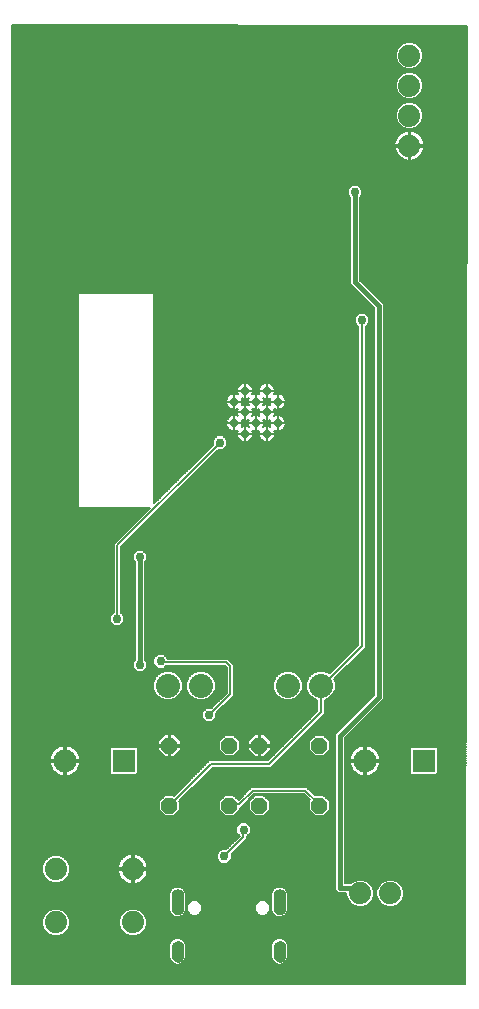
<source format=gbl>
G75*
%MOIN*%
%OFA0B0*%
%FSLAX25Y25*%
%IPPOS*%
%LPD*%
%AMOC8*
5,1,8,0,0,1.08239X$1,22.5*
%
%ADD10C,0.07600*%
%ADD11R,0.07600X0.07600*%
%ADD12C,0.08000*%
%ADD13C,0.07400*%
%ADD14C,0.03575*%
%ADD15C,0.00039*%
%ADD16OC8,0.05200*%
%ADD17C,0.02787*%
%ADD18C,0.00600*%
%ADD19C,0.02978*%
%ADD20C,0.01500*%
D10*
X0024667Y0077020D03*
X0124667Y0077020D03*
D11*
X0144353Y0077020D03*
X0044353Y0077020D03*
D12*
X0059010Y0102020D03*
X0070010Y0102020D03*
X0099010Y0102020D03*
X0110010Y0102020D03*
D13*
X0123120Y0032760D03*
X0133120Y0032760D03*
X0047310Y0040920D03*
X0047310Y0023120D03*
X0021710Y0023120D03*
X0021710Y0040920D03*
X0139510Y0282020D03*
X0139510Y0292020D03*
X0139510Y0302020D03*
X0139510Y0312020D03*
D14*
X0096210Y0031755D02*
X0096210Y0028180D01*
X0096210Y0015298D02*
X0096210Y0011724D01*
X0062210Y0011724D02*
X0062210Y0015298D01*
X0062210Y0028180D02*
X0062210Y0031755D01*
D15*
X0064178Y0031756D02*
X0060241Y0031756D01*
X0060241Y0031718D02*
X0064178Y0031718D01*
X0064178Y0031680D02*
X0060241Y0031680D01*
X0060241Y0031643D02*
X0064178Y0031643D01*
X0064178Y0031605D02*
X0060241Y0031605D01*
X0060241Y0031567D02*
X0064178Y0031567D01*
X0064178Y0031529D02*
X0060241Y0031529D01*
X0060241Y0031491D02*
X0064178Y0031491D01*
X0064178Y0031453D02*
X0060241Y0031453D01*
X0060241Y0031415D02*
X0064178Y0031415D01*
X0064178Y0031377D02*
X0060241Y0031377D01*
X0060241Y0031339D02*
X0064178Y0031339D01*
X0064178Y0031302D02*
X0060241Y0031302D01*
X0060241Y0031264D02*
X0064178Y0031264D01*
X0064178Y0031226D02*
X0060241Y0031226D01*
X0060241Y0031188D02*
X0064178Y0031188D01*
X0064178Y0031150D02*
X0060241Y0031150D01*
X0060241Y0031112D02*
X0064178Y0031112D01*
X0064178Y0031074D02*
X0060241Y0031074D01*
X0060241Y0031036D02*
X0064178Y0031036D01*
X0064178Y0030999D02*
X0060241Y0030999D01*
X0060241Y0030961D02*
X0064178Y0030961D01*
X0064178Y0030923D02*
X0060241Y0030923D01*
X0060241Y0030885D02*
X0064178Y0030885D01*
X0064178Y0030847D02*
X0060241Y0030847D01*
X0060241Y0030809D02*
X0064178Y0030809D01*
X0064178Y0030771D02*
X0060241Y0030771D01*
X0060241Y0030733D02*
X0064178Y0030733D01*
X0064178Y0030696D02*
X0060241Y0030696D01*
X0060241Y0030658D02*
X0064178Y0030658D01*
X0064178Y0030620D02*
X0060241Y0030620D01*
X0060241Y0030582D02*
X0064178Y0030582D01*
X0064178Y0030544D02*
X0060241Y0030544D01*
X0060241Y0030506D02*
X0064178Y0030506D01*
X0064178Y0030468D02*
X0060241Y0030468D01*
X0060241Y0030430D02*
X0064178Y0030430D01*
X0064178Y0030392D02*
X0060241Y0030392D01*
X0060241Y0030355D02*
X0064178Y0030355D01*
X0064178Y0030317D02*
X0060241Y0030317D01*
X0060241Y0030279D02*
X0064178Y0030279D01*
X0064178Y0030241D02*
X0060241Y0030241D01*
X0060241Y0030203D02*
X0064178Y0030203D01*
X0064178Y0030165D02*
X0060241Y0030165D01*
X0060241Y0030127D02*
X0064178Y0030127D01*
X0064178Y0030089D02*
X0060241Y0030089D01*
X0060241Y0030052D02*
X0064178Y0030052D01*
X0064178Y0030014D02*
X0060241Y0030014D01*
X0060241Y0029976D02*
X0064178Y0029976D01*
X0064178Y0029938D02*
X0060241Y0029938D01*
X0060241Y0029900D02*
X0064178Y0029900D01*
X0064178Y0029862D02*
X0060241Y0029862D01*
X0060241Y0029824D02*
X0064178Y0029824D01*
X0064178Y0029786D02*
X0060241Y0029786D01*
X0060241Y0029748D02*
X0064178Y0029748D01*
X0064178Y0029711D02*
X0060241Y0029711D01*
X0060241Y0029673D02*
X0064178Y0029673D01*
X0064178Y0029635D02*
X0060241Y0029635D01*
X0060241Y0029597D02*
X0064178Y0029597D01*
X0064178Y0029559D02*
X0060241Y0029559D01*
X0060241Y0029521D02*
X0064178Y0029521D01*
X0064178Y0029483D02*
X0060241Y0029483D01*
X0060241Y0029445D02*
X0064178Y0029445D01*
X0064178Y0029408D02*
X0060241Y0029408D01*
X0060241Y0029370D02*
X0064178Y0029370D01*
X0064178Y0029332D02*
X0060241Y0029332D01*
X0060241Y0029294D02*
X0064178Y0029294D01*
X0064178Y0029256D02*
X0060241Y0029256D01*
X0060241Y0029218D02*
X0064178Y0029218D01*
X0064178Y0029180D02*
X0060241Y0029180D01*
X0060241Y0029142D02*
X0064178Y0029142D01*
X0064178Y0029104D02*
X0060241Y0029104D01*
X0060241Y0029067D02*
X0064178Y0029067D01*
X0064178Y0029029D02*
X0060241Y0029029D01*
X0060241Y0028991D02*
X0064178Y0028991D01*
X0064178Y0028953D02*
X0060241Y0028953D01*
X0060241Y0028915D02*
X0064178Y0028915D01*
X0064178Y0028877D02*
X0060241Y0028877D01*
X0060241Y0028839D02*
X0064178Y0028839D01*
X0064178Y0028801D02*
X0060241Y0028801D01*
X0060241Y0028764D02*
X0064178Y0028764D01*
X0064178Y0028726D02*
X0060241Y0028726D01*
X0060241Y0028688D02*
X0064178Y0028688D01*
X0064178Y0028650D02*
X0060241Y0028650D01*
X0060241Y0028612D02*
X0064178Y0028612D01*
X0064178Y0028574D02*
X0060241Y0028574D01*
X0060241Y0028536D02*
X0064178Y0028536D01*
X0064178Y0028498D02*
X0060241Y0028498D01*
X0060241Y0028461D02*
X0064178Y0028461D01*
X0064178Y0028423D02*
X0060241Y0028423D01*
X0060241Y0028385D02*
X0064178Y0028385D01*
X0064178Y0028347D02*
X0060241Y0028347D01*
X0060241Y0028309D02*
X0064178Y0028309D01*
X0064178Y0028271D02*
X0060241Y0028271D01*
X0060241Y0028233D02*
X0064178Y0028233D01*
X0064178Y0028195D02*
X0060241Y0028195D01*
X0060241Y0028157D02*
X0064178Y0028157D01*
X0064178Y0028120D02*
X0060241Y0028120D01*
X0060241Y0028082D02*
X0064178Y0028082D01*
X0064178Y0028044D02*
X0060241Y0028044D01*
X0060241Y0028006D02*
X0064178Y0028006D01*
X0064178Y0027968D02*
X0060241Y0027968D01*
X0060241Y0027930D02*
X0064178Y0027930D01*
X0064178Y0027892D02*
X0060241Y0027892D01*
X0060241Y0027854D02*
X0064178Y0027854D01*
X0064178Y0027817D02*
X0060241Y0027817D01*
X0060241Y0027802D02*
X0060291Y0027364D01*
X0060436Y0026948D01*
X0060671Y0026575D01*
X0060983Y0026263D01*
X0061356Y0026029D01*
X0061772Y0025883D01*
X0062210Y0025834D01*
X0062648Y0025883D01*
X0063064Y0026029D01*
X0063437Y0026263D01*
X0063749Y0026575D01*
X0063984Y0026948D01*
X0064129Y0027364D01*
X0064178Y0027802D01*
X0064178Y0032133D01*
X0064129Y0032571D01*
X0063984Y0032987D01*
X0063749Y0033360D01*
X0063437Y0033672D01*
X0063064Y0033907D01*
X0062648Y0034052D01*
X0062210Y0034101D01*
X0061772Y0034052D01*
X0061356Y0033907D01*
X0060983Y0033672D01*
X0060671Y0033360D01*
X0060436Y0032987D01*
X0060291Y0032571D01*
X0060241Y0032133D01*
X0060241Y0027802D01*
X0060244Y0027779D02*
X0064176Y0027779D01*
X0064172Y0027741D02*
X0060248Y0027741D01*
X0060253Y0027703D02*
X0064167Y0027703D01*
X0064163Y0027665D02*
X0060257Y0027665D01*
X0060261Y0027627D02*
X0064159Y0027627D01*
X0064154Y0027589D02*
X0060265Y0027589D01*
X0060270Y0027551D02*
X0064150Y0027551D01*
X0064146Y0027513D02*
X0060274Y0027513D01*
X0060278Y0027476D02*
X0064142Y0027476D01*
X0064137Y0027438D02*
X0060283Y0027438D01*
X0060287Y0027400D02*
X0064133Y0027400D01*
X0064128Y0027362D02*
X0060292Y0027362D01*
X0060305Y0027324D02*
X0064115Y0027324D01*
X0064102Y0027286D02*
X0060318Y0027286D01*
X0060331Y0027248D02*
X0064089Y0027248D01*
X0064075Y0027210D02*
X0060345Y0027210D01*
X0060358Y0027173D02*
X0064062Y0027173D01*
X0064049Y0027135D02*
X0060371Y0027135D01*
X0060384Y0027097D02*
X0064036Y0027097D01*
X0064022Y0027059D02*
X0060398Y0027059D01*
X0060411Y0027021D02*
X0064009Y0027021D01*
X0063996Y0026983D02*
X0060424Y0026983D01*
X0060438Y0026945D02*
X0063982Y0026945D01*
X0063958Y0026907D02*
X0060462Y0026907D01*
X0060486Y0026869D02*
X0063934Y0026869D01*
X0063910Y0026832D02*
X0060510Y0026832D01*
X0060533Y0026794D02*
X0063887Y0026794D01*
X0063863Y0026756D02*
X0060557Y0026756D01*
X0060581Y0026718D02*
X0063839Y0026718D01*
X0063815Y0026680D02*
X0060605Y0026680D01*
X0060629Y0026642D02*
X0063791Y0026642D01*
X0063767Y0026604D02*
X0060652Y0026604D01*
X0060679Y0026566D02*
X0063741Y0026566D01*
X0063703Y0026529D02*
X0060717Y0026529D01*
X0060755Y0026491D02*
X0063665Y0026491D01*
X0063627Y0026453D02*
X0060793Y0026453D01*
X0060831Y0026415D02*
X0063589Y0026415D01*
X0063551Y0026377D02*
X0060869Y0026377D01*
X0060907Y0026339D02*
X0063513Y0026339D01*
X0063475Y0026301D02*
X0060945Y0026301D01*
X0060982Y0026263D02*
X0063437Y0026263D01*
X0063377Y0026226D02*
X0061043Y0026226D01*
X0061103Y0026188D02*
X0063317Y0026188D01*
X0063257Y0026150D02*
X0061163Y0026150D01*
X0061224Y0026112D02*
X0063196Y0026112D01*
X0063136Y0026074D02*
X0061284Y0026074D01*
X0061344Y0026036D02*
X0063076Y0026036D01*
X0062977Y0025998D02*
X0061443Y0025998D01*
X0061551Y0025960D02*
X0062869Y0025960D01*
X0062760Y0025922D02*
X0061660Y0025922D01*
X0061768Y0025885D02*
X0062652Y0025885D01*
X0062325Y0025847D02*
X0062095Y0025847D01*
X0060241Y0031794D02*
X0064178Y0031794D01*
X0064178Y0031832D02*
X0060241Y0031832D01*
X0060241Y0031870D02*
X0064178Y0031870D01*
X0064178Y0031908D02*
X0060241Y0031908D01*
X0060241Y0031946D02*
X0064178Y0031946D01*
X0064178Y0031983D02*
X0060241Y0031983D01*
X0060241Y0032021D02*
X0064178Y0032021D01*
X0064178Y0032059D02*
X0060241Y0032059D01*
X0060241Y0032097D02*
X0064178Y0032097D01*
X0064178Y0032135D02*
X0060242Y0032135D01*
X0060246Y0032173D02*
X0064174Y0032173D01*
X0064170Y0032211D02*
X0060250Y0032211D01*
X0060255Y0032249D02*
X0064165Y0032249D01*
X0064161Y0032287D02*
X0060259Y0032287D01*
X0060263Y0032324D02*
X0064157Y0032324D01*
X0064153Y0032362D02*
X0060267Y0032362D01*
X0060272Y0032400D02*
X0064148Y0032400D01*
X0064144Y0032438D02*
X0060276Y0032438D01*
X0060280Y0032476D02*
X0064140Y0032476D01*
X0064136Y0032514D02*
X0060284Y0032514D01*
X0060289Y0032552D02*
X0064131Y0032552D01*
X0064123Y0032590D02*
X0060297Y0032590D01*
X0060311Y0032627D02*
X0064109Y0032627D01*
X0064096Y0032665D02*
X0060324Y0032665D01*
X0060337Y0032703D02*
X0064083Y0032703D01*
X0064070Y0032741D02*
X0060350Y0032741D01*
X0060364Y0032779D02*
X0064056Y0032779D01*
X0064043Y0032817D02*
X0060377Y0032817D01*
X0060390Y0032855D02*
X0064030Y0032855D01*
X0064017Y0032893D02*
X0060403Y0032893D01*
X0060417Y0032931D02*
X0064003Y0032931D01*
X0063990Y0032968D02*
X0060430Y0032968D01*
X0060448Y0033006D02*
X0063971Y0033006D01*
X0063948Y0033044D02*
X0060472Y0033044D01*
X0060496Y0033082D02*
X0063924Y0033082D01*
X0063900Y0033120D02*
X0060520Y0033120D01*
X0060544Y0033158D02*
X0063876Y0033158D01*
X0063852Y0033196D02*
X0060568Y0033196D01*
X0060591Y0033234D02*
X0063829Y0033234D01*
X0063805Y0033271D02*
X0060615Y0033271D01*
X0060639Y0033309D02*
X0063781Y0033309D01*
X0063757Y0033347D02*
X0060663Y0033347D01*
X0060696Y0033385D02*
X0063724Y0033385D01*
X0063686Y0033423D02*
X0060734Y0033423D01*
X0060771Y0033461D02*
X0063648Y0033461D01*
X0063611Y0033499D02*
X0060809Y0033499D01*
X0060847Y0033537D02*
X0063573Y0033537D01*
X0063535Y0033574D02*
X0060885Y0033574D01*
X0060923Y0033612D02*
X0063497Y0033612D01*
X0063459Y0033650D02*
X0060961Y0033650D01*
X0061008Y0033688D02*
X0063412Y0033688D01*
X0063351Y0033726D02*
X0061069Y0033726D01*
X0061129Y0033764D02*
X0063291Y0033764D01*
X0063231Y0033802D02*
X0061189Y0033802D01*
X0061249Y0033840D02*
X0063171Y0033840D01*
X0063110Y0033878D02*
X0061310Y0033878D01*
X0061381Y0033915D02*
X0063039Y0033915D01*
X0062930Y0033953D02*
X0061490Y0033953D01*
X0061598Y0033991D02*
X0062822Y0033991D01*
X0062714Y0034029D02*
X0061706Y0034029D01*
X0061904Y0034067D02*
X0062516Y0034067D01*
X0062210Y0016661D02*
X0061772Y0016611D01*
X0061356Y0016466D01*
X0060983Y0016231D01*
X0060671Y0015919D01*
X0060436Y0015546D01*
X0060291Y0015130D01*
X0060241Y0014692D01*
X0060241Y0012330D01*
X0060291Y0011892D01*
X0060436Y0011476D01*
X0060671Y0011102D01*
X0060983Y0010791D01*
X0061356Y0010556D01*
X0061772Y0010411D01*
X0062210Y0010361D01*
X0062648Y0010411D01*
X0063064Y0010556D01*
X0063437Y0010791D01*
X0063749Y0011102D01*
X0063984Y0011476D01*
X0064129Y0011892D01*
X0064178Y0012330D01*
X0064178Y0014692D01*
X0064129Y0015130D01*
X0063984Y0015546D01*
X0063749Y0015919D01*
X0063437Y0016231D01*
X0063064Y0016466D01*
X0062648Y0016611D01*
X0062210Y0016661D01*
X0062041Y0016642D02*
X0062379Y0016642D01*
X0062670Y0016604D02*
X0061750Y0016604D01*
X0061642Y0016566D02*
X0062778Y0016566D01*
X0062886Y0016528D02*
X0061534Y0016528D01*
X0061426Y0016490D02*
X0062994Y0016490D01*
X0063086Y0016452D02*
X0061334Y0016452D01*
X0061274Y0016414D02*
X0063146Y0016414D01*
X0063206Y0016376D02*
X0061214Y0016376D01*
X0061154Y0016338D02*
X0063266Y0016338D01*
X0063327Y0016301D02*
X0061093Y0016301D01*
X0061033Y0016263D02*
X0063387Y0016263D01*
X0063444Y0016225D02*
X0060976Y0016225D01*
X0060939Y0016187D02*
X0063481Y0016187D01*
X0063519Y0016149D02*
X0060901Y0016149D01*
X0060863Y0016111D02*
X0063557Y0016111D01*
X0063595Y0016073D02*
X0060825Y0016073D01*
X0060787Y0016035D02*
X0063633Y0016035D01*
X0063671Y0015998D02*
X0060749Y0015998D01*
X0060711Y0015960D02*
X0063709Y0015960D01*
X0063747Y0015922D02*
X0060673Y0015922D01*
X0060649Y0015884D02*
X0063771Y0015884D01*
X0063795Y0015846D02*
X0060625Y0015846D01*
X0060601Y0015808D02*
X0063819Y0015808D01*
X0063843Y0015770D02*
X0060577Y0015770D01*
X0060553Y0015732D02*
X0063867Y0015732D01*
X0063890Y0015694D02*
X0060530Y0015694D01*
X0060506Y0015657D02*
X0063914Y0015657D01*
X0063938Y0015619D02*
X0060482Y0015619D01*
X0060458Y0015581D02*
X0063962Y0015581D01*
X0063985Y0015543D02*
X0060435Y0015543D01*
X0060422Y0015505D02*
X0063998Y0015505D01*
X0064011Y0015467D02*
X0060409Y0015467D01*
X0060396Y0015429D02*
X0064024Y0015429D01*
X0064038Y0015391D02*
X0060382Y0015391D01*
X0060369Y0015354D02*
X0064051Y0015354D01*
X0064064Y0015316D02*
X0060356Y0015316D01*
X0060343Y0015278D02*
X0064077Y0015278D01*
X0064091Y0015240D02*
X0060329Y0015240D01*
X0060316Y0015202D02*
X0064104Y0015202D01*
X0064117Y0015164D02*
X0060303Y0015164D01*
X0060290Y0015126D02*
X0064130Y0015126D01*
X0064134Y0015088D02*
X0060286Y0015088D01*
X0060282Y0015050D02*
X0064138Y0015050D01*
X0064142Y0015013D02*
X0060278Y0015013D01*
X0060273Y0014975D02*
X0064147Y0014975D01*
X0064151Y0014937D02*
X0060269Y0014937D01*
X0060265Y0014899D02*
X0064155Y0014899D01*
X0064159Y0014861D02*
X0060261Y0014861D01*
X0060256Y0014823D02*
X0064164Y0014823D01*
X0064168Y0014785D02*
X0060252Y0014785D01*
X0060248Y0014747D02*
X0064172Y0014747D01*
X0064177Y0014710D02*
X0060243Y0014710D01*
X0060241Y0014672D02*
X0064178Y0014672D01*
X0064178Y0014634D02*
X0060241Y0014634D01*
X0060241Y0014596D02*
X0064178Y0014596D01*
X0064178Y0014558D02*
X0060241Y0014558D01*
X0060241Y0014520D02*
X0064178Y0014520D01*
X0064178Y0014482D02*
X0060241Y0014482D01*
X0060241Y0014444D02*
X0064178Y0014444D01*
X0064178Y0014407D02*
X0060241Y0014407D01*
X0060241Y0014369D02*
X0064178Y0014369D01*
X0064178Y0014331D02*
X0060241Y0014331D01*
X0060241Y0014293D02*
X0064178Y0014293D01*
X0064178Y0014255D02*
X0060241Y0014255D01*
X0060241Y0014217D02*
X0064178Y0014217D01*
X0064178Y0014179D02*
X0060241Y0014179D01*
X0060241Y0014141D02*
X0064178Y0014141D01*
X0064178Y0014103D02*
X0060241Y0014103D01*
X0060241Y0014066D02*
X0064178Y0014066D01*
X0064178Y0014028D02*
X0060241Y0014028D01*
X0060241Y0013990D02*
X0064178Y0013990D01*
X0064178Y0013952D02*
X0060241Y0013952D01*
X0060241Y0013914D02*
X0064178Y0013914D01*
X0064178Y0013876D02*
X0060241Y0013876D01*
X0060241Y0013838D02*
X0064178Y0013838D01*
X0064178Y0013800D02*
X0060241Y0013800D01*
X0060241Y0013763D02*
X0064178Y0013763D01*
X0064178Y0013725D02*
X0060241Y0013725D01*
X0060241Y0013687D02*
X0064178Y0013687D01*
X0064178Y0013649D02*
X0060241Y0013649D01*
X0060241Y0013611D02*
X0064178Y0013611D01*
X0064178Y0013573D02*
X0060241Y0013573D01*
X0060241Y0013535D02*
X0064178Y0013535D01*
X0064178Y0013497D02*
X0060241Y0013497D01*
X0060241Y0013459D02*
X0064178Y0013459D01*
X0064178Y0013422D02*
X0060241Y0013422D01*
X0060241Y0013384D02*
X0064178Y0013384D01*
X0064178Y0013346D02*
X0060241Y0013346D01*
X0060241Y0013308D02*
X0064178Y0013308D01*
X0064178Y0013270D02*
X0060241Y0013270D01*
X0060241Y0013232D02*
X0064178Y0013232D01*
X0064178Y0013194D02*
X0060241Y0013194D01*
X0060241Y0013156D02*
X0064178Y0013156D01*
X0064178Y0013119D02*
X0060241Y0013119D01*
X0060241Y0013081D02*
X0064178Y0013081D01*
X0064178Y0013043D02*
X0060241Y0013043D01*
X0060241Y0013005D02*
X0064178Y0013005D01*
X0064178Y0012967D02*
X0060241Y0012967D01*
X0060241Y0012929D02*
X0064178Y0012929D01*
X0064178Y0012891D02*
X0060241Y0012891D01*
X0060241Y0012853D02*
X0064178Y0012853D01*
X0064178Y0012815D02*
X0060241Y0012815D01*
X0060241Y0012778D02*
X0064178Y0012778D01*
X0064178Y0012740D02*
X0060241Y0012740D01*
X0060241Y0012702D02*
X0064178Y0012702D01*
X0064178Y0012664D02*
X0060241Y0012664D01*
X0060241Y0012626D02*
X0064178Y0012626D01*
X0064178Y0012588D02*
X0060241Y0012588D01*
X0060241Y0012550D02*
X0064178Y0012550D01*
X0064178Y0012512D02*
X0060241Y0012512D01*
X0060241Y0012475D02*
X0064178Y0012475D01*
X0064178Y0012437D02*
X0060241Y0012437D01*
X0060241Y0012399D02*
X0064178Y0012399D01*
X0064178Y0012361D02*
X0060241Y0012361D01*
X0060242Y0012323D02*
X0064178Y0012323D01*
X0064173Y0012285D02*
X0060247Y0012285D01*
X0060251Y0012247D02*
X0064169Y0012247D01*
X0064165Y0012209D02*
X0060255Y0012209D01*
X0060259Y0012172D02*
X0064161Y0012172D01*
X0064156Y0012134D02*
X0060264Y0012134D01*
X0060268Y0012096D02*
X0064152Y0012096D01*
X0064148Y0012058D02*
X0060272Y0012058D01*
X0060276Y0012020D02*
X0064144Y0012020D01*
X0064139Y0011982D02*
X0060281Y0011982D01*
X0060285Y0011944D02*
X0064135Y0011944D01*
X0064131Y0011906D02*
X0060289Y0011906D01*
X0060299Y0011868D02*
X0064121Y0011868D01*
X0064108Y0011831D02*
X0060312Y0011831D01*
X0060326Y0011793D02*
X0064094Y0011793D01*
X0064081Y0011755D02*
X0060339Y0011755D01*
X0060352Y0011717D02*
X0064068Y0011717D01*
X0064055Y0011679D02*
X0060365Y0011679D01*
X0060379Y0011641D02*
X0064041Y0011641D01*
X0064028Y0011603D02*
X0060392Y0011603D01*
X0060405Y0011565D02*
X0064015Y0011565D01*
X0064002Y0011528D02*
X0060418Y0011528D01*
X0060432Y0011490D02*
X0063988Y0011490D01*
X0063968Y0011452D02*
X0060451Y0011452D01*
X0060475Y0011414D02*
X0063945Y0011414D01*
X0063921Y0011376D02*
X0060499Y0011376D01*
X0060523Y0011338D02*
X0063897Y0011338D01*
X0063873Y0011300D02*
X0060547Y0011300D01*
X0060570Y0011262D02*
X0063849Y0011262D01*
X0063826Y0011224D02*
X0060594Y0011224D01*
X0060618Y0011187D02*
X0063802Y0011187D01*
X0063778Y0011149D02*
X0060642Y0011149D01*
X0060666Y0011111D02*
X0063754Y0011111D01*
X0063719Y0011073D02*
X0060700Y0011073D01*
X0060738Y0011035D02*
X0063682Y0011035D01*
X0063644Y0010997D02*
X0060776Y0010997D01*
X0060814Y0010959D02*
X0063606Y0010959D01*
X0063568Y0010921D02*
X0060852Y0010921D01*
X0060890Y0010884D02*
X0063530Y0010884D01*
X0063492Y0010846D02*
X0060928Y0010846D01*
X0060966Y0010808D02*
X0063454Y0010808D01*
X0063404Y0010770D02*
X0061016Y0010770D01*
X0061076Y0010732D02*
X0063344Y0010732D01*
X0063284Y0010694D02*
X0061136Y0010694D01*
X0061197Y0010656D02*
X0063223Y0010656D01*
X0063163Y0010618D02*
X0061257Y0010618D01*
X0061317Y0010580D02*
X0063103Y0010580D01*
X0063025Y0010543D02*
X0061395Y0010543D01*
X0061503Y0010505D02*
X0062917Y0010505D01*
X0062809Y0010467D02*
X0061611Y0010467D01*
X0061720Y0010429D02*
X0062700Y0010429D01*
X0062474Y0010391D02*
X0061946Y0010391D01*
X0094241Y0012330D02*
X0094291Y0011892D01*
X0094436Y0011476D01*
X0094671Y0011102D01*
X0094983Y0010791D01*
X0095356Y0010556D01*
X0095772Y0010411D01*
X0096210Y0010361D01*
X0096648Y0010411D01*
X0097064Y0010556D01*
X0097437Y0010791D01*
X0097749Y0011102D01*
X0097984Y0011476D01*
X0098129Y0011892D01*
X0098178Y0012330D01*
X0098178Y0014692D01*
X0098129Y0015130D01*
X0097984Y0015546D01*
X0097749Y0015919D01*
X0097437Y0016231D01*
X0097064Y0016466D01*
X0096648Y0016611D01*
X0096210Y0016661D01*
X0095772Y0016611D01*
X0095356Y0016466D01*
X0094983Y0016231D01*
X0094671Y0015919D01*
X0094436Y0015546D01*
X0094291Y0015130D01*
X0094241Y0014692D01*
X0094241Y0012330D01*
X0094242Y0012323D02*
X0098178Y0012323D01*
X0098178Y0012361D02*
X0094241Y0012361D01*
X0094241Y0012399D02*
X0098178Y0012399D01*
X0098178Y0012437D02*
X0094241Y0012437D01*
X0094241Y0012475D02*
X0098178Y0012475D01*
X0098178Y0012512D02*
X0094241Y0012512D01*
X0094241Y0012550D02*
X0098178Y0012550D01*
X0098178Y0012588D02*
X0094241Y0012588D01*
X0094241Y0012626D02*
X0098178Y0012626D01*
X0098178Y0012664D02*
X0094241Y0012664D01*
X0094241Y0012702D02*
X0098178Y0012702D01*
X0098178Y0012740D02*
X0094241Y0012740D01*
X0094241Y0012778D02*
X0098178Y0012778D01*
X0098178Y0012815D02*
X0094241Y0012815D01*
X0094241Y0012853D02*
X0098178Y0012853D01*
X0098178Y0012891D02*
X0094241Y0012891D01*
X0094241Y0012929D02*
X0098178Y0012929D01*
X0098178Y0012967D02*
X0094241Y0012967D01*
X0094241Y0013005D02*
X0098178Y0013005D01*
X0098178Y0013043D02*
X0094241Y0013043D01*
X0094241Y0013081D02*
X0098178Y0013081D01*
X0098178Y0013119D02*
X0094241Y0013119D01*
X0094241Y0013156D02*
X0098178Y0013156D01*
X0098178Y0013194D02*
X0094241Y0013194D01*
X0094241Y0013232D02*
X0098178Y0013232D01*
X0098178Y0013270D02*
X0094241Y0013270D01*
X0094241Y0013308D02*
X0098178Y0013308D01*
X0098178Y0013346D02*
X0094241Y0013346D01*
X0094241Y0013384D02*
X0098178Y0013384D01*
X0098178Y0013422D02*
X0094241Y0013422D01*
X0094241Y0013459D02*
X0098178Y0013459D01*
X0098178Y0013497D02*
X0094241Y0013497D01*
X0094241Y0013535D02*
X0098178Y0013535D01*
X0098178Y0013573D02*
X0094241Y0013573D01*
X0094241Y0013611D02*
X0098178Y0013611D01*
X0098178Y0013649D02*
X0094241Y0013649D01*
X0094241Y0013687D02*
X0098178Y0013687D01*
X0098178Y0013725D02*
X0094241Y0013725D01*
X0094241Y0013763D02*
X0098178Y0013763D01*
X0098178Y0013800D02*
X0094241Y0013800D01*
X0094241Y0013838D02*
X0098178Y0013838D01*
X0098178Y0013876D02*
X0094241Y0013876D01*
X0094241Y0013914D02*
X0098178Y0013914D01*
X0098178Y0013952D02*
X0094241Y0013952D01*
X0094241Y0013990D02*
X0098178Y0013990D01*
X0098178Y0014028D02*
X0094241Y0014028D01*
X0094241Y0014066D02*
X0098178Y0014066D01*
X0098178Y0014103D02*
X0094241Y0014103D01*
X0094241Y0014141D02*
X0098178Y0014141D01*
X0098178Y0014179D02*
X0094241Y0014179D01*
X0094241Y0014217D02*
X0098178Y0014217D01*
X0098178Y0014255D02*
X0094241Y0014255D01*
X0094241Y0014293D02*
X0098178Y0014293D01*
X0098178Y0014331D02*
X0094241Y0014331D01*
X0094241Y0014369D02*
X0098178Y0014369D01*
X0098178Y0014407D02*
X0094241Y0014407D01*
X0094241Y0014444D02*
X0098178Y0014444D01*
X0098178Y0014482D02*
X0094241Y0014482D01*
X0094241Y0014520D02*
X0098178Y0014520D01*
X0098178Y0014558D02*
X0094241Y0014558D01*
X0094241Y0014596D02*
X0098178Y0014596D01*
X0098178Y0014634D02*
X0094241Y0014634D01*
X0094241Y0014672D02*
X0098178Y0014672D01*
X0098177Y0014710D02*
X0094243Y0014710D01*
X0094248Y0014747D02*
X0098172Y0014747D01*
X0098168Y0014785D02*
X0094252Y0014785D01*
X0094256Y0014823D02*
X0098164Y0014823D01*
X0098159Y0014861D02*
X0094261Y0014861D01*
X0094265Y0014899D02*
X0098155Y0014899D01*
X0098151Y0014937D02*
X0094269Y0014937D01*
X0094273Y0014975D02*
X0098147Y0014975D01*
X0098142Y0015013D02*
X0094278Y0015013D01*
X0094282Y0015050D02*
X0098138Y0015050D01*
X0098134Y0015088D02*
X0094286Y0015088D01*
X0094290Y0015126D02*
X0098130Y0015126D01*
X0098117Y0015164D02*
X0094303Y0015164D01*
X0094316Y0015202D02*
X0098104Y0015202D01*
X0098091Y0015240D02*
X0094329Y0015240D01*
X0094343Y0015278D02*
X0098077Y0015278D01*
X0098064Y0015316D02*
X0094356Y0015316D01*
X0094369Y0015354D02*
X0098051Y0015354D01*
X0098038Y0015391D02*
X0094382Y0015391D01*
X0094396Y0015429D02*
X0098024Y0015429D01*
X0098011Y0015467D02*
X0094409Y0015467D01*
X0094422Y0015505D02*
X0097998Y0015505D01*
X0097985Y0015543D02*
X0094435Y0015543D01*
X0094458Y0015581D02*
X0097962Y0015581D01*
X0097938Y0015619D02*
X0094482Y0015619D01*
X0094506Y0015657D02*
X0097914Y0015657D01*
X0097890Y0015694D02*
X0094530Y0015694D01*
X0094553Y0015732D02*
X0097867Y0015732D01*
X0097843Y0015770D02*
X0094577Y0015770D01*
X0094601Y0015808D02*
X0097819Y0015808D01*
X0097795Y0015846D02*
X0094625Y0015846D01*
X0094649Y0015884D02*
X0097771Y0015884D01*
X0097747Y0015922D02*
X0094673Y0015922D01*
X0094711Y0015960D02*
X0097709Y0015960D01*
X0097671Y0015998D02*
X0094749Y0015998D01*
X0094787Y0016035D02*
X0097633Y0016035D01*
X0097595Y0016073D02*
X0094825Y0016073D01*
X0094863Y0016111D02*
X0097557Y0016111D01*
X0097519Y0016149D02*
X0094901Y0016149D01*
X0094939Y0016187D02*
X0097481Y0016187D01*
X0097444Y0016225D02*
X0094976Y0016225D01*
X0095033Y0016263D02*
X0097387Y0016263D01*
X0097327Y0016301D02*
X0095093Y0016301D01*
X0095154Y0016338D02*
X0097266Y0016338D01*
X0097206Y0016376D02*
X0095214Y0016376D01*
X0095274Y0016414D02*
X0097146Y0016414D01*
X0097086Y0016452D02*
X0095334Y0016452D01*
X0095426Y0016490D02*
X0096994Y0016490D01*
X0096886Y0016528D02*
X0095534Y0016528D01*
X0095642Y0016566D02*
X0096778Y0016566D01*
X0096670Y0016604D02*
X0095750Y0016604D01*
X0096041Y0016642D02*
X0096379Y0016642D01*
X0098173Y0012285D02*
X0094247Y0012285D01*
X0094251Y0012247D02*
X0098169Y0012247D01*
X0098165Y0012209D02*
X0094255Y0012209D01*
X0094259Y0012172D02*
X0098161Y0012172D01*
X0098156Y0012134D02*
X0094264Y0012134D01*
X0094268Y0012096D02*
X0098152Y0012096D01*
X0098148Y0012058D02*
X0094272Y0012058D01*
X0094276Y0012020D02*
X0098144Y0012020D01*
X0098139Y0011982D02*
X0094281Y0011982D01*
X0094285Y0011944D02*
X0098135Y0011944D01*
X0098131Y0011906D02*
X0094289Y0011906D01*
X0094299Y0011868D02*
X0098121Y0011868D01*
X0098108Y0011831D02*
X0094312Y0011831D01*
X0094326Y0011793D02*
X0098094Y0011793D01*
X0098081Y0011755D02*
X0094339Y0011755D01*
X0094352Y0011717D02*
X0098068Y0011717D01*
X0098055Y0011679D02*
X0094365Y0011679D01*
X0094379Y0011641D02*
X0098041Y0011641D01*
X0098028Y0011603D02*
X0094392Y0011603D01*
X0094405Y0011565D02*
X0098015Y0011565D01*
X0098002Y0011528D02*
X0094418Y0011528D01*
X0094432Y0011490D02*
X0097988Y0011490D01*
X0097968Y0011452D02*
X0094451Y0011452D01*
X0094475Y0011414D02*
X0097945Y0011414D01*
X0097921Y0011376D02*
X0094499Y0011376D01*
X0094523Y0011338D02*
X0097897Y0011338D01*
X0097873Y0011300D02*
X0094547Y0011300D01*
X0094570Y0011262D02*
X0097849Y0011262D01*
X0097826Y0011224D02*
X0094594Y0011224D01*
X0094618Y0011187D02*
X0097802Y0011187D01*
X0097778Y0011149D02*
X0094642Y0011149D01*
X0094666Y0011111D02*
X0097754Y0011111D01*
X0097719Y0011073D02*
X0094700Y0011073D01*
X0094738Y0011035D02*
X0097682Y0011035D01*
X0097644Y0010997D02*
X0094776Y0010997D01*
X0094814Y0010959D02*
X0097606Y0010959D01*
X0097568Y0010921D02*
X0094852Y0010921D01*
X0094890Y0010884D02*
X0097530Y0010884D01*
X0097492Y0010846D02*
X0094928Y0010846D01*
X0094966Y0010808D02*
X0097454Y0010808D01*
X0097404Y0010770D02*
X0095016Y0010770D01*
X0095076Y0010732D02*
X0097344Y0010732D01*
X0097284Y0010694D02*
X0095136Y0010694D01*
X0095197Y0010656D02*
X0097223Y0010656D01*
X0097163Y0010618D02*
X0095257Y0010618D01*
X0095317Y0010580D02*
X0097103Y0010580D01*
X0097025Y0010543D02*
X0095395Y0010543D01*
X0095503Y0010505D02*
X0096917Y0010505D01*
X0096809Y0010467D02*
X0095611Y0010467D01*
X0095720Y0010429D02*
X0096700Y0010429D01*
X0096474Y0010391D02*
X0095946Y0010391D01*
X0096210Y0025834D02*
X0096648Y0025883D01*
X0097064Y0026029D01*
X0097437Y0026263D01*
X0097749Y0026575D01*
X0097984Y0026948D01*
X0098129Y0027364D01*
X0098178Y0027802D01*
X0098178Y0032133D01*
X0098129Y0032571D01*
X0097984Y0032987D01*
X0097749Y0033360D01*
X0097437Y0033672D01*
X0097064Y0033907D01*
X0096648Y0034052D01*
X0096210Y0034101D01*
X0095772Y0034052D01*
X0095356Y0033907D01*
X0094983Y0033672D01*
X0094671Y0033360D01*
X0094436Y0032987D01*
X0094291Y0032571D01*
X0094241Y0032133D01*
X0094241Y0027802D01*
X0094291Y0027364D01*
X0094436Y0026948D01*
X0094671Y0026575D01*
X0094983Y0026263D01*
X0095356Y0026029D01*
X0095772Y0025883D01*
X0096210Y0025834D01*
X0096095Y0025847D02*
X0096325Y0025847D01*
X0096652Y0025885D02*
X0095768Y0025885D01*
X0095660Y0025922D02*
X0096760Y0025922D01*
X0096869Y0025960D02*
X0095551Y0025960D01*
X0095443Y0025998D02*
X0096977Y0025998D01*
X0097076Y0026036D02*
X0095344Y0026036D01*
X0095284Y0026074D02*
X0097136Y0026074D01*
X0097196Y0026112D02*
X0095224Y0026112D01*
X0095163Y0026150D02*
X0097257Y0026150D01*
X0097317Y0026188D02*
X0095103Y0026188D01*
X0095043Y0026226D02*
X0097377Y0026226D01*
X0097437Y0026263D02*
X0094982Y0026263D01*
X0094945Y0026301D02*
X0097475Y0026301D01*
X0097513Y0026339D02*
X0094907Y0026339D01*
X0094869Y0026377D02*
X0097551Y0026377D01*
X0097589Y0026415D02*
X0094831Y0026415D01*
X0094793Y0026453D02*
X0097627Y0026453D01*
X0097665Y0026491D02*
X0094755Y0026491D01*
X0094717Y0026529D02*
X0097703Y0026529D01*
X0097741Y0026566D02*
X0094679Y0026566D01*
X0094652Y0026604D02*
X0097767Y0026604D01*
X0097791Y0026642D02*
X0094629Y0026642D01*
X0094605Y0026680D02*
X0097815Y0026680D01*
X0097839Y0026718D02*
X0094581Y0026718D01*
X0094557Y0026756D02*
X0097863Y0026756D01*
X0097887Y0026794D02*
X0094533Y0026794D01*
X0094510Y0026832D02*
X0097910Y0026832D01*
X0097934Y0026869D02*
X0094486Y0026869D01*
X0094462Y0026907D02*
X0097958Y0026907D01*
X0097982Y0026945D02*
X0094438Y0026945D01*
X0094424Y0026983D02*
X0097996Y0026983D01*
X0098009Y0027021D02*
X0094411Y0027021D01*
X0094398Y0027059D02*
X0098022Y0027059D01*
X0098036Y0027097D02*
X0094384Y0027097D01*
X0094371Y0027135D02*
X0098049Y0027135D01*
X0098062Y0027173D02*
X0094358Y0027173D01*
X0094345Y0027210D02*
X0098075Y0027210D01*
X0098089Y0027248D02*
X0094331Y0027248D01*
X0094318Y0027286D02*
X0098102Y0027286D01*
X0098115Y0027324D02*
X0094305Y0027324D01*
X0094292Y0027362D02*
X0098128Y0027362D01*
X0098133Y0027400D02*
X0094287Y0027400D01*
X0094283Y0027438D02*
X0098137Y0027438D01*
X0098142Y0027476D02*
X0094278Y0027476D01*
X0094274Y0027513D02*
X0098146Y0027513D01*
X0098150Y0027551D02*
X0094270Y0027551D01*
X0094265Y0027589D02*
X0098154Y0027589D01*
X0098159Y0027627D02*
X0094261Y0027627D01*
X0094257Y0027665D02*
X0098163Y0027665D01*
X0098167Y0027703D02*
X0094253Y0027703D01*
X0094248Y0027741D02*
X0098172Y0027741D01*
X0098176Y0027779D02*
X0094244Y0027779D01*
X0094241Y0027817D02*
X0098178Y0027817D01*
X0098178Y0027854D02*
X0094241Y0027854D01*
X0094241Y0027892D02*
X0098178Y0027892D01*
X0098178Y0027930D02*
X0094241Y0027930D01*
X0094241Y0027968D02*
X0098178Y0027968D01*
X0098178Y0028006D02*
X0094241Y0028006D01*
X0094241Y0028044D02*
X0098178Y0028044D01*
X0098178Y0028082D02*
X0094241Y0028082D01*
X0094241Y0028120D02*
X0098178Y0028120D01*
X0098178Y0028157D02*
X0094241Y0028157D01*
X0094241Y0028195D02*
X0098178Y0028195D01*
X0098178Y0028233D02*
X0094241Y0028233D01*
X0094241Y0028271D02*
X0098178Y0028271D01*
X0098178Y0028309D02*
X0094241Y0028309D01*
X0094241Y0028347D02*
X0098178Y0028347D01*
X0098178Y0028385D02*
X0094241Y0028385D01*
X0094241Y0028423D02*
X0098178Y0028423D01*
X0098178Y0028461D02*
X0094241Y0028461D01*
X0094241Y0028498D02*
X0098178Y0028498D01*
X0098178Y0028536D02*
X0094241Y0028536D01*
X0094241Y0028574D02*
X0098178Y0028574D01*
X0098178Y0028612D02*
X0094241Y0028612D01*
X0094241Y0028650D02*
X0098178Y0028650D01*
X0098178Y0028688D02*
X0094241Y0028688D01*
X0094241Y0028726D02*
X0098178Y0028726D01*
X0098178Y0028764D02*
X0094241Y0028764D01*
X0094241Y0028801D02*
X0098178Y0028801D01*
X0098178Y0028839D02*
X0094241Y0028839D01*
X0094241Y0028877D02*
X0098178Y0028877D01*
X0098178Y0028915D02*
X0094241Y0028915D01*
X0094241Y0028953D02*
X0098178Y0028953D01*
X0098178Y0028991D02*
X0094241Y0028991D01*
X0094241Y0029029D02*
X0098178Y0029029D01*
X0098178Y0029067D02*
X0094241Y0029067D01*
X0094241Y0029104D02*
X0098178Y0029104D01*
X0098178Y0029142D02*
X0094241Y0029142D01*
X0094241Y0029180D02*
X0098178Y0029180D01*
X0098178Y0029218D02*
X0094241Y0029218D01*
X0094241Y0029256D02*
X0098178Y0029256D01*
X0098178Y0029294D02*
X0094241Y0029294D01*
X0094241Y0029332D02*
X0098178Y0029332D01*
X0098178Y0029370D02*
X0094241Y0029370D01*
X0094241Y0029408D02*
X0098178Y0029408D01*
X0098178Y0029445D02*
X0094241Y0029445D01*
X0094241Y0029483D02*
X0098178Y0029483D01*
X0098178Y0029521D02*
X0094241Y0029521D01*
X0094241Y0029559D02*
X0098178Y0029559D01*
X0098178Y0029597D02*
X0094241Y0029597D01*
X0094241Y0029635D02*
X0098178Y0029635D01*
X0098178Y0029673D02*
X0094241Y0029673D01*
X0094241Y0029711D02*
X0098178Y0029711D01*
X0098178Y0029748D02*
X0094241Y0029748D01*
X0094241Y0029786D02*
X0098178Y0029786D01*
X0098178Y0029824D02*
X0094241Y0029824D01*
X0094241Y0029862D02*
X0098178Y0029862D01*
X0098178Y0029900D02*
X0094241Y0029900D01*
X0094241Y0029938D02*
X0098178Y0029938D01*
X0098178Y0029976D02*
X0094241Y0029976D01*
X0094241Y0030014D02*
X0098178Y0030014D01*
X0098178Y0030052D02*
X0094241Y0030052D01*
X0094241Y0030089D02*
X0098178Y0030089D01*
X0098178Y0030127D02*
X0094241Y0030127D01*
X0094241Y0030165D02*
X0098178Y0030165D01*
X0098178Y0030203D02*
X0094241Y0030203D01*
X0094241Y0030241D02*
X0098178Y0030241D01*
X0098178Y0030279D02*
X0094241Y0030279D01*
X0094241Y0030317D02*
X0098178Y0030317D01*
X0098178Y0030355D02*
X0094241Y0030355D01*
X0094241Y0030392D02*
X0098178Y0030392D01*
X0098178Y0030430D02*
X0094241Y0030430D01*
X0094241Y0030468D02*
X0098178Y0030468D01*
X0098178Y0030506D02*
X0094241Y0030506D01*
X0094241Y0030544D02*
X0098178Y0030544D01*
X0098178Y0030582D02*
X0094241Y0030582D01*
X0094241Y0030620D02*
X0098178Y0030620D01*
X0098178Y0030658D02*
X0094241Y0030658D01*
X0094241Y0030696D02*
X0098178Y0030696D01*
X0098178Y0030733D02*
X0094241Y0030733D01*
X0094241Y0030771D02*
X0098178Y0030771D01*
X0098178Y0030809D02*
X0094241Y0030809D01*
X0094241Y0030847D02*
X0098178Y0030847D01*
X0098178Y0030885D02*
X0094241Y0030885D01*
X0094241Y0030923D02*
X0098178Y0030923D01*
X0098178Y0030961D02*
X0094241Y0030961D01*
X0094241Y0030999D02*
X0098178Y0030999D01*
X0098178Y0031036D02*
X0094241Y0031036D01*
X0094241Y0031074D02*
X0098178Y0031074D01*
X0098178Y0031112D02*
X0094241Y0031112D01*
X0094241Y0031150D02*
X0098178Y0031150D01*
X0098178Y0031188D02*
X0094241Y0031188D01*
X0094241Y0031226D02*
X0098178Y0031226D01*
X0098178Y0031264D02*
X0094241Y0031264D01*
X0094241Y0031302D02*
X0098178Y0031302D01*
X0098178Y0031339D02*
X0094241Y0031339D01*
X0094241Y0031377D02*
X0098178Y0031377D01*
X0098178Y0031415D02*
X0094241Y0031415D01*
X0094241Y0031453D02*
X0098178Y0031453D01*
X0098178Y0031491D02*
X0094241Y0031491D01*
X0094241Y0031529D02*
X0098178Y0031529D01*
X0098178Y0031567D02*
X0094241Y0031567D01*
X0094241Y0031605D02*
X0098178Y0031605D01*
X0098178Y0031643D02*
X0094241Y0031643D01*
X0094241Y0031680D02*
X0098178Y0031680D01*
X0098178Y0031718D02*
X0094241Y0031718D01*
X0094241Y0031756D02*
X0098178Y0031756D01*
X0098178Y0031794D02*
X0094241Y0031794D01*
X0094241Y0031832D02*
X0098178Y0031832D01*
X0098178Y0031870D02*
X0094241Y0031870D01*
X0094241Y0031908D02*
X0098178Y0031908D01*
X0098178Y0031946D02*
X0094241Y0031946D01*
X0094241Y0031983D02*
X0098178Y0031983D01*
X0098178Y0032021D02*
X0094241Y0032021D01*
X0094241Y0032059D02*
X0098178Y0032059D01*
X0098178Y0032097D02*
X0094241Y0032097D01*
X0094242Y0032135D02*
X0098178Y0032135D01*
X0098174Y0032173D02*
X0094246Y0032173D01*
X0094250Y0032211D02*
X0098170Y0032211D01*
X0098165Y0032249D02*
X0094255Y0032249D01*
X0094259Y0032287D02*
X0098161Y0032287D01*
X0098157Y0032324D02*
X0094263Y0032324D01*
X0094267Y0032362D02*
X0098153Y0032362D01*
X0098148Y0032400D02*
X0094272Y0032400D01*
X0094276Y0032438D02*
X0098144Y0032438D01*
X0098140Y0032476D02*
X0094280Y0032476D01*
X0094284Y0032514D02*
X0098136Y0032514D01*
X0098131Y0032552D02*
X0094289Y0032552D01*
X0094297Y0032590D02*
X0098123Y0032590D01*
X0098109Y0032627D02*
X0094311Y0032627D01*
X0094324Y0032665D02*
X0098096Y0032665D01*
X0098083Y0032703D02*
X0094337Y0032703D01*
X0094350Y0032741D02*
X0098070Y0032741D01*
X0098056Y0032779D02*
X0094364Y0032779D01*
X0094377Y0032817D02*
X0098043Y0032817D01*
X0098030Y0032855D02*
X0094390Y0032855D01*
X0094403Y0032893D02*
X0098017Y0032893D01*
X0098003Y0032931D02*
X0094417Y0032931D01*
X0094430Y0032968D02*
X0097990Y0032968D01*
X0097971Y0033006D02*
X0094448Y0033006D01*
X0094472Y0033044D02*
X0097948Y0033044D01*
X0097924Y0033082D02*
X0094496Y0033082D01*
X0094520Y0033120D02*
X0097900Y0033120D01*
X0097876Y0033158D02*
X0094544Y0033158D01*
X0094568Y0033196D02*
X0097852Y0033196D01*
X0097829Y0033234D02*
X0094591Y0033234D01*
X0094615Y0033271D02*
X0097805Y0033271D01*
X0097781Y0033309D02*
X0094639Y0033309D01*
X0094663Y0033347D02*
X0097757Y0033347D01*
X0097724Y0033385D02*
X0094696Y0033385D01*
X0094734Y0033423D02*
X0097686Y0033423D01*
X0097648Y0033461D02*
X0094771Y0033461D01*
X0094809Y0033499D02*
X0097611Y0033499D01*
X0097573Y0033537D02*
X0094847Y0033537D01*
X0094885Y0033574D02*
X0097535Y0033574D01*
X0097497Y0033612D02*
X0094923Y0033612D01*
X0094961Y0033650D02*
X0097459Y0033650D01*
X0097412Y0033688D02*
X0095008Y0033688D01*
X0095069Y0033726D02*
X0097351Y0033726D01*
X0097291Y0033764D02*
X0095129Y0033764D01*
X0095189Y0033802D02*
X0097231Y0033802D01*
X0097171Y0033840D02*
X0095249Y0033840D01*
X0095310Y0033878D02*
X0097110Y0033878D01*
X0097039Y0033915D02*
X0095381Y0033915D01*
X0095490Y0033953D02*
X0096930Y0033953D01*
X0096822Y0033991D02*
X0095598Y0033991D01*
X0095706Y0034029D02*
X0096714Y0034029D01*
X0096516Y0034067D02*
X0095904Y0034067D01*
D16*
X0089510Y0062020D03*
X0079510Y0062020D03*
X0079510Y0082020D03*
X0089510Y0082020D03*
X0109510Y0082020D03*
X0109510Y0062020D03*
X0059510Y0062020D03*
X0059510Y0082020D03*
D17*
X0084717Y0185859D03*
X0088329Y0189471D03*
X0091941Y0193083D03*
X0088329Y0196695D03*
X0084717Y0193083D03*
X0081104Y0196695D03*
X0084717Y0200307D03*
X0081104Y0189471D03*
X0091941Y0185859D03*
X0095553Y0189471D03*
X0095553Y0196695D03*
X0091941Y0200307D03*
D18*
X0007180Y0322366D02*
X0007130Y0002647D01*
X0054090Y0002540D01*
X0158083Y0002540D01*
X0158569Y0321855D01*
X0007180Y0322366D01*
X0007180Y0322049D02*
X0101164Y0322049D01*
X0120320Y0268809D02*
X0118921Y0267410D01*
X0118921Y0265430D01*
X0119660Y0264691D01*
X0119660Y0237243D01*
X0119660Y0235877D01*
X0127680Y0227857D01*
X0127680Y0098903D01*
X0115677Y0086900D01*
X0114710Y0085933D01*
X0114710Y0033837D01*
X0115677Y0032870D01*
X0118520Y0032870D01*
X0118520Y0031845D01*
X0119220Y0030154D01*
X0120514Y0028860D01*
X0122205Y0028160D01*
X0124035Y0028160D01*
X0125726Y0028860D01*
X0127020Y0030154D01*
X0127720Y0031845D01*
X0127720Y0033675D01*
X0127020Y0035366D01*
X0125726Y0036660D01*
X0124035Y0037360D01*
X0122205Y0037360D01*
X0120514Y0036660D01*
X0120025Y0036170D01*
X0118010Y0036170D01*
X0118010Y0084567D01*
X0130980Y0097537D01*
X0130980Y0229223D01*
X0130013Y0230190D01*
X0122960Y0237243D01*
X0122960Y0264691D01*
X0123699Y0265430D01*
X0123699Y0267410D01*
X0122300Y0268809D01*
X0120320Y0268809D01*
X0120293Y0268781D02*
X0007171Y0268781D01*
X0007171Y0268183D02*
X0119694Y0268183D01*
X0119096Y0267584D02*
X0007171Y0267584D01*
X0007171Y0266986D02*
X0118921Y0266986D01*
X0118921Y0266387D02*
X0007171Y0266387D01*
X0007171Y0265789D02*
X0118921Y0265789D01*
X0119161Y0265190D02*
X0007171Y0265190D01*
X0007171Y0264592D02*
X0119660Y0264592D01*
X0119660Y0263993D02*
X0007171Y0263993D01*
X0007171Y0263395D02*
X0119660Y0263395D01*
X0119660Y0262796D02*
X0007171Y0262796D01*
X0007170Y0262198D02*
X0119660Y0262198D01*
X0119660Y0261599D02*
X0007170Y0261599D01*
X0007170Y0261001D02*
X0119660Y0261001D01*
X0119660Y0260402D02*
X0007170Y0260402D01*
X0007170Y0259804D02*
X0119660Y0259804D01*
X0119660Y0259205D02*
X0007170Y0259205D01*
X0007170Y0258607D02*
X0119660Y0258607D01*
X0119660Y0258008D02*
X0007170Y0258008D01*
X0007170Y0257410D02*
X0119660Y0257410D01*
X0119660Y0256811D02*
X0007170Y0256811D01*
X0007170Y0256213D02*
X0119660Y0256213D01*
X0119660Y0255614D02*
X0007169Y0255614D01*
X0007169Y0255016D02*
X0119660Y0255016D01*
X0119660Y0254417D02*
X0007169Y0254417D01*
X0007169Y0253819D02*
X0119660Y0253819D01*
X0119660Y0253220D02*
X0007169Y0253220D01*
X0007169Y0252622D02*
X0119660Y0252622D01*
X0119660Y0252023D02*
X0007169Y0252023D01*
X0007169Y0251425D02*
X0119660Y0251425D01*
X0119660Y0250826D02*
X0007169Y0250826D01*
X0007169Y0250227D02*
X0119660Y0250227D01*
X0119660Y0249629D02*
X0007169Y0249629D01*
X0007168Y0249030D02*
X0119660Y0249030D01*
X0119660Y0248432D02*
X0007168Y0248432D01*
X0007168Y0247833D02*
X0119660Y0247833D01*
X0119660Y0247235D02*
X0007168Y0247235D01*
X0007168Y0246636D02*
X0119660Y0246636D01*
X0119660Y0246038D02*
X0007168Y0246038D01*
X0007168Y0245439D02*
X0119660Y0245439D01*
X0119660Y0244841D02*
X0007168Y0244841D01*
X0007168Y0244242D02*
X0119660Y0244242D01*
X0119660Y0243644D02*
X0007168Y0243644D01*
X0007167Y0243045D02*
X0119660Y0243045D01*
X0119660Y0242447D02*
X0007167Y0242447D01*
X0007167Y0241848D02*
X0119660Y0241848D01*
X0119660Y0241250D02*
X0007167Y0241250D01*
X0007167Y0240651D02*
X0119660Y0240651D01*
X0119660Y0240053D02*
X0007167Y0240053D01*
X0007167Y0239454D02*
X0119660Y0239454D01*
X0119660Y0238856D02*
X0007167Y0238856D01*
X0007167Y0238257D02*
X0119660Y0238257D01*
X0119660Y0237659D02*
X0007167Y0237659D01*
X0007167Y0237060D02*
X0119660Y0237060D01*
X0119660Y0236462D02*
X0007166Y0236462D01*
X0007166Y0235863D02*
X0119673Y0235863D01*
X0120272Y0235265D02*
X0007166Y0235265D01*
X0007166Y0234666D02*
X0120870Y0234666D01*
X0121469Y0234068D02*
X0007166Y0234068D01*
X0007166Y0233469D02*
X0122067Y0233469D01*
X0122666Y0232871D02*
X0007166Y0232871D01*
X0007166Y0232272D02*
X0029013Y0232272D01*
X0029013Y0232577D02*
X0029013Y0161463D01*
X0029189Y0161287D01*
X0052880Y0161287D01*
X0040910Y0149317D01*
X0040910Y0126398D01*
X0039721Y0125210D01*
X0039721Y0123230D01*
X0041120Y0121831D01*
X0043100Y0121831D01*
X0044499Y0123230D01*
X0044499Y0125210D01*
X0043310Y0126398D01*
X0043310Y0148323D01*
X0075618Y0180631D01*
X0077300Y0180631D01*
X0078699Y0182030D01*
X0078699Y0184010D01*
X0077300Y0185409D01*
X0075320Y0185409D01*
X0073921Y0184010D01*
X0073921Y0182328D01*
X0054416Y0162823D01*
X0054416Y0232577D01*
X0054241Y0232753D01*
X0029189Y0232753D01*
X0029013Y0232577D01*
X0029013Y0231674D02*
X0007166Y0231674D01*
X0007166Y0231075D02*
X0029013Y0231075D01*
X0029013Y0230477D02*
X0007166Y0230477D01*
X0007165Y0229878D02*
X0029013Y0229878D01*
X0029013Y0229280D02*
X0007165Y0229280D01*
X0007165Y0228681D02*
X0029013Y0228681D01*
X0029013Y0228083D02*
X0007165Y0228083D01*
X0007165Y0227484D02*
X0029013Y0227484D01*
X0029013Y0226886D02*
X0007165Y0226886D01*
X0007165Y0226287D02*
X0029013Y0226287D01*
X0029013Y0225689D02*
X0007165Y0225689D01*
X0007165Y0225090D02*
X0029013Y0225090D01*
X0029013Y0224491D02*
X0007165Y0224491D01*
X0007165Y0223893D02*
X0029013Y0223893D01*
X0029013Y0223294D02*
X0007164Y0223294D01*
X0007164Y0222696D02*
X0029013Y0222696D01*
X0029013Y0222097D02*
X0007164Y0222097D01*
X0007164Y0221499D02*
X0029013Y0221499D01*
X0029013Y0220900D02*
X0007164Y0220900D01*
X0007164Y0220302D02*
X0029013Y0220302D01*
X0029013Y0219703D02*
X0007164Y0219703D01*
X0007164Y0219105D02*
X0029013Y0219105D01*
X0029013Y0218506D02*
X0007164Y0218506D01*
X0007164Y0217908D02*
X0029013Y0217908D01*
X0029013Y0217309D02*
X0007163Y0217309D01*
X0007163Y0216711D02*
X0029013Y0216711D01*
X0029013Y0216112D02*
X0007163Y0216112D01*
X0007163Y0215514D02*
X0029013Y0215514D01*
X0029013Y0214915D02*
X0007163Y0214915D01*
X0007163Y0214317D02*
X0029013Y0214317D01*
X0029013Y0213718D02*
X0007163Y0213718D01*
X0007163Y0213120D02*
X0029013Y0213120D01*
X0029013Y0212521D02*
X0007163Y0212521D01*
X0007163Y0211923D02*
X0029013Y0211923D01*
X0029013Y0211324D02*
X0007163Y0211324D01*
X0007162Y0210726D02*
X0029013Y0210726D01*
X0029013Y0210127D02*
X0007162Y0210127D01*
X0007162Y0209529D02*
X0029013Y0209529D01*
X0029013Y0208930D02*
X0007162Y0208930D01*
X0007162Y0208332D02*
X0029013Y0208332D01*
X0029013Y0207733D02*
X0007162Y0207733D01*
X0007162Y0207135D02*
X0029013Y0207135D01*
X0029013Y0206536D02*
X0007162Y0206536D01*
X0007162Y0205938D02*
X0029013Y0205938D01*
X0029013Y0205339D02*
X0007162Y0205339D01*
X0007162Y0204741D02*
X0029013Y0204741D01*
X0029013Y0204142D02*
X0007161Y0204142D01*
X0007161Y0203544D02*
X0029013Y0203544D01*
X0029013Y0202945D02*
X0007161Y0202945D01*
X0007161Y0202347D02*
X0029013Y0202347D01*
X0029013Y0201748D02*
X0007161Y0201748D01*
X0007161Y0201150D02*
X0029013Y0201150D01*
X0029013Y0200551D02*
X0007161Y0200551D01*
X0007161Y0199953D02*
X0029013Y0199953D01*
X0029013Y0199354D02*
X0007161Y0199354D01*
X0007161Y0198756D02*
X0029013Y0198756D01*
X0029013Y0198157D02*
X0007161Y0198157D01*
X0007160Y0197558D02*
X0029013Y0197558D01*
X0029013Y0196960D02*
X0007160Y0196960D01*
X0007160Y0196361D02*
X0029013Y0196361D01*
X0029013Y0195763D02*
X0007160Y0195763D01*
X0007160Y0195164D02*
X0029013Y0195164D01*
X0029013Y0194566D02*
X0007160Y0194566D01*
X0007160Y0193967D02*
X0029013Y0193967D01*
X0029013Y0193369D02*
X0007160Y0193369D01*
X0007160Y0192770D02*
X0029013Y0192770D01*
X0029013Y0192172D02*
X0007160Y0192172D01*
X0007159Y0191573D02*
X0029013Y0191573D01*
X0029013Y0190975D02*
X0007159Y0190975D01*
X0007159Y0190376D02*
X0029013Y0190376D01*
X0029013Y0189778D02*
X0007159Y0189778D01*
X0007159Y0189179D02*
X0029013Y0189179D01*
X0029013Y0188581D02*
X0007159Y0188581D01*
X0007159Y0187982D02*
X0029013Y0187982D01*
X0029013Y0187384D02*
X0007159Y0187384D01*
X0007159Y0186785D02*
X0029013Y0186785D01*
X0029013Y0186187D02*
X0007159Y0186187D01*
X0007159Y0185588D02*
X0029013Y0185588D01*
X0029013Y0184990D02*
X0007158Y0184990D01*
X0007158Y0184391D02*
X0029013Y0184391D01*
X0029013Y0183793D02*
X0007158Y0183793D01*
X0007158Y0183194D02*
X0029013Y0183194D01*
X0029013Y0182596D02*
X0007158Y0182596D01*
X0007158Y0181997D02*
X0029013Y0181997D01*
X0029013Y0181399D02*
X0007158Y0181399D01*
X0007158Y0180800D02*
X0029013Y0180800D01*
X0029013Y0180202D02*
X0007158Y0180202D01*
X0007158Y0179603D02*
X0029013Y0179603D01*
X0029013Y0179005D02*
X0007158Y0179005D01*
X0007157Y0178406D02*
X0029013Y0178406D01*
X0029013Y0177808D02*
X0007157Y0177808D01*
X0007157Y0177209D02*
X0029013Y0177209D01*
X0029013Y0176611D02*
X0007157Y0176611D01*
X0007157Y0176012D02*
X0029013Y0176012D01*
X0029013Y0175414D02*
X0007157Y0175414D01*
X0007157Y0174815D02*
X0029013Y0174815D01*
X0029013Y0174217D02*
X0007157Y0174217D01*
X0007157Y0173618D02*
X0029013Y0173618D01*
X0029013Y0173020D02*
X0007157Y0173020D01*
X0007157Y0172421D02*
X0029013Y0172421D01*
X0029013Y0171823D02*
X0007156Y0171823D01*
X0007156Y0171224D02*
X0029013Y0171224D01*
X0029013Y0170625D02*
X0007156Y0170625D01*
X0007156Y0170027D02*
X0029013Y0170027D01*
X0029013Y0169428D02*
X0007156Y0169428D01*
X0007156Y0168830D02*
X0029013Y0168830D01*
X0029013Y0168231D02*
X0007156Y0168231D01*
X0007156Y0167633D02*
X0029013Y0167633D01*
X0029013Y0167034D02*
X0007156Y0167034D01*
X0007156Y0166436D02*
X0029013Y0166436D01*
X0029013Y0165837D02*
X0007156Y0165837D01*
X0007155Y0165239D02*
X0029013Y0165239D01*
X0029013Y0164640D02*
X0007155Y0164640D01*
X0007155Y0164042D02*
X0029013Y0164042D01*
X0029013Y0163443D02*
X0007155Y0163443D01*
X0007155Y0162845D02*
X0029013Y0162845D01*
X0029013Y0162246D02*
X0007155Y0162246D01*
X0007155Y0161648D02*
X0029013Y0161648D01*
X0041271Y0149678D02*
X0007153Y0149678D01*
X0007153Y0150276D02*
X0041869Y0150276D01*
X0042468Y0150875D02*
X0007153Y0150875D01*
X0007153Y0151473D02*
X0043066Y0151473D01*
X0043665Y0152072D02*
X0007153Y0152072D01*
X0007153Y0152670D02*
X0044263Y0152670D01*
X0044862Y0153269D02*
X0007154Y0153269D01*
X0007154Y0153867D02*
X0045460Y0153867D01*
X0046059Y0154466D02*
X0007154Y0154466D01*
X0007154Y0155064D02*
X0046657Y0155064D01*
X0047256Y0155663D02*
X0007154Y0155663D01*
X0007154Y0156261D02*
X0047854Y0156261D01*
X0048453Y0156860D02*
X0007154Y0156860D01*
X0007154Y0157458D02*
X0049051Y0157458D01*
X0049650Y0158057D02*
X0007154Y0158057D01*
X0007154Y0158655D02*
X0050248Y0158655D01*
X0050847Y0159254D02*
X0007154Y0159254D01*
X0007155Y0159852D02*
X0051445Y0159852D01*
X0052044Y0160451D02*
X0007155Y0160451D01*
X0007155Y0161049D02*
X0052642Y0161049D01*
X0054241Y0159254D02*
X0122490Y0159254D01*
X0122490Y0159852D02*
X0054839Y0159852D01*
X0055438Y0160451D02*
X0122490Y0160451D01*
X0122490Y0161049D02*
X0056036Y0161049D01*
X0056635Y0161648D02*
X0122490Y0161648D01*
X0122490Y0162246D02*
X0057233Y0162246D01*
X0057832Y0162845D02*
X0122490Y0162845D01*
X0122490Y0163443D02*
X0058430Y0163443D01*
X0059029Y0164042D02*
X0122490Y0164042D01*
X0122490Y0164640D02*
X0059627Y0164640D01*
X0060226Y0165239D02*
X0122490Y0165239D01*
X0122490Y0165837D02*
X0060824Y0165837D01*
X0061423Y0166436D02*
X0122490Y0166436D01*
X0122490Y0167034D02*
X0062021Y0167034D01*
X0062620Y0167633D02*
X0122490Y0167633D01*
X0122490Y0168231D02*
X0063219Y0168231D01*
X0063817Y0168830D02*
X0122490Y0168830D01*
X0122490Y0169428D02*
X0064416Y0169428D01*
X0065014Y0170027D02*
X0122490Y0170027D01*
X0122490Y0170625D02*
X0065613Y0170625D01*
X0066211Y0171224D02*
X0122490Y0171224D01*
X0122490Y0171823D02*
X0066810Y0171823D01*
X0067408Y0172421D02*
X0122490Y0172421D01*
X0122490Y0173020D02*
X0068007Y0173020D01*
X0068605Y0173618D02*
X0122490Y0173618D01*
X0122490Y0174217D02*
X0069204Y0174217D01*
X0069802Y0174815D02*
X0122490Y0174815D01*
X0122490Y0175414D02*
X0070401Y0175414D01*
X0070999Y0176012D02*
X0122490Y0176012D01*
X0122490Y0176611D02*
X0071598Y0176611D01*
X0072196Y0177209D02*
X0122490Y0177209D01*
X0122490Y0177808D02*
X0072795Y0177808D01*
X0073393Y0178406D02*
X0122490Y0178406D01*
X0122490Y0179005D02*
X0073992Y0179005D01*
X0074590Y0179603D02*
X0122490Y0179603D01*
X0122490Y0180202D02*
X0075189Y0180202D01*
X0073590Y0181997D02*
X0054416Y0181997D01*
X0054416Y0181399D02*
X0072992Y0181399D01*
X0072393Y0180800D02*
X0054416Y0180800D01*
X0054416Y0180202D02*
X0071795Y0180202D01*
X0071196Y0179603D02*
X0054416Y0179603D01*
X0054416Y0179005D02*
X0070598Y0179005D01*
X0069999Y0178406D02*
X0054416Y0178406D01*
X0054416Y0177808D02*
X0069401Y0177808D01*
X0068802Y0177209D02*
X0054416Y0177209D01*
X0054416Y0176611D02*
X0068204Y0176611D01*
X0067605Y0176012D02*
X0054416Y0176012D01*
X0054416Y0175414D02*
X0067007Y0175414D01*
X0066408Y0174815D02*
X0054416Y0174815D01*
X0054416Y0174217D02*
X0065810Y0174217D01*
X0065211Y0173618D02*
X0054416Y0173618D01*
X0054416Y0173020D02*
X0064613Y0173020D01*
X0064014Y0172421D02*
X0054416Y0172421D01*
X0054416Y0171823D02*
X0063415Y0171823D01*
X0062817Y0171224D02*
X0054416Y0171224D01*
X0054416Y0170625D02*
X0062218Y0170625D01*
X0061620Y0170027D02*
X0054416Y0170027D01*
X0054416Y0169428D02*
X0061021Y0169428D01*
X0060423Y0168830D02*
X0054416Y0168830D01*
X0054416Y0168231D02*
X0059824Y0168231D01*
X0059226Y0167633D02*
X0054416Y0167633D01*
X0054416Y0167034D02*
X0058627Y0167034D01*
X0058029Y0166436D02*
X0054416Y0166436D01*
X0054416Y0165837D02*
X0057430Y0165837D01*
X0056832Y0165239D02*
X0054416Y0165239D01*
X0054416Y0164640D02*
X0056233Y0164640D01*
X0055635Y0164042D02*
X0054416Y0164042D01*
X0054416Y0163443D02*
X0055036Y0163443D01*
X0054438Y0162845D02*
X0054416Y0162845D01*
X0053642Y0158655D02*
X0122490Y0158655D01*
X0122490Y0158057D02*
X0053044Y0158057D01*
X0052445Y0157458D02*
X0122490Y0157458D01*
X0122490Y0156860D02*
X0051847Y0156860D01*
X0051248Y0156261D02*
X0122490Y0156261D01*
X0122490Y0155663D02*
X0050650Y0155663D01*
X0050051Y0155064D02*
X0122490Y0155064D01*
X0122490Y0154466D02*
X0049453Y0154466D01*
X0048854Y0153867D02*
X0122490Y0153867D01*
X0122490Y0153269D02*
X0048256Y0153269D01*
X0047657Y0152670D02*
X0122490Y0152670D01*
X0122490Y0152072D02*
X0047059Y0152072D01*
X0046460Y0151473D02*
X0122490Y0151473D01*
X0122490Y0150875D02*
X0045862Y0150875D01*
X0045263Y0150276D02*
X0122490Y0150276D01*
X0122490Y0149678D02*
X0044665Y0149678D01*
X0044066Y0149079D02*
X0122490Y0149079D01*
X0122490Y0148481D02*
X0043468Y0148481D01*
X0043310Y0147882D02*
X0122490Y0147882D01*
X0122490Y0147284D02*
X0043310Y0147284D01*
X0043310Y0146685D02*
X0048017Y0146685D01*
X0048610Y0147279D02*
X0047211Y0145880D01*
X0047211Y0143900D01*
X0047950Y0143161D01*
X0047950Y0110688D01*
X0047211Y0109950D01*
X0047211Y0107970D01*
X0048610Y0106571D01*
X0050590Y0106571D01*
X0051989Y0107970D01*
X0051989Y0109950D01*
X0051250Y0110688D01*
X0051250Y0143161D01*
X0051989Y0143900D01*
X0051989Y0145880D01*
X0050590Y0147279D01*
X0048610Y0147279D01*
X0047418Y0146087D02*
X0043310Y0146087D01*
X0043310Y0145488D02*
X0047211Y0145488D01*
X0047211Y0144889D02*
X0043310Y0144889D01*
X0043310Y0144291D02*
X0047211Y0144291D01*
X0047419Y0143692D02*
X0043310Y0143692D01*
X0043310Y0143094D02*
X0047950Y0143094D01*
X0047950Y0142495D02*
X0043310Y0142495D01*
X0043310Y0141897D02*
X0047950Y0141897D01*
X0047950Y0141298D02*
X0043310Y0141298D01*
X0043310Y0140700D02*
X0047950Y0140700D01*
X0047950Y0140101D02*
X0043310Y0140101D01*
X0043310Y0139503D02*
X0047950Y0139503D01*
X0047950Y0138904D02*
X0043310Y0138904D01*
X0043310Y0138306D02*
X0047950Y0138306D01*
X0047950Y0137707D02*
X0043310Y0137707D01*
X0043310Y0137109D02*
X0047950Y0137109D01*
X0047950Y0136510D02*
X0043310Y0136510D01*
X0043310Y0135912D02*
X0047950Y0135912D01*
X0047950Y0135313D02*
X0043310Y0135313D01*
X0043310Y0134715D02*
X0047950Y0134715D01*
X0047950Y0134116D02*
X0043310Y0134116D01*
X0043310Y0133518D02*
X0047950Y0133518D01*
X0047950Y0132919D02*
X0043310Y0132919D01*
X0043310Y0132321D02*
X0047950Y0132321D01*
X0047950Y0131722D02*
X0043310Y0131722D01*
X0043310Y0131124D02*
X0047950Y0131124D01*
X0047950Y0130525D02*
X0043310Y0130525D01*
X0043310Y0129927D02*
X0047950Y0129927D01*
X0047950Y0129328D02*
X0043310Y0129328D01*
X0043310Y0128730D02*
X0047950Y0128730D01*
X0047950Y0128131D02*
X0043310Y0128131D01*
X0043310Y0127533D02*
X0047950Y0127533D01*
X0047950Y0126934D02*
X0043310Y0126934D01*
X0043373Y0126336D02*
X0047950Y0126336D01*
X0047950Y0125737D02*
X0043971Y0125737D01*
X0044499Y0125139D02*
X0047950Y0125139D01*
X0047950Y0124540D02*
X0044499Y0124540D01*
X0044499Y0123942D02*
X0047950Y0123942D01*
X0047950Y0123343D02*
X0044499Y0123343D01*
X0044013Y0122745D02*
X0047950Y0122745D01*
X0047950Y0122146D02*
X0043415Y0122146D01*
X0042110Y0124220D02*
X0042110Y0148820D01*
X0076310Y0183020D01*
X0078067Y0181399D02*
X0122490Y0181399D01*
X0122490Y0181997D02*
X0078666Y0181997D01*
X0078699Y0182596D02*
X0122490Y0182596D01*
X0122490Y0183194D02*
X0092354Y0183194D01*
X0092206Y0183165D02*
X0092727Y0183268D01*
X0093217Y0183471D01*
X0093658Y0183766D01*
X0094033Y0184141D01*
X0094328Y0184583D01*
X0094531Y0185073D01*
X0094635Y0185593D01*
X0094635Y0185858D01*
X0091941Y0185858D01*
X0091941Y0185858D01*
X0091941Y0183165D01*
X0091676Y0183165D01*
X0091155Y0183268D01*
X0090665Y0183471D01*
X0090224Y0183766D01*
X0089849Y0184141D01*
X0089554Y0184583D01*
X0089351Y0185073D01*
X0089247Y0185593D01*
X0089247Y0185858D01*
X0091941Y0185858D01*
X0091941Y0183165D01*
X0092206Y0183165D01*
X0091941Y0183194D02*
X0091941Y0183194D01*
X0091528Y0183194D02*
X0085130Y0183194D01*
X0084982Y0183165D02*
X0085502Y0183268D01*
X0085993Y0183471D01*
X0086434Y0183766D01*
X0086809Y0184141D01*
X0087104Y0184583D01*
X0087307Y0185073D01*
X0087410Y0185593D01*
X0087410Y0185858D01*
X0084717Y0185858D01*
X0084717Y0183165D01*
X0084982Y0183165D01*
X0084717Y0183165D02*
X0084717Y0185858D01*
X0084717Y0185858D01*
X0084717Y0185859D01*
X0084717Y0185859D01*
X0084717Y0188552D01*
X0084982Y0188552D01*
X0085502Y0188449D01*
X0085906Y0188282D01*
X0085739Y0188685D01*
X0085635Y0189205D01*
X0085635Y0189471D01*
X0088329Y0189471D01*
X0088329Y0189471D01*
X0088329Y0192164D01*
X0088594Y0192164D01*
X0089115Y0192061D01*
X0089518Y0191894D01*
X0089351Y0192297D01*
X0089247Y0192818D01*
X0089247Y0193083D01*
X0091941Y0193083D01*
X0091941Y0193083D01*
X0089247Y0193083D01*
X0089247Y0193348D01*
X0089351Y0193869D01*
X0089518Y0194272D01*
X0089115Y0194105D01*
X0088594Y0194001D01*
X0088329Y0194001D01*
X0088329Y0196695D01*
X0088329Y0196695D01*
X0088329Y0196695D01*
X0091023Y0196695D01*
X0091023Y0196430D01*
X0090919Y0195909D01*
X0090752Y0195506D01*
X0091155Y0195673D01*
X0091676Y0195777D01*
X0091941Y0195777D01*
X0091941Y0193083D01*
X0091941Y0193083D01*
X0091941Y0193083D01*
X0091941Y0190389D01*
X0091676Y0190389D01*
X0091155Y0190493D01*
X0090752Y0190660D01*
X0090919Y0190256D01*
X0091023Y0189736D01*
X0091023Y0189471D01*
X0088329Y0189471D01*
X0088329Y0189471D01*
X0088329Y0192164D01*
X0088064Y0192164D01*
X0087543Y0192061D01*
X0087140Y0191894D01*
X0087307Y0192297D01*
X0087410Y0192818D01*
X0087410Y0193083D01*
X0087410Y0193348D01*
X0087307Y0193869D01*
X0087140Y0194272D01*
X0087543Y0194105D01*
X0088064Y0194001D01*
X0088329Y0194001D01*
X0088329Y0196695D01*
X0091023Y0196695D01*
X0091023Y0196960D01*
X0092860Y0196960D01*
X0092860Y0196695D01*
X0095553Y0196695D01*
X0095553Y0196695D01*
X0095553Y0196695D01*
X0095553Y0194001D01*
X0095288Y0194001D01*
X0094768Y0194105D01*
X0094364Y0194272D01*
X0094531Y0193869D01*
X0094635Y0193348D01*
X0094635Y0193083D01*
X0091941Y0193083D01*
X0091941Y0195777D01*
X0092206Y0195777D01*
X0092727Y0195673D01*
X0093130Y0195506D01*
X0092963Y0195909D01*
X0092860Y0196430D01*
X0092860Y0196695D01*
X0095553Y0196695D01*
X0095553Y0194001D01*
X0095819Y0194001D01*
X0096339Y0194105D01*
X0096829Y0194308D01*
X0097270Y0194603D01*
X0097646Y0194978D01*
X0097940Y0195419D01*
X0098143Y0195909D01*
X0098247Y0196430D01*
X0098247Y0196695D01*
X0095553Y0196695D01*
X0095553Y0199389D01*
X0095288Y0199389D01*
X0094768Y0199285D01*
X0094364Y0199118D01*
X0094531Y0199522D01*
X0094635Y0200042D01*
X0094635Y0200307D01*
X0091941Y0200307D01*
X0091941Y0200307D01*
X0091941Y0197614D01*
X0091676Y0197614D01*
X0091155Y0197717D01*
X0090752Y0197884D01*
X0090919Y0197481D01*
X0091023Y0196960D01*
X0091009Y0196361D02*
X0092873Y0196361D01*
X0092860Y0196960D02*
X0092963Y0197481D01*
X0093130Y0197884D01*
X0092727Y0197717D01*
X0092206Y0197614D01*
X0091941Y0197614D01*
X0091941Y0200307D01*
X0089247Y0200307D01*
X0089247Y0200042D01*
X0089351Y0199522D01*
X0089518Y0199118D01*
X0089115Y0199285D01*
X0088594Y0199389D01*
X0088329Y0199389D01*
X0088329Y0196695D01*
X0085635Y0196695D01*
X0085635Y0196430D01*
X0085739Y0195909D01*
X0085906Y0195506D01*
X0085502Y0195673D01*
X0084982Y0195777D01*
X0084717Y0195777D01*
X0084717Y0193083D01*
X0087410Y0193083D01*
X0084717Y0193083D01*
X0084717Y0193083D01*
X0084717Y0193083D01*
X0084717Y0190389D01*
X0084982Y0190389D01*
X0085502Y0190493D01*
X0085906Y0190660D01*
X0085739Y0190256D01*
X0085635Y0189736D01*
X0085635Y0189471D01*
X0088329Y0189471D01*
X0088329Y0189471D01*
X0091023Y0189471D01*
X0091023Y0189205D01*
X0090919Y0188685D01*
X0090752Y0188282D01*
X0091155Y0188449D01*
X0091676Y0188552D01*
X0091941Y0188552D01*
X0091941Y0185859D01*
X0091941Y0185859D01*
X0091941Y0188552D01*
X0092206Y0188552D01*
X0092727Y0188449D01*
X0093130Y0188282D01*
X0092963Y0188685D01*
X0092860Y0189205D01*
X0092860Y0189471D01*
X0095553Y0189471D01*
X0095553Y0189471D01*
X0095553Y0192164D01*
X0095288Y0192164D01*
X0094768Y0192061D01*
X0094364Y0191894D01*
X0094531Y0192297D01*
X0094635Y0192818D01*
X0094635Y0193083D01*
X0091941Y0193083D01*
X0091941Y0190389D01*
X0092206Y0190389D01*
X0092727Y0190493D01*
X0093130Y0190660D01*
X0092963Y0190256D01*
X0092860Y0189736D01*
X0092860Y0189471D01*
X0095553Y0189471D01*
X0095553Y0189471D01*
X0095553Y0192164D01*
X0095819Y0192164D01*
X0096339Y0192061D01*
X0096829Y0191858D01*
X0097270Y0191563D01*
X0097646Y0191188D01*
X0097940Y0190747D01*
X0098143Y0190256D01*
X0098247Y0189736D01*
X0098247Y0189471D01*
X0095553Y0189471D01*
X0095553Y0189471D01*
X0095553Y0186777D01*
X0095288Y0186777D01*
X0094768Y0186881D01*
X0094364Y0187048D01*
X0094531Y0186644D01*
X0094635Y0186124D01*
X0094635Y0185859D01*
X0091941Y0185859D01*
X0091941Y0185858D01*
X0091941Y0185859D01*
X0089247Y0185859D01*
X0089247Y0186124D01*
X0089351Y0186644D01*
X0089518Y0187048D01*
X0089115Y0186881D01*
X0088594Y0186777D01*
X0088329Y0186777D01*
X0088329Y0189471D01*
X0088329Y0189471D01*
X0088329Y0186777D01*
X0088064Y0186777D01*
X0087543Y0186881D01*
X0087140Y0187048D01*
X0087307Y0186644D01*
X0087410Y0186124D01*
X0087410Y0185859D01*
X0084717Y0185859D01*
X0084717Y0188552D01*
X0084451Y0188552D01*
X0083931Y0188449D01*
X0083528Y0188282D01*
X0083695Y0188685D01*
X0083798Y0189205D01*
X0083798Y0189471D01*
X0083798Y0189736D01*
X0083695Y0190256D01*
X0083528Y0190660D01*
X0083931Y0190493D01*
X0084451Y0190389D01*
X0084717Y0190389D01*
X0084717Y0193083D01*
X0084717Y0193083D01*
X0084717Y0195777D01*
X0084451Y0195777D01*
X0083931Y0195673D01*
X0083528Y0195506D01*
X0083695Y0195909D01*
X0083798Y0196430D01*
X0083798Y0196695D01*
X0081105Y0196695D01*
X0081105Y0196695D01*
X0083798Y0196695D01*
X0083798Y0196960D01*
X0085635Y0196960D01*
X0085635Y0196695D01*
X0088329Y0196695D01*
X0088329Y0196695D01*
X0088329Y0196695D01*
X0088329Y0199389D01*
X0088064Y0199389D01*
X0087543Y0199285D01*
X0087140Y0199118D01*
X0087307Y0199522D01*
X0087410Y0200042D01*
X0087410Y0200307D01*
X0084717Y0200307D01*
X0084717Y0200307D01*
X0084717Y0197614D01*
X0084982Y0197614D01*
X0085502Y0197717D01*
X0085906Y0197884D01*
X0085739Y0197481D01*
X0085635Y0196960D01*
X0085649Y0196361D02*
X0083785Y0196361D01*
X0083798Y0196960D02*
X0083695Y0197481D01*
X0083528Y0197884D01*
X0083931Y0197717D01*
X0084451Y0197614D01*
X0084717Y0197614D01*
X0084717Y0200307D01*
X0084717Y0200307D01*
X0087410Y0200307D01*
X0087410Y0200573D01*
X0087307Y0201093D01*
X0087104Y0201583D01*
X0086809Y0202025D01*
X0086434Y0202400D01*
X0085993Y0202695D01*
X0085502Y0202898D01*
X0084982Y0203001D01*
X0084717Y0203001D01*
X0084717Y0200308D01*
X0084717Y0200308D01*
X0084717Y0203001D01*
X0084451Y0203001D01*
X0083931Y0202898D01*
X0083441Y0202695D01*
X0083000Y0202400D01*
X0082624Y0202025D01*
X0082330Y0201583D01*
X0082127Y0201093D01*
X0082023Y0200573D01*
X0082023Y0200307D01*
X0082023Y0200042D01*
X0082127Y0199522D01*
X0082294Y0199118D01*
X0081890Y0199285D01*
X0081370Y0199389D01*
X0081105Y0199389D01*
X0081105Y0196695D01*
X0081105Y0194001D01*
X0081370Y0194001D01*
X0081890Y0194105D01*
X0082294Y0194272D01*
X0082127Y0193869D01*
X0082023Y0193348D01*
X0082023Y0193083D01*
X0084717Y0193083D01*
X0082023Y0193083D01*
X0082023Y0192818D01*
X0082127Y0192297D01*
X0082294Y0191894D01*
X0081890Y0192061D01*
X0081370Y0192164D01*
X0081105Y0192164D01*
X0081105Y0189471D01*
X0083798Y0189471D01*
X0081105Y0189471D01*
X0081105Y0189471D01*
X0081104Y0189471D01*
X0081104Y0189471D01*
X0078411Y0189471D01*
X0078411Y0189736D01*
X0078514Y0190256D01*
X0078717Y0190747D01*
X0079012Y0191188D01*
X0079387Y0191563D01*
X0079829Y0191858D01*
X0080319Y0192061D01*
X0080839Y0192164D01*
X0081104Y0192164D01*
X0081104Y0189471D01*
X0078411Y0189471D01*
X0078411Y0189205D01*
X0078514Y0188685D01*
X0078717Y0188195D01*
X0079012Y0187754D01*
X0079387Y0187378D01*
X0079829Y0187084D01*
X0080319Y0186881D01*
X0080839Y0186777D01*
X0081104Y0186777D01*
X0081104Y0189471D01*
X0081105Y0189471D01*
X0081105Y0186777D01*
X0081370Y0186777D01*
X0081890Y0186881D01*
X0082294Y0187048D01*
X0082127Y0186644D01*
X0082023Y0186124D01*
X0082023Y0185859D01*
X0084717Y0185859D01*
X0084717Y0185858D01*
X0082023Y0185858D01*
X0082023Y0185593D01*
X0082127Y0185073D01*
X0082330Y0184583D01*
X0082624Y0184141D01*
X0083000Y0183766D01*
X0083441Y0183471D01*
X0083931Y0183268D01*
X0084451Y0183165D01*
X0084717Y0183165D01*
X0084717Y0183194D02*
X0084717Y0183194D01*
X0084304Y0183194D02*
X0078699Y0183194D01*
X0078699Y0183793D02*
X0082973Y0183793D01*
X0082457Y0184391D02*
X0078317Y0184391D01*
X0077719Y0184990D02*
X0082161Y0184990D01*
X0082024Y0185588D02*
X0054416Y0185588D01*
X0054416Y0184990D02*
X0074901Y0184990D01*
X0074303Y0184391D02*
X0054416Y0184391D01*
X0054416Y0183793D02*
X0073921Y0183793D01*
X0073921Y0183194D02*
X0054416Y0183194D01*
X0054416Y0182596D02*
X0073921Y0182596D01*
X0077469Y0180800D02*
X0122490Y0180800D01*
X0124890Y0180800D02*
X0127680Y0180800D01*
X0127680Y0180202D02*
X0124890Y0180202D01*
X0124890Y0179603D02*
X0127680Y0179603D01*
X0127680Y0179005D02*
X0124890Y0179005D01*
X0124890Y0178406D02*
X0127680Y0178406D01*
X0127680Y0177808D02*
X0124890Y0177808D01*
X0124890Y0177209D02*
X0127680Y0177209D01*
X0127680Y0176611D02*
X0124890Y0176611D01*
X0124890Y0176012D02*
X0127680Y0176012D01*
X0127680Y0175414D02*
X0124890Y0175414D01*
X0124890Y0174815D02*
X0127680Y0174815D01*
X0127680Y0174217D02*
X0124890Y0174217D01*
X0124890Y0173618D02*
X0127680Y0173618D01*
X0127680Y0173020D02*
X0124890Y0173020D01*
X0124890Y0172421D02*
X0127680Y0172421D01*
X0127680Y0171823D02*
X0124890Y0171823D01*
X0124890Y0171224D02*
X0127680Y0171224D01*
X0127680Y0170625D02*
X0124890Y0170625D01*
X0124890Y0170027D02*
X0127680Y0170027D01*
X0127680Y0169428D02*
X0124890Y0169428D01*
X0124890Y0168830D02*
X0127680Y0168830D01*
X0127680Y0168231D02*
X0124890Y0168231D01*
X0124890Y0167633D02*
X0127680Y0167633D01*
X0127680Y0167034D02*
X0124890Y0167034D01*
X0124890Y0166436D02*
X0127680Y0166436D01*
X0127680Y0165837D02*
X0124890Y0165837D01*
X0124890Y0165239D02*
X0127680Y0165239D01*
X0127680Y0164640D02*
X0124890Y0164640D01*
X0124890Y0164042D02*
X0127680Y0164042D01*
X0127680Y0163443D02*
X0124890Y0163443D01*
X0124890Y0162845D02*
X0127680Y0162845D01*
X0127680Y0162246D02*
X0124890Y0162246D01*
X0124890Y0161648D02*
X0127680Y0161648D01*
X0127680Y0161049D02*
X0124890Y0161049D01*
X0124890Y0160451D02*
X0127680Y0160451D01*
X0127680Y0159852D02*
X0124890Y0159852D01*
X0124890Y0159254D02*
X0127680Y0159254D01*
X0127680Y0158655D02*
X0124890Y0158655D01*
X0124890Y0158057D02*
X0127680Y0158057D01*
X0127680Y0157458D02*
X0124890Y0157458D01*
X0124890Y0156860D02*
X0127680Y0156860D01*
X0127680Y0156261D02*
X0124890Y0156261D01*
X0124890Y0155663D02*
X0127680Y0155663D01*
X0127680Y0155064D02*
X0124890Y0155064D01*
X0124890Y0154466D02*
X0127680Y0154466D01*
X0127680Y0153867D02*
X0124890Y0153867D01*
X0124890Y0153269D02*
X0127680Y0153269D01*
X0127680Y0152670D02*
X0124890Y0152670D01*
X0124890Y0152072D02*
X0127680Y0152072D01*
X0127680Y0151473D02*
X0124890Y0151473D01*
X0124890Y0150875D02*
X0127680Y0150875D01*
X0127680Y0150276D02*
X0124890Y0150276D01*
X0124890Y0149678D02*
X0127680Y0149678D01*
X0127680Y0149079D02*
X0124890Y0149079D01*
X0124890Y0148481D02*
X0127680Y0148481D01*
X0127680Y0147882D02*
X0124890Y0147882D01*
X0124890Y0147284D02*
X0127680Y0147284D01*
X0127680Y0146685D02*
X0124890Y0146685D01*
X0124890Y0146087D02*
X0127680Y0146087D01*
X0127680Y0145488D02*
X0124890Y0145488D01*
X0124890Y0144889D02*
X0127680Y0144889D01*
X0127680Y0144291D02*
X0124890Y0144291D01*
X0124890Y0143692D02*
X0127680Y0143692D01*
X0127680Y0143094D02*
X0124890Y0143094D01*
X0124890Y0142495D02*
X0127680Y0142495D01*
X0127680Y0141897D02*
X0124890Y0141897D01*
X0124890Y0141298D02*
X0127680Y0141298D01*
X0127680Y0140700D02*
X0124890Y0140700D01*
X0124890Y0140101D02*
X0127680Y0140101D01*
X0127680Y0139503D02*
X0124890Y0139503D01*
X0124890Y0138904D02*
X0127680Y0138904D01*
X0127680Y0138306D02*
X0124890Y0138306D01*
X0124890Y0137707D02*
X0127680Y0137707D01*
X0127680Y0137109D02*
X0124890Y0137109D01*
X0124890Y0136510D02*
X0127680Y0136510D01*
X0127680Y0135912D02*
X0124890Y0135912D01*
X0124890Y0135313D02*
X0127680Y0135313D01*
X0127680Y0134715D02*
X0124890Y0134715D01*
X0124890Y0134116D02*
X0127680Y0134116D01*
X0127680Y0133518D02*
X0124890Y0133518D01*
X0124890Y0132919D02*
X0127680Y0132919D01*
X0127680Y0132321D02*
X0124890Y0132321D01*
X0124890Y0131722D02*
X0127680Y0131722D01*
X0127680Y0131124D02*
X0124890Y0131124D01*
X0124890Y0130525D02*
X0127680Y0130525D01*
X0127680Y0129927D02*
X0124890Y0129927D01*
X0124890Y0129328D02*
X0127680Y0129328D01*
X0127680Y0128730D02*
X0124890Y0128730D01*
X0124890Y0128131D02*
X0127680Y0128131D01*
X0127680Y0127533D02*
X0124890Y0127533D01*
X0124890Y0126934D02*
X0127680Y0126934D01*
X0127680Y0126336D02*
X0124890Y0126336D01*
X0124890Y0125737D02*
X0127680Y0125737D01*
X0127680Y0125139D02*
X0124890Y0125139D01*
X0124890Y0124540D02*
X0127680Y0124540D01*
X0127680Y0123942D02*
X0124890Y0123942D01*
X0124890Y0123343D02*
X0127680Y0123343D01*
X0127680Y0122745D02*
X0124890Y0122745D01*
X0124890Y0122146D02*
X0127680Y0122146D01*
X0127680Y0121548D02*
X0124890Y0121548D01*
X0124890Y0120949D02*
X0127680Y0120949D01*
X0127680Y0120351D02*
X0124890Y0120351D01*
X0124890Y0119752D02*
X0127680Y0119752D01*
X0127680Y0119154D02*
X0124890Y0119154D01*
X0124890Y0118555D02*
X0127680Y0118555D01*
X0127680Y0117956D02*
X0124890Y0117956D01*
X0124890Y0117358D02*
X0127680Y0117358D01*
X0127680Y0116759D02*
X0124890Y0116759D01*
X0124890Y0116161D02*
X0127680Y0116161D01*
X0127680Y0115562D02*
X0124890Y0115562D01*
X0124890Y0114964D02*
X0127680Y0114964D01*
X0127680Y0114365D02*
X0124552Y0114365D01*
X0124890Y0114703D02*
X0124890Y0221691D01*
X0126079Y0222880D01*
X0126079Y0224860D01*
X0124680Y0226259D01*
X0122700Y0226259D01*
X0121301Y0224860D01*
X0121301Y0222880D01*
X0122490Y0221691D01*
X0122490Y0115697D01*
X0112876Y0106083D01*
X0112786Y0106174D01*
X0110985Y0106920D01*
X0109035Y0106920D01*
X0107234Y0106174D01*
X0105856Y0104796D01*
X0105110Y0102995D01*
X0105110Y0101045D01*
X0105856Y0099244D01*
X0107234Y0097866D01*
X0108810Y0097213D01*
X0108810Y0093613D01*
X0092304Y0077106D01*
X0073372Y0077082D01*
X0072875Y0077082D01*
X0072874Y0077082D01*
X0072523Y0076730D01*
X0061136Y0065343D01*
X0060960Y0065520D01*
X0058060Y0065520D01*
X0056010Y0063470D01*
X0056010Y0060570D01*
X0058060Y0058520D01*
X0060960Y0058520D01*
X0063010Y0060570D01*
X0063010Y0063470D01*
X0062833Y0063646D01*
X0073870Y0074683D01*
X0092802Y0074707D01*
X0093298Y0074707D01*
X0093299Y0074708D01*
X0093300Y0074708D01*
X0093651Y0075059D01*
X0111210Y0092618D01*
X0111210Y0097213D01*
X0112786Y0097866D01*
X0114164Y0099244D01*
X0114910Y0101045D01*
X0114910Y0102995D01*
X0114404Y0104217D01*
X0124890Y0114703D01*
X0123690Y0115200D02*
X0110510Y0102020D01*
X0110010Y0102020D01*
X0110010Y0093116D01*
X0092801Y0075907D01*
X0073372Y0075882D01*
X0059510Y0062020D01*
X0057229Y0064689D02*
X0007140Y0064689D01*
X0007140Y0065287D02*
X0057828Y0065287D01*
X0056631Y0064090D02*
X0007140Y0064090D01*
X0007140Y0063492D02*
X0056032Y0063492D01*
X0056010Y0062893D02*
X0007140Y0062893D01*
X0007139Y0062295D02*
X0056010Y0062295D01*
X0056010Y0061696D02*
X0007139Y0061696D01*
X0007139Y0061098D02*
X0056010Y0061098D01*
X0056081Y0060499D02*
X0007139Y0060499D01*
X0007139Y0059901D02*
X0056679Y0059901D01*
X0057278Y0059302D02*
X0007139Y0059302D01*
X0007139Y0058704D02*
X0057876Y0058704D01*
X0061144Y0058704D02*
X0077876Y0058704D01*
X0078060Y0058520D02*
X0080960Y0058520D01*
X0083010Y0060570D01*
X0083010Y0061220D01*
X0083287Y0061220D01*
X0087807Y0065740D01*
X0104293Y0065740D01*
X0106287Y0063746D01*
X0106010Y0063470D01*
X0106010Y0060570D01*
X0108060Y0058520D01*
X0110960Y0058520D01*
X0113010Y0060570D01*
X0113010Y0063470D01*
X0110960Y0065520D01*
X0108060Y0065520D01*
X0107984Y0065443D01*
X0105287Y0068140D01*
X0086813Y0068140D01*
X0086110Y0067437D01*
X0082576Y0063903D01*
X0080960Y0065520D01*
X0078060Y0065520D01*
X0076010Y0063470D01*
X0076010Y0060570D01*
X0078060Y0058520D01*
X0077278Y0059302D02*
X0061742Y0059302D01*
X0062341Y0059901D02*
X0076679Y0059901D01*
X0076081Y0060499D02*
X0062939Y0060499D01*
X0063010Y0061098D02*
X0076010Y0061098D01*
X0076010Y0061696D02*
X0063010Y0061696D01*
X0063010Y0062295D02*
X0076010Y0062295D01*
X0076010Y0062893D02*
X0063010Y0062893D01*
X0062988Y0063492D02*
X0076032Y0063492D01*
X0076631Y0064090D02*
X0063278Y0064090D01*
X0063876Y0064689D02*
X0077229Y0064689D01*
X0077828Y0065287D02*
X0064475Y0065287D01*
X0065073Y0065886D02*
X0084559Y0065886D01*
X0085157Y0066485D02*
X0065672Y0066485D01*
X0066270Y0067083D02*
X0085756Y0067083D01*
X0086355Y0067682D02*
X0066869Y0067682D01*
X0067467Y0068280D02*
X0114710Y0068280D01*
X0114710Y0067682D02*
X0105745Y0067682D01*
X0106344Y0067083D02*
X0114710Y0067083D01*
X0114710Y0066485D02*
X0106943Y0066485D01*
X0107541Y0065886D02*
X0114710Y0065886D01*
X0114710Y0065287D02*
X0111192Y0065287D01*
X0111791Y0064689D02*
X0114710Y0064689D01*
X0114710Y0064090D02*
X0112389Y0064090D01*
X0112988Y0063492D02*
X0114710Y0063492D01*
X0114710Y0062893D02*
X0113010Y0062893D01*
X0113010Y0062295D02*
X0114710Y0062295D01*
X0114710Y0061696D02*
X0113010Y0061696D01*
X0113010Y0061098D02*
X0114710Y0061098D01*
X0114710Y0060499D02*
X0112939Y0060499D01*
X0112341Y0059901D02*
X0114710Y0059901D01*
X0114710Y0059302D02*
X0111742Y0059302D01*
X0111144Y0058704D02*
X0114710Y0058704D01*
X0114710Y0058105D02*
X0007139Y0058105D01*
X0007139Y0057507D02*
X0114710Y0057507D01*
X0114710Y0056908D02*
X0007139Y0056908D01*
X0007139Y0056310D02*
X0083101Y0056310D01*
X0083210Y0056419D02*
X0081811Y0055020D01*
X0081811Y0053040D01*
X0082940Y0051911D01*
X0082940Y0051902D01*
X0078497Y0047459D01*
X0076816Y0047459D01*
X0075416Y0046060D01*
X0075416Y0044080D01*
X0076816Y0042681D01*
X0078795Y0042681D01*
X0080194Y0044080D01*
X0080194Y0045762D01*
X0084637Y0050205D01*
X0085340Y0050908D01*
X0085340Y0051791D01*
X0086589Y0053040D01*
X0086589Y0055020D01*
X0085190Y0056419D01*
X0083210Y0056419D01*
X0082503Y0055711D02*
X0007138Y0055711D01*
X0007138Y0055113D02*
X0081904Y0055113D01*
X0081811Y0054514D02*
X0007138Y0054514D01*
X0007138Y0053916D02*
X0081811Y0053916D01*
X0081811Y0053317D02*
X0007138Y0053317D01*
X0007138Y0052719D02*
X0082133Y0052719D01*
X0082731Y0052120D02*
X0007138Y0052120D01*
X0007138Y0051522D02*
X0082560Y0051522D01*
X0081961Y0050923D02*
X0007138Y0050923D01*
X0007138Y0050325D02*
X0081363Y0050325D01*
X0080764Y0049726D02*
X0007137Y0049726D01*
X0007137Y0049128D02*
X0080166Y0049128D01*
X0079567Y0048529D02*
X0007137Y0048529D01*
X0007137Y0047931D02*
X0078969Y0047931D01*
X0080567Y0046135D02*
X0114710Y0046135D01*
X0114710Y0045537D02*
X0080194Y0045537D01*
X0080194Y0044938D02*
X0114710Y0044938D01*
X0114710Y0044340D02*
X0080194Y0044340D01*
X0079855Y0043741D02*
X0114710Y0043741D01*
X0114710Y0043143D02*
X0079256Y0043143D01*
X0077805Y0045070D02*
X0084140Y0051405D01*
X0084140Y0054030D01*
X0084200Y0054030D01*
X0085897Y0055711D02*
X0114710Y0055711D01*
X0114710Y0055113D02*
X0086496Y0055113D01*
X0086589Y0054514D02*
X0114710Y0054514D01*
X0114710Y0053916D02*
X0086589Y0053916D01*
X0086589Y0053317D02*
X0114710Y0053317D01*
X0114710Y0052719D02*
X0086267Y0052719D01*
X0085669Y0052120D02*
X0114710Y0052120D01*
X0114710Y0051522D02*
X0085340Y0051522D01*
X0085340Y0050923D02*
X0114710Y0050923D01*
X0114710Y0050325D02*
X0084757Y0050325D01*
X0084159Y0049726D02*
X0114710Y0049726D01*
X0114710Y0049128D02*
X0083560Y0049128D01*
X0082962Y0048529D02*
X0114710Y0048529D01*
X0114710Y0047931D02*
X0082363Y0047931D01*
X0081764Y0047332D02*
X0114710Y0047332D01*
X0114710Y0046734D02*
X0081166Y0046734D01*
X0076689Y0047332D02*
X0007137Y0047332D01*
X0007137Y0046734D02*
X0076090Y0046734D01*
X0075492Y0046135D02*
X0007137Y0046135D01*
X0007137Y0045537D02*
X0045357Y0045537D01*
X0045391Y0045554D02*
X0044689Y0045196D01*
X0044053Y0044734D01*
X0043496Y0044177D01*
X0043034Y0043541D01*
X0042676Y0042839D01*
X0042433Y0042091D01*
X0042310Y0041313D01*
X0042310Y0041220D01*
X0047010Y0041220D01*
X0047010Y0045920D01*
X0046916Y0045920D01*
X0046139Y0045797D01*
X0045391Y0045554D01*
X0044334Y0044938D02*
X0024030Y0044938D01*
X0024316Y0044820D02*
X0022625Y0045520D01*
X0020795Y0045520D01*
X0019104Y0044820D01*
X0017810Y0043526D01*
X0017110Y0041835D01*
X0017110Y0040005D01*
X0017810Y0038314D01*
X0019104Y0037020D01*
X0020795Y0036320D01*
X0022625Y0036320D01*
X0024316Y0037020D01*
X0025610Y0038314D01*
X0026310Y0040005D01*
X0026310Y0041835D01*
X0025610Y0043526D01*
X0024316Y0044820D01*
X0024796Y0044340D02*
X0043659Y0044340D01*
X0043179Y0043741D02*
X0025394Y0043741D01*
X0025768Y0043143D02*
X0042831Y0043143D01*
X0042580Y0042544D02*
X0026016Y0042544D01*
X0026264Y0041946D02*
X0042410Y0041946D01*
X0042315Y0041347D02*
X0026310Y0041347D01*
X0026310Y0040749D02*
X0047010Y0040749D01*
X0047010Y0040620D02*
X0042310Y0040620D01*
X0042310Y0040526D01*
X0042433Y0039749D01*
X0042676Y0039001D01*
X0043034Y0038299D01*
X0043496Y0037663D01*
X0044053Y0037106D01*
X0044689Y0036644D01*
X0045391Y0036286D01*
X0046139Y0036043D01*
X0046916Y0035920D01*
X0047010Y0035920D01*
X0047010Y0040620D01*
X0047010Y0041220D01*
X0047610Y0041220D01*
X0047610Y0045920D01*
X0047704Y0045920D01*
X0048481Y0045797D01*
X0049229Y0045554D01*
X0049931Y0045196D01*
X0050567Y0044734D01*
X0051124Y0044177D01*
X0051586Y0043541D01*
X0051944Y0042839D01*
X0052187Y0042091D01*
X0052310Y0041313D01*
X0052310Y0041220D01*
X0047610Y0041220D01*
X0047610Y0040620D01*
X0052310Y0040620D01*
X0052310Y0040526D01*
X0052187Y0039749D01*
X0051944Y0039001D01*
X0051586Y0038299D01*
X0051124Y0037663D01*
X0050567Y0037106D01*
X0049931Y0036644D01*
X0049229Y0036286D01*
X0048481Y0036043D01*
X0047704Y0035920D01*
X0047610Y0035920D01*
X0047610Y0040620D01*
X0047010Y0040620D01*
X0047010Y0040150D02*
X0047610Y0040150D01*
X0047610Y0039552D02*
X0047010Y0039552D01*
X0047010Y0038953D02*
X0047610Y0038953D01*
X0047610Y0038354D02*
X0047010Y0038354D01*
X0047010Y0037756D02*
X0047610Y0037756D01*
X0047610Y0037157D02*
X0047010Y0037157D01*
X0047010Y0036559D02*
X0047610Y0036559D01*
X0047610Y0035960D02*
X0047010Y0035960D01*
X0046661Y0035960D02*
X0007135Y0035960D01*
X0007135Y0035362D02*
X0114710Y0035362D01*
X0114710Y0035960D02*
X0047959Y0035960D01*
X0049764Y0036559D02*
X0114710Y0036559D01*
X0114710Y0037157D02*
X0050619Y0037157D01*
X0051192Y0037756D02*
X0114710Y0037756D01*
X0114710Y0038354D02*
X0051614Y0038354D01*
X0051919Y0038953D02*
X0114710Y0038953D01*
X0114710Y0039552D02*
X0052123Y0039552D01*
X0052250Y0040150D02*
X0114710Y0040150D01*
X0114710Y0040749D02*
X0047610Y0040749D01*
X0047610Y0041347D02*
X0047010Y0041347D01*
X0047010Y0041946D02*
X0047610Y0041946D01*
X0047610Y0042544D02*
X0047010Y0042544D01*
X0047010Y0043143D02*
X0047610Y0043143D01*
X0047610Y0043741D02*
X0047010Y0043741D01*
X0047010Y0044340D02*
X0047610Y0044340D01*
X0047610Y0044938D02*
X0047010Y0044938D01*
X0047010Y0045537D02*
X0047610Y0045537D01*
X0049263Y0045537D02*
X0075416Y0045537D01*
X0075416Y0044938D02*
X0050286Y0044938D01*
X0050961Y0044340D02*
X0075416Y0044340D01*
X0075756Y0043741D02*
X0051441Y0043741D01*
X0051789Y0043143D02*
X0076354Y0043143D01*
X0069293Y0030068D02*
X0068345Y0030461D01*
X0067319Y0030461D01*
X0066371Y0030068D01*
X0065645Y0029342D01*
X0065253Y0028394D01*
X0065253Y0027368D01*
X0065645Y0026420D01*
X0066371Y0025694D01*
X0067319Y0025301D01*
X0068345Y0025301D01*
X0069293Y0025694D01*
X0070019Y0026420D01*
X0070412Y0027368D01*
X0070412Y0028394D01*
X0070019Y0029342D01*
X0069293Y0030068D01*
X0069386Y0029975D02*
X0089034Y0029975D01*
X0089127Y0030068D02*
X0088401Y0029342D01*
X0088008Y0028394D01*
X0088008Y0027368D01*
X0088401Y0026420D01*
X0089127Y0025694D01*
X0090075Y0025301D01*
X0091101Y0025301D01*
X0092049Y0025694D01*
X0092775Y0026420D01*
X0093167Y0027368D01*
X0093167Y0028394D01*
X0092775Y0029342D01*
X0092049Y0030068D01*
X0091101Y0030461D01*
X0090075Y0030461D01*
X0089127Y0030068D01*
X0088436Y0029377D02*
X0069984Y0029377D01*
X0070252Y0028778D02*
X0088168Y0028778D01*
X0088008Y0028180D02*
X0070412Y0028180D01*
X0070412Y0027581D02*
X0088008Y0027581D01*
X0088168Y0026983D02*
X0070252Y0026983D01*
X0069983Y0026384D02*
X0088437Y0026384D01*
X0089035Y0025786D02*
X0069385Y0025786D01*
X0066279Y0025786D02*
X0064339Y0025786D01*
X0064325Y0025763D02*
X0064473Y0025998D01*
X0064669Y0026194D01*
X0064669Y0026257D01*
X0064726Y0026285D01*
X0064817Y0026547D01*
X0064965Y0026781D01*
X0064951Y0026843D01*
X0065000Y0026883D01*
X0065031Y0027158D01*
X0065123Y0027420D01*
X0065098Y0027472D01*
X0065098Y0027751D01*
X0065135Y0028078D01*
X0065098Y0028124D01*
X0065098Y0031811D01*
X0065135Y0031857D01*
X0065098Y0032185D01*
X0065098Y0032464D01*
X0065123Y0032515D01*
X0065031Y0032777D01*
X0065000Y0033053D01*
X0064951Y0033092D01*
X0064965Y0033154D01*
X0064817Y0033389D01*
X0064726Y0033650D01*
X0064669Y0033678D01*
X0064669Y0033741D01*
X0064473Y0033937D01*
X0064325Y0034172D01*
X0064263Y0034186D01*
X0064249Y0034248D01*
X0064014Y0034396D01*
X0063818Y0034592D01*
X0063755Y0034592D01*
X0063727Y0034649D01*
X0063466Y0034740D01*
X0063231Y0034888D01*
X0063169Y0034874D01*
X0063130Y0034923D01*
X0062854Y0034954D01*
X0062592Y0035046D01*
X0062535Y0035019D01*
X0062486Y0035058D01*
X0062210Y0035027D01*
X0061934Y0035058D01*
X0061885Y0035019D01*
X0061828Y0035046D01*
X0061566Y0034954D01*
X0061290Y0034923D01*
X0061251Y0034874D01*
X0061189Y0034888D01*
X0060954Y0034740D01*
X0060693Y0034649D01*
X0060665Y0034592D01*
X0060602Y0034592D01*
X0060406Y0034396D01*
X0060171Y0034248D01*
X0060157Y0034186D01*
X0060095Y0034172D01*
X0059947Y0033937D01*
X0059751Y0033741D01*
X0059751Y0033678D01*
X0059694Y0033650D01*
X0059603Y0033389D01*
X0059455Y0033154D01*
X0059469Y0033092D01*
X0059420Y0033053D01*
X0059389Y0032777D01*
X0059297Y0032515D01*
X0059322Y0032464D01*
X0059322Y0032185D01*
X0059285Y0031857D01*
X0059322Y0031811D01*
X0059322Y0028124D01*
X0059285Y0028078D01*
X0059322Y0027751D01*
X0059322Y0027472D01*
X0059297Y0027420D01*
X0059389Y0027158D01*
X0059420Y0026883D01*
X0059469Y0026843D01*
X0059455Y0026781D01*
X0059603Y0026547D01*
X0059694Y0026285D01*
X0059751Y0026257D01*
X0059751Y0026194D01*
X0059947Y0025998D01*
X0060095Y0025763D01*
X0060157Y0025749D01*
X0060171Y0025687D01*
X0060406Y0025540D01*
X0060602Y0025344D01*
X0060665Y0025344D01*
X0060693Y0025286D01*
X0060954Y0025195D01*
X0061189Y0025047D01*
X0061251Y0025061D01*
X0061290Y0025012D01*
X0061566Y0024981D01*
X0061828Y0024889D01*
X0061885Y0024917D01*
X0061934Y0024877D01*
X0062210Y0024908D01*
X0062486Y0024877D01*
X0062535Y0024917D01*
X0062592Y0024889D01*
X0062854Y0024981D01*
X0063130Y0025012D01*
X0063169Y0025061D01*
X0063231Y0025047D01*
X0063466Y0025195D01*
X0063727Y0025286D01*
X0063755Y0025344D01*
X0063818Y0025344D01*
X0064014Y0025540D01*
X0064249Y0025687D01*
X0064263Y0025749D01*
X0064325Y0025763D01*
X0064761Y0026384D02*
X0065681Y0026384D01*
X0065412Y0026983D02*
X0065012Y0026983D01*
X0065098Y0027581D02*
X0065253Y0027581D01*
X0065253Y0028180D02*
X0065098Y0028180D01*
X0065098Y0028778D02*
X0065412Y0028778D01*
X0065680Y0029377D02*
X0065098Y0029377D01*
X0065098Y0029975D02*
X0066278Y0029975D01*
X0065098Y0030574D02*
X0093322Y0030574D01*
X0093322Y0031172D02*
X0065098Y0031172D01*
X0065098Y0031771D02*
X0093322Y0031771D01*
X0093322Y0031811D02*
X0093322Y0028124D01*
X0093285Y0028078D01*
X0093322Y0027751D01*
X0093322Y0027472D01*
X0093297Y0027420D01*
X0093389Y0027158D01*
X0093420Y0026883D01*
X0093469Y0026843D01*
X0093455Y0026781D01*
X0093603Y0026547D01*
X0093694Y0026285D01*
X0093751Y0026257D01*
X0093751Y0026194D01*
X0093947Y0025998D01*
X0094095Y0025763D01*
X0094157Y0025749D01*
X0094171Y0025687D01*
X0094406Y0025540D01*
X0094602Y0025344D01*
X0094665Y0025344D01*
X0094693Y0025286D01*
X0094954Y0025195D01*
X0095189Y0025047D01*
X0095251Y0025061D01*
X0095290Y0025012D01*
X0095566Y0024981D01*
X0095828Y0024889D01*
X0095885Y0024917D01*
X0095934Y0024877D01*
X0096210Y0024908D01*
X0096486Y0024877D01*
X0096535Y0024917D01*
X0096592Y0024889D01*
X0096854Y0024981D01*
X0097130Y0025012D01*
X0097169Y0025061D01*
X0097231Y0025047D01*
X0097466Y0025195D01*
X0097727Y0025286D01*
X0097755Y0025344D01*
X0097818Y0025344D01*
X0098014Y0025540D01*
X0098249Y0025687D01*
X0098263Y0025749D01*
X0098325Y0025763D01*
X0098473Y0025998D01*
X0098669Y0026194D01*
X0098669Y0026257D01*
X0098726Y0026285D01*
X0098817Y0026547D01*
X0098965Y0026781D01*
X0098951Y0026843D01*
X0099000Y0026883D01*
X0099031Y0027158D01*
X0099123Y0027420D01*
X0099098Y0027472D01*
X0099098Y0027751D01*
X0099135Y0028078D01*
X0099098Y0028124D01*
X0099098Y0031811D01*
X0099135Y0031857D01*
X0099098Y0032185D01*
X0099098Y0032464D01*
X0099123Y0032515D01*
X0099031Y0032777D01*
X0099000Y0033053D01*
X0098951Y0033092D01*
X0098965Y0033154D01*
X0098817Y0033389D01*
X0098726Y0033650D01*
X0098669Y0033678D01*
X0098669Y0033741D01*
X0098473Y0033937D01*
X0098325Y0034172D01*
X0098263Y0034186D01*
X0098249Y0034248D01*
X0098014Y0034396D01*
X0097818Y0034592D01*
X0097755Y0034592D01*
X0097727Y0034649D01*
X0097466Y0034740D01*
X0097231Y0034888D01*
X0097169Y0034874D01*
X0097130Y0034923D01*
X0096854Y0034954D01*
X0096592Y0035046D01*
X0096535Y0035019D01*
X0096486Y0035058D01*
X0096210Y0035027D01*
X0095934Y0035058D01*
X0095885Y0035019D01*
X0095828Y0035046D01*
X0095566Y0034954D01*
X0095290Y0034923D01*
X0095251Y0034874D01*
X0095189Y0034888D01*
X0094954Y0034740D01*
X0094693Y0034649D01*
X0094665Y0034592D01*
X0094602Y0034592D01*
X0094406Y0034396D01*
X0094171Y0034248D01*
X0094157Y0034186D01*
X0094095Y0034172D01*
X0093947Y0033937D01*
X0093751Y0033741D01*
X0093751Y0033678D01*
X0093694Y0033650D01*
X0093603Y0033389D01*
X0093455Y0033154D01*
X0093469Y0033092D01*
X0093420Y0033053D01*
X0093389Y0032777D01*
X0093297Y0032515D01*
X0093322Y0032464D01*
X0093322Y0032185D01*
X0093285Y0031857D01*
X0093322Y0031811D01*
X0093322Y0032369D02*
X0065098Y0032369D01*
X0065010Y0032968D02*
X0093410Y0032968D01*
X0093665Y0033566D02*
X0064755Y0033566D01*
X0064330Y0034165D02*
X0094090Y0034165D01*
X0094991Y0034763D02*
X0063429Y0034763D01*
X0060991Y0034763D02*
X0007135Y0034763D01*
X0007135Y0034165D02*
X0060090Y0034165D01*
X0059665Y0033566D02*
X0007135Y0033566D01*
X0007135Y0032968D02*
X0059410Y0032968D01*
X0059322Y0032369D02*
X0007135Y0032369D01*
X0007135Y0031771D02*
X0059322Y0031771D01*
X0059322Y0031172D02*
X0007135Y0031172D01*
X0007135Y0030574D02*
X0059322Y0030574D01*
X0059322Y0029975D02*
X0007134Y0029975D01*
X0007134Y0029377D02*
X0059322Y0029377D01*
X0059322Y0028778D02*
X0007134Y0028778D01*
X0007134Y0028180D02*
X0059322Y0028180D01*
X0059322Y0027581D02*
X0048560Y0027581D01*
X0048225Y0027720D02*
X0046395Y0027720D01*
X0044704Y0027020D01*
X0043410Y0025726D01*
X0042710Y0024035D01*
X0042710Y0022205D01*
X0043410Y0020514D01*
X0044704Y0019220D01*
X0046395Y0018520D01*
X0048225Y0018520D01*
X0049916Y0019220D01*
X0051210Y0020514D01*
X0051910Y0022205D01*
X0051910Y0024035D01*
X0051210Y0025726D01*
X0049916Y0027020D01*
X0048225Y0027720D01*
X0049953Y0026983D02*
X0059408Y0026983D01*
X0059659Y0026384D02*
X0050551Y0026384D01*
X0051150Y0025786D02*
X0060081Y0025786D01*
X0060966Y0025187D02*
X0051433Y0025187D01*
X0051681Y0024589D02*
X0158117Y0024589D01*
X0158118Y0025187D02*
X0097453Y0025187D01*
X0098339Y0025786D02*
X0158118Y0025786D01*
X0158119Y0026384D02*
X0098761Y0026384D01*
X0099012Y0026983D02*
X0158120Y0026983D01*
X0158121Y0027581D02*
X0099098Y0027581D01*
X0099098Y0028180D02*
X0122157Y0028180D01*
X0120712Y0028778D02*
X0099098Y0028778D01*
X0099098Y0029377D02*
X0119998Y0029377D01*
X0119399Y0029975D02*
X0099098Y0029975D01*
X0099098Y0030574D02*
X0119047Y0030574D01*
X0118799Y0031172D02*
X0099098Y0031172D01*
X0099098Y0031771D02*
X0118551Y0031771D01*
X0118520Y0032369D02*
X0099098Y0032369D01*
X0099010Y0032968D02*
X0115579Y0032968D01*
X0114980Y0033566D02*
X0098755Y0033566D01*
X0098330Y0034165D02*
X0114710Y0034165D01*
X0114710Y0034763D02*
X0097429Y0034763D01*
X0093322Y0029975D02*
X0092142Y0029975D01*
X0092740Y0029377D02*
X0093322Y0029377D01*
X0093322Y0028778D02*
X0093008Y0028778D01*
X0093167Y0028180D02*
X0093322Y0028180D01*
X0093322Y0027581D02*
X0093167Y0027581D01*
X0093008Y0026983D02*
X0093408Y0026983D01*
X0093659Y0026384D02*
X0092739Y0026384D01*
X0092141Y0025786D02*
X0094081Y0025786D01*
X0094966Y0025187D02*
X0063453Y0025187D01*
X0062745Y0017986D02*
X0061675Y0017986D01*
X0060688Y0017577D01*
X0059932Y0016821D01*
X0059523Y0015833D01*
X0059523Y0015820D01*
X0059455Y0015713D01*
X0059469Y0015651D01*
X0059420Y0015612D01*
X0059389Y0015336D01*
X0059297Y0015074D01*
X0059322Y0015023D01*
X0059322Y0014744D01*
X0059285Y0014416D01*
X0059322Y0014370D01*
X0059322Y0012652D01*
X0059285Y0012605D01*
X0059322Y0012278D01*
X0059322Y0011999D01*
X0059297Y0011948D01*
X0059389Y0011686D01*
X0059420Y0011410D01*
X0059469Y0011371D01*
X0059455Y0011309D01*
X0059523Y0011201D01*
X0059523Y0011189D01*
X0059932Y0010201D01*
X0060688Y0009445D01*
X0061675Y0009036D01*
X0062745Y0009036D01*
X0063732Y0009445D01*
X0064488Y0010201D01*
X0064897Y0011189D01*
X0064897Y0011201D01*
X0064965Y0011309D01*
X0064951Y0011371D01*
X0065000Y0011410D01*
X0065031Y0011686D01*
X0065123Y0011948D01*
X0065098Y0011999D01*
X0065098Y0012278D01*
X0065135Y0012605D01*
X0065098Y0012652D01*
X0065098Y0014370D01*
X0065135Y0014416D01*
X0065098Y0014744D01*
X0065098Y0015023D01*
X0065123Y0015074D01*
X0065031Y0015336D01*
X0065000Y0015612D01*
X0064951Y0015651D01*
X0064965Y0015713D01*
X0064897Y0015820D01*
X0064897Y0015833D01*
X0064488Y0016821D01*
X0063732Y0017577D01*
X0062745Y0017986D01*
X0063902Y0017407D02*
X0094518Y0017407D01*
X0094688Y0017577D02*
X0093932Y0016821D01*
X0093523Y0015833D01*
X0093523Y0015820D01*
X0093455Y0015713D01*
X0093469Y0015651D01*
X0093420Y0015612D01*
X0093389Y0015336D01*
X0093297Y0015074D01*
X0093322Y0015023D01*
X0093322Y0014744D01*
X0093285Y0014416D01*
X0093322Y0014370D01*
X0093322Y0012652D01*
X0093285Y0012605D01*
X0093322Y0012278D01*
X0093322Y0011999D01*
X0093297Y0011948D01*
X0093389Y0011686D01*
X0093420Y0011410D01*
X0093469Y0011371D01*
X0093455Y0011309D01*
X0093523Y0011201D01*
X0093523Y0011189D01*
X0093932Y0010201D01*
X0094688Y0009445D01*
X0095675Y0009036D01*
X0096745Y0009036D01*
X0097732Y0009445D01*
X0098488Y0010201D01*
X0098897Y0011189D01*
X0098897Y0011201D01*
X0098965Y0011309D01*
X0098951Y0011371D01*
X0099000Y0011410D01*
X0099031Y0011686D01*
X0099123Y0011948D01*
X0099098Y0011999D01*
X0099098Y0012278D01*
X0099135Y0012605D01*
X0099098Y0012652D01*
X0099098Y0014370D01*
X0099135Y0014416D01*
X0099098Y0014744D01*
X0099098Y0015023D01*
X0099123Y0015074D01*
X0099031Y0015336D01*
X0099000Y0015612D01*
X0098951Y0015651D01*
X0098965Y0015713D01*
X0098897Y0015820D01*
X0098897Y0015833D01*
X0098488Y0016821D01*
X0097732Y0017577D01*
X0096745Y0017986D01*
X0095675Y0017986D01*
X0094688Y0017577D01*
X0093927Y0016808D02*
X0064493Y0016808D01*
X0064741Y0016210D02*
X0093679Y0016210D01*
X0093420Y0015611D02*
X0065000Y0015611D01*
X0065098Y0015013D02*
X0093322Y0015013D01*
X0093287Y0014414D02*
X0065133Y0014414D01*
X0065098Y0013816D02*
X0093322Y0013816D01*
X0093322Y0013217D02*
X0065098Y0013217D01*
X0065125Y0012618D02*
X0093295Y0012618D01*
X0093322Y0012020D02*
X0065098Y0012020D01*
X0065002Y0011421D02*
X0093418Y0011421D01*
X0093674Y0010823D02*
X0064746Y0010823D01*
X0064498Y0010224D02*
X0093922Y0010224D01*
X0094507Y0009626D02*
X0063913Y0009626D01*
X0060507Y0009626D02*
X0007131Y0009626D01*
X0007131Y0010224D02*
X0059922Y0010224D01*
X0059674Y0010823D02*
X0007131Y0010823D01*
X0007132Y0011421D02*
X0059418Y0011421D01*
X0059322Y0012020D02*
X0007132Y0012020D01*
X0007132Y0012618D02*
X0059295Y0012618D01*
X0059322Y0013217D02*
X0007132Y0013217D01*
X0007132Y0013816D02*
X0059322Y0013816D01*
X0059287Y0014414D02*
X0007132Y0014414D01*
X0007132Y0015013D02*
X0059322Y0015013D01*
X0059420Y0015611D02*
X0007132Y0015611D01*
X0007132Y0016210D02*
X0059679Y0016210D01*
X0059927Y0016808D02*
X0007132Y0016808D01*
X0007132Y0017407D02*
X0060518Y0017407D01*
X0051410Y0020998D02*
X0158111Y0020998D01*
X0158112Y0021596D02*
X0051658Y0021596D01*
X0051906Y0022195D02*
X0158113Y0022195D01*
X0158114Y0022793D02*
X0051910Y0022793D01*
X0051910Y0023392D02*
X0158115Y0023392D01*
X0158116Y0023990D02*
X0051910Y0023990D01*
X0051095Y0020399D02*
X0158110Y0020399D01*
X0158109Y0019801D02*
X0050496Y0019801D01*
X0049872Y0019202D02*
X0158108Y0019202D01*
X0158108Y0018604D02*
X0048427Y0018604D01*
X0046193Y0018604D02*
X0022827Y0018604D01*
X0022625Y0018520D02*
X0024316Y0019220D01*
X0025610Y0020514D01*
X0026310Y0022205D01*
X0026310Y0024035D01*
X0025610Y0025726D01*
X0024316Y0027020D01*
X0022625Y0027720D01*
X0020795Y0027720D01*
X0019104Y0027020D01*
X0017810Y0025726D01*
X0017110Y0024035D01*
X0017110Y0022205D01*
X0017810Y0020514D01*
X0019104Y0019220D01*
X0020795Y0018520D01*
X0022625Y0018520D01*
X0024272Y0019202D02*
X0044748Y0019202D01*
X0044124Y0019801D02*
X0024896Y0019801D01*
X0025495Y0020399D02*
X0043525Y0020399D01*
X0043210Y0020998D02*
X0025810Y0020998D01*
X0026058Y0021596D02*
X0042962Y0021596D01*
X0042714Y0022195D02*
X0026306Y0022195D01*
X0026310Y0022793D02*
X0042710Y0022793D01*
X0042710Y0023392D02*
X0026310Y0023392D01*
X0026310Y0023990D02*
X0042710Y0023990D01*
X0042939Y0024589D02*
X0026081Y0024589D01*
X0025833Y0025187D02*
X0043187Y0025187D01*
X0043470Y0025786D02*
X0025550Y0025786D01*
X0024951Y0026384D02*
X0044069Y0026384D01*
X0044667Y0026983D02*
X0024353Y0026983D01*
X0022960Y0027581D02*
X0046060Y0027581D01*
X0044856Y0036559D02*
X0023202Y0036559D01*
X0024453Y0037157D02*
X0044001Y0037157D01*
X0043428Y0037756D02*
X0025051Y0037756D01*
X0025626Y0038354D02*
X0043006Y0038354D01*
X0042701Y0038953D02*
X0025874Y0038953D01*
X0026122Y0039552D02*
X0042497Y0039552D01*
X0042370Y0040150D02*
X0026310Y0040150D01*
X0020218Y0036559D02*
X0007135Y0036559D01*
X0007136Y0037157D02*
X0018967Y0037157D01*
X0018369Y0037756D02*
X0007136Y0037756D01*
X0007136Y0038354D02*
X0017794Y0038354D01*
X0017546Y0038953D02*
X0007136Y0038953D01*
X0007136Y0039552D02*
X0017298Y0039552D01*
X0017110Y0040150D02*
X0007136Y0040150D01*
X0007136Y0040749D02*
X0017110Y0040749D01*
X0017110Y0041347D02*
X0007136Y0041347D01*
X0007136Y0041946D02*
X0017156Y0041946D01*
X0017404Y0042544D02*
X0007136Y0042544D01*
X0007136Y0043143D02*
X0017652Y0043143D01*
X0018026Y0043741D02*
X0007137Y0043741D01*
X0007137Y0044340D02*
X0018624Y0044340D01*
X0019390Y0044938D02*
X0007137Y0044938D01*
X0007134Y0027581D02*
X0020460Y0027581D01*
X0019067Y0026983D02*
X0007134Y0026983D01*
X0007134Y0026384D02*
X0018469Y0026384D01*
X0017870Y0025786D02*
X0007134Y0025786D01*
X0007134Y0025187D02*
X0017587Y0025187D01*
X0017339Y0024589D02*
X0007134Y0024589D01*
X0007134Y0023990D02*
X0017110Y0023990D01*
X0017110Y0023392D02*
X0007133Y0023392D01*
X0007133Y0022793D02*
X0017110Y0022793D01*
X0017114Y0022195D02*
X0007133Y0022195D01*
X0007133Y0021596D02*
X0017362Y0021596D01*
X0017610Y0020998D02*
X0007133Y0020998D01*
X0007133Y0020399D02*
X0017925Y0020399D01*
X0018524Y0019801D02*
X0007133Y0019801D01*
X0007133Y0019202D02*
X0019148Y0019202D01*
X0020593Y0018604D02*
X0007133Y0018604D01*
X0007133Y0018005D02*
X0158107Y0018005D01*
X0158106Y0017407D02*
X0097902Y0017407D01*
X0098493Y0016808D02*
X0158105Y0016808D01*
X0158104Y0016210D02*
X0098741Y0016210D01*
X0099000Y0015611D02*
X0158103Y0015611D01*
X0158102Y0015013D02*
X0099098Y0015013D01*
X0099133Y0014414D02*
X0158101Y0014414D01*
X0158100Y0013816D02*
X0099098Y0013816D01*
X0099098Y0013217D02*
X0158099Y0013217D01*
X0158098Y0012618D02*
X0099125Y0012618D01*
X0099098Y0012020D02*
X0158098Y0012020D01*
X0158097Y0011421D02*
X0099002Y0011421D01*
X0098746Y0010823D02*
X0158096Y0010823D01*
X0158095Y0010224D02*
X0098498Y0010224D01*
X0097913Y0009626D02*
X0158094Y0009626D01*
X0158093Y0009027D02*
X0007131Y0009027D01*
X0007131Y0008429D02*
X0158092Y0008429D01*
X0158091Y0007830D02*
X0007131Y0007830D01*
X0007131Y0007232D02*
X0158090Y0007232D01*
X0158089Y0006633D02*
X0007131Y0006633D01*
X0007131Y0006035D02*
X0158088Y0006035D01*
X0158088Y0005436D02*
X0007131Y0005436D01*
X0007131Y0004838D02*
X0158087Y0004838D01*
X0158086Y0004239D02*
X0007130Y0004239D01*
X0007130Y0003641D02*
X0158085Y0003641D01*
X0158084Y0003042D02*
X0007130Y0003042D01*
X0007140Y0065886D02*
X0061679Y0065886D01*
X0062277Y0066485D02*
X0007140Y0066485D01*
X0007140Y0067083D02*
X0062876Y0067083D01*
X0063475Y0067682D02*
X0007140Y0067682D01*
X0007140Y0068280D02*
X0064073Y0068280D01*
X0064672Y0068879D02*
X0007140Y0068879D01*
X0007141Y0069477D02*
X0065270Y0069477D01*
X0065869Y0070076D02*
X0007141Y0070076D01*
X0007141Y0070674D02*
X0066467Y0070674D01*
X0067066Y0071273D02*
X0007141Y0071273D01*
X0007141Y0071871D02*
X0067664Y0071871D01*
X0068263Y0072470D02*
X0048675Y0072470D01*
X0048525Y0072320D02*
X0049053Y0072847D01*
X0049053Y0081193D01*
X0048525Y0081720D01*
X0040180Y0081720D01*
X0039653Y0081193D01*
X0039653Y0072847D01*
X0040180Y0072320D01*
X0048525Y0072320D01*
X0049053Y0073068D02*
X0068861Y0073068D01*
X0069460Y0073667D02*
X0049053Y0073667D01*
X0049053Y0074265D02*
X0070058Y0074265D01*
X0070657Y0074864D02*
X0049053Y0074864D01*
X0049053Y0075462D02*
X0071255Y0075462D01*
X0071854Y0076061D02*
X0049053Y0076061D01*
X0049053Y0076659D02*
X0072452Y0076659D01*
X0072875Y0077082D02*
X0072875Y0077082D01*
X0073452Y0074265D02*
X0114710Y0074265D01*
X0114710Y0073667D02*
X0072854Y0073667D01*
X0072255Y0073068D02*
X0114710Y0073068D01*
X0114710Y0072470D02*
X0071657Y0072470D01*
X0071058Y0071871D02*
X0114710Y0071871D01*
X0114710Y0071273D02*
X0070460Y0071273D01*
X0069861Y0070674D02*
X0114710Y0070674D01*
X0114710Y0070076D02*
X0069263Y0070076D01*
X0068664Y0069477D02*
X0114710Y0069477D01*
X0114710Y0068879D02*
X0068066Y0068879D01*
X0061125Y0078120D02*
X0063410Y0080405D01*
X0063410Y0081720D01*
X0059810Y0081720D01*
X0059810Y0082320D01*
X0059210Y0082320D01*
X0059210Y0085920D01*
X0057895Y0085920D01*
X0055610Y0083635D01*
X0055610Y0082320D01*
X0059210Y0082320D01*
X0059210Y0081720D01*
X0055610Y0081720D01*
X0055610Y0080405D01*
X0057895Y0078120D01*
X0059210Y0078120D01*
X0059210Y0081720D01*
X0059810Y0081720D01*
X0059810Y0078120D01*
X0061125Y0078120D01*
X0061460Y0078455D02*
X0087560Y0078455D01*
X0087895Y0078120D02*
X0089210Y0078120D01*
X0089210Y0081720D01*
X0085610Y0081720D01*
X0085610Y0080405D01*
X0087895Y0078120D01*
X0086961Y0079053D02*
X0081493Y0079053D01*
X0080960Y0078520D02*
X0083010Y0080570D01*
X0083010Y0083470D01*
X0080960Y0085520D01*
X0078060Y0085520D01*
X0076010Y0083470D01*
X0076010Y0080570D01*
X0078060Y0078520D01*
X0080960Y0078520D01*
X0082092Y0079652D02*
X0086363Y0079652D01*
X0085764Y0080250D02*
X0082690Y0080250D01*
X0083010Y0080849D02*
X0085610Y0080849D01*
X0085610Y0081447D02*
X0083010Y0081447D01*
X0083010Y0082046D02*
X0089210Y0082046D01*
X0089210Y0082320D02*
X0089210Y0081720D01*
X0089810Y0081720D01*
X0089810Y0082320D01*
X0089210Y0082320D01*
X0089210Y0085920D01*
X0087895Y0085920D01*
X0085610Y0083635D01*
X0085610Y0082320D01*
X0089210Y0082320D01*
X0089210Y0082644D02*
X0089810Y0082644D01*
X0089810Y0082320D02*
X0089810Y0085920D01*
X0091125Y0085920D01*
X0093410Y0083635D01*
X0093410Y0082320D01*
X0089810Y0082320D01*
X0089810Y0082046D02*
X0097243Y0082046D01*
X0096645Y0081447D02*
X0093410Y0081447D01*
X0093410Y0081720D02*
X0093410Y0080405D01*
X0091125Y0078120D01*
X0089810Y0078120D01*
X0089810Y0081720D01*
X0093410Y0081720D01*
X0093410Y0080849D02*
X0096046Y0080849D01*
X0095448Y0080250D02*
X0093256Y0080250D01*
X0092657Y0079652D02*
X0094849Y0079652D01*
X0094251Y0079053D02*
X0092059Y0079053D01*
X0091460Y0078455D02*
X0093652Y0078455D01*
X0093054Y0077856D02*
X0049053Y0077856D01*
X0049053Y0077258D02*
X0092455Y0077258D01*
X0094054Y0075462D02*
X0114710Y0075462D01*
X0114710Y0074864D02*
X0093456Y0074864D01*
X0094652Y0076061D02*
X0114710Y0076061D01*
X0114710Y0076659D02*
X0095251Y0076659D01*
X0095849Y0077258D02*
X0114710Y0077258D01*
X0114710Y0077856D02*
X0096448Y0077856D01*
X0097046Y0078455D02*
X0114710Y0078455D01*
X0114710Y0079053D02*
X0111493Y0079053D01*
X0110960Y0078520D02*
X0113010Y0080570D01*
X0113010Y0083470D01*
X0110960Y0085520D01*
X0108060Y0085520D01*
X0106010Y0083470D01*
X0106010Y0080570D01*
X0108060Y0078520D01*
X0110960Y0078520D01*
X0112092Y0079652D02*
X0114710Y0079652D01*
X0114710Y0080250D02*
X0112690Y0080250D01*
X0113010Y0080849D02*
X0114710Y0080849D01*
X0114710Y0081447D02*
X0113010Y0081447D01*
X0113010Y0082046D02*
X0114710Y0082046D01*
X0114710Y0082644D02*
X0113010Y0082644D01*
X0113010Y0083243D02*
X0114710Y0083243D01*
X0114710Y0083841D02*
X0112638Y0083841D01*
X0112040Y0084440D02*
X0114710Y0084440D01*
X0114710Y0085038D02*
X0111441Y0085038D01*
X0109016Y0090425D02*
X0119202Y0090425D01*
X0119800Y0091023D02*
X0109615Y0091023D01*
X0110214Y0091622D02*
X0120399Y0091622D01*
X0120997Y0092220D02*
X0110812Y0092220D01*
X0111210Y0092819D02*
X0121596Y0092819D01*
X0122194Y0093418D02*
X0111210Y0093418D01*
X0111210Y0094016D02*
X0122793Y0094016D01*
X0123391Y0094615D02*
X0111210Y0094615D01*
X0111210Y0095213D02*
X0123990Y0095213D01*
X0124588Y0095812D02*
X0111210Y0095812D01*
X0111210Y0096410D02*
X0125187Y0096410D01*
X0125785Y0097009D02*
X0111210Y0097009D01*
X0112161Y0097607D02*
X0126384Y0097607D01*
X0126982Y0098206D02*
X0113125Y0098206D01*
X0113724Y0098804D02*
X0127581Y0098804D01*
X0127680Y0099403D02*
X0114230Y0099403D01*
X0114477Y0100001D02*
X0127680Y0100001D01*
X0127680Y0100600D02*
X0114725Y0100600D01*
X0114910Y0101198D02*
X0127680Y0101198D01*
X0127680Y0101797D02*
X0114910Y0101797D01*
X0114910Y0102395D02*
X0127680Y0102395D01*
X0127680Y0102994D02*
X0114910Y0102994D01*
X0114662Y0103592D02*
X0127680Y0103592D01*
X0127680Y0104191D02*
X0114415Y0104191D01*
X0114976Y0104789D02*
X0127680Y0104789D01*
X0127680Y0105388D02*
X0115575Y0105388D01*
X0116173Y0105986D02*
X0127680Y0105986D01*
X0127680Y0106585D02*
X0116772Y0106585D01*
X0117370Y0107183D02*
X0127680Y0107183D01*
X0127680Y0107782D02*
X0117969Y0107782D01*
X0118567Y0108380D02*
X0127680Y0108380D01*
X0127680Y0108979D02*
X0119166Y0108979D01*
X0119764Y0109577D02*
X0127680Y0109577D01*
X0127680Y0110176D02*
X0120363Y0110176D01*
X0120961Y0110774D02*
X0127680Y0110774D01*
X0127680Y0111373D02*
X0121560Y0111373D01*
X0122158Y0111971D02*
X0127680Y0111971D01*
X0127680Y0112570D02*
X0122757Y0112570D01*
X0123355Y0113168D02*
X0127680Y0113168D01*
X0127680Y0113767D02*
X0123954Y0113767D01*
X0123690Y0115200D02*
X0123690Y0223870D01*
X0121301Y0223893D02*
X0054416Y0223893D01*
X0054416Y0224491D02*
X0121301Y0224491D01*
X0121532Y0225090D02*
X0054416Y0225090D01*
X0054416Y0225689D02*
X0122130Y0225689D01*
X0121301Y0223294D02*
X0054416Y0223294D01*
X0054416Y0222696D02*
X0121485Y0222696D01*
X0122084Y0222097D02*
X0054416Y0222097D01*
X0054416Y0221499D02*
X0122490Y0221499D01*
X0122490Y0220900D02*
X0054416Y0220900D01*
X0054416Y0220302D02*
X0122490Y0220302D01*
X0122490Y0219703D02*
X0054416Y0219703D01*
X0054416Y0219105D02*
X0122490Y0219105D01*
X0122490Y0218506D02*
X0054416Y0218506D01*
X0054416Y0217908D02*
X0122490Y0217908D01*
X0122490Y0217309D02*
X0054416Y0217309D01*
X0054416Y0216711D02*
X0122490Y0216711D01*
X0122490Y0216112D02*
X0054416Y0216112D01*
X0054416Y0215514D02*
X0122490Y0215514D01*
X0122490Y0214915D02*
X0054416Y0214915D01*
X0054416Y0214317D02*
X0122490Y0214317D01*
X0122490Y0213718D02*
X0054416Y0213718D01*
X0054416Y0213120D02*
X0122490Y0213120D01*
X0122490Y0212521D02*
X0054416Y0212521D01*
X0054416Y0211923D02*
X0122490Y0211923D01*
X0122490Y0211324D02*
X0054416Y0211324D01*
X0054416Y0210726D02*
X0122490Y0210726D01*
X0122490Y0210127D02*
X0054416Y0210127D01*
X0054416Y0209529D02*
X0122490Y0209529D01*
X0122490Y0208930D02*
X0054416Y0208930D01*
X0054416Y0208332D02*
X0122490Y0208332D01*
X0122490Y0207733D02*
X0054416Y0207733D01*
X0054416Y0207135D02*
X0122490Y0207135D01*
X0122490Y0206536D02*
X0054416Y0206536D01*
X0054416Y0205938D02*
X0122490Y0205938D01*
X0122490Y0205339D02*
X0054416Y0205339D01*
X0054416Y0204741D02*
X0122490Y0204741D01*
X0122490Y0204142D02*
X0054416Y0204142D01*
X0054416Y0203544D02*
X0122490Y0203544D01*
X0122490Y0202945D02*
X0092488Y0202945D01*
X0092727Y0202898D02*
X0092206Y0203001D01*
X0091941Y0203001D01*
X0091676Y0203001D01*
X0091155Y0202898D01*
X0090665Y0202695D01*
X0090224Y0202400D01*
X0089849Y0202025D01*
X0089554Y0201583D01*
X0089351Y0201093D01*
X0089247Y0200573D01*
X0089247Y0200307D01*
X0091941Y0200307D01*
X0091941Y0200307D01*
X0091941Y0200307D01*
X0094635Y0200307D01*
X0094635Y0200573D01*
X0094531Y0201093D01*
X0094328Y0201583D01*
X0094033Y0202025D01*
X0093658Y0202400D01*
X0093217Y0202695D01*
X0092727Y0202898D01*
X0091941Y0202945D02*
X0091941Y0202945D01*
X0091941Y0203001D02*
X0091941Y0200308D01*
X0091941Y0200308D01*
X0091941Y0203001D01*
X0091394Y0202945D02*
X0085263Y0202945D01*
X0084717Y0202945D02*
X0084717Y0202945D01*
X0084170Y0202945D02*
X0054416Y0202945D01*
X0054416Y0202347D02*
X0082946Y0202347D01*
X0082440Y0201748D02*
X0054416Y0201748D01*
X0054416Y0201150D02*
X0082150Y0201150D01*
X0082023Y0200551D02*
X0054416Y0200551D01*
X0054416Y0199953D02*
X0082041Y0199953D01*
X0082023Y0200307D02*
X0084717Y0200307D01*
X0084717Y0200307D01*
X0082023Y0200307D01*
X0082196Y0199354D02*
X0081545Y0199354D01*
X0081105Y0199354D02*
X0081104Y0199354D01*
X0081104Y0199389D02*
X0080839Y0199389D01*
X0080319Y0199285D01*
X0079829Y0199082D01*
X0079387Y0198787D01*
X0079012Y0198412D01*
X0078717Y0197971D01*
X0078514Y0197481D01*
X0078411Y0196960D01*
X0054416Y0196960D01*
X0054416Y0197558D02*
X0078546Y0197558D01*
X0078411Y0196960D02*
X0078411Y0196695D01*
X0078411Y0196430D01*
X0078514Y0195909D01*
X0078717Y0195419D01*
X0079012Y0194978D01*
X0079387Y0194603D01*
X0079829Y0194308D01*
X0080319Y0194105D01*
X0080839Y0194001D01*
X0081104Y0194001D01*
X0081104Y0196695D01*
X0078411Y0196695D01*
X0081104Y0196695D01*
X0081104Y0196695D01*
X0081105Y0196695D01*
X0081104Y0196695D01*
X0081104Y0199389D01*
X0080664Y0199354D02*
X0054416Y0199354D01*
X0054416Y0198756D02*
X0079355Y0198756D01*
X0078842Y0198157D02*
X0054416Y0198157D01*
X0054416Y0196361D02*
X0078424Y0196361D01*
X0078575Y0195763D02*
X0054416Y0195763D01*
X0054416Y0195164D02*
X0078888Y0195164D01*
X0079443Y0194566D02*
X0054416Y0194566D01*
X0054416Y0193967D02*
X0082167Y0193967D01*
X0082027Y0193369D02*
X0054416Y0193369D01*
X0054416Y0192770D02*
X0082032Y0192770D01*
X0082178Y0192172D02*
X0054416Y0192172D01*
X0054416Y0191573D02*
X0079403Y0191573D01*
X0078870Y0190975D02*
X0054416Y0190975D01*
X0054416Y0190376D02*
X0078564Y0190376D01*
X0078419Y0189778D02*
X0054416Y0189778D01*
X0054416Y0189179D02*
X0078416Y0189179D01*
X0078557Y0188581D02*
X0054416Y0188581D01*
X0054416Y0187982D02*
X0078859Y0187982D01*
X0079382Y0187384D02*
X0054416Y0187384D01*
X0054416Y0186785D02*
X0080798Y0186785D01*
X0081104Y0186785D02*
X0081105Y0186785D01*
X0081411Y0186785D02*
X0082185Y0186785D01*
X0082036Y0186187D02*
X0054416Y0186187D01*
X0040910Y0149079D02*
X0007153Y0149079D01*
X0007153Y0148481D02*
X0040910Y0148481D01*
X0040910Y0147882D02*
X0007153Y0147882D01*
X0007153Y0147284D02*
X0040910Y0147284D01*
X0040910Y0146685D02*
X0007153Y0146685D01*
X0007152Y0146087D02*
X0040910Y0146087D01*
X0040910Y0145488D02*
X0007152Y0145488D01*
X0007152Y0144889D02*
X0040910Y0144889D01*
X0040910Y0144291D02*
X0007152Y0144291D01*
X0007152Y0143692D02*
X0040910Y0143692D01*
X0040910Y0143094D02*
X0007152Y0143094D01*
X0007152Y0142495D02*
X0040910Y0142495D01*
X0040910Y0141897D02*
X0007152Y0141897D01*
X0007152Y0141298D02*
X0040910Y0141298D01*
X0040910Y0140700D02*
X0007152Y0140700D01*
X0007152Y0140101D02*
X0040910Y0140101D01*
X0040910Y0139503D02*
X0007151Y0139503D01*
X0007151Y0138904D02*
X0040910Y0138904D01*
X0040910Y0138306D02*
X0007151Y0138306D01*
X0007151Y0137707D02*
X0040910Y0137707D01*
X0040910Y0137109D02*
X0007151Y0137109D01*
X0007151Y0136510D02*
X0040910Y0136510D01*
X0040910Y0135912D02*
X0007151Y0135912D01*
X0007151Y0135313D02*
X0040910Y0135313D01*
X0040910Y0134715D02*
X0007151Y0134715D01*
X0007151Y0134116D02*
X0040910Y0134116D01*
X0040910Y0133518D02*
X0007150Y0133518D01*
X0007150Y0132919D02*
X0040910Y0132919D01*
X0040910Y0132321D02*
X0007150Y0132321D01*
X0007150Y0131722D02*
X0040910Y0131722D01*
X0040910Y0131124D02*
X0007150Y0131124D01*
X0007150Y0130525D02*
X0040910Y0130525D01*
X0040910Y0129927D02*
X0007150Y0129927D01*
X0007150Y0129328D02*
X0040910Y0129328D01*
X0040910Y0128730D02*
X0007150Y0128730D01*
X0007150Y0128131D02*
X0040910Y0128131D01*
X0040910Y0127533D02*
X0007150Y0127533D01*
X0007149Y0126934D02*
X0040910Y0126934D01*
X0040847Y0126336D02*
X0007149Y0126336D01*
X0007149Y0125737D02*
X0040249Y0125737D01*
X0039721Y0125139D02*
X0007149Y0125139D01*
X0007149Y0124540D02*
X0039721Y0124540D01*
X0039721Y0123942D02*
X0007149Y0123942D01*
X0007149Y0123343D02*
X0039721Y0123343D01*
X0040207Y0122745D02*
X0007149Y0122745D01*
X0007149Y0122146D02*
X0040805Y0122146D01*
X0047950Y0121548D02*
X0007149Y0121548D01*
X0007149Y0120949D02*
X0047950Y0120949D01*
X0047950Y0120351D02*
X0007148Y0120351D01*
X0007148Y0119752D02*
X0047950Y0119752D01*
X0047950Y0119154D02*
X0007148Y0119154D01*
X0007148Y0118555D02*
X0047950Y0118555D01*
X0047950Y0117956D02*
X0007148Y0117956D01*
X0007148Y0117358D02*
X0047950Y0117358D01*
X0047950Y0116759D02*
X0007148Y0116759D01*
X0007148Y0116161D02*
X0047950Y0116161D01*
X0047950Y0115562D02*
X0007148Y0115562D01*
X0007148Y0114964D02*
X0047950Y0114964D01*
X0047950Y0114365D02*
X0007148Y0114365D01*
X0007147Y0113767D02*
X0047950Y0113767D01*
X0047950Y0113168D02*
X0007147Y0113168D01*
X0007147Y0112570D02*
X0047950Y0112570D01*
X0047950Y0111971D02*
X0007147Y0111971D01*
X0007147Y0111373D02*
X0047950Y0111373D01*
X0047950Y0110774D02*
X0007147Y0110774D01*
X0007147Y0110176D02*
X0047437Y0110176D01*
X0047211Y0109577D02*
X0007147Y0109577D01*
X0007147Y0108979D02*
X0047211Y0108979D01*
X0047211Y0108380D02*
X0007147Y0108380D01*
X0007146Y0107782D02*
X0047400Y0107782D01*
X0047998Y0107183D02*
X0007146Y0107183D01*
X0007146Y0106585D02*
X0048597Y0106585D01*
X0050603Y0106585D02*
X0057226Y0106585D01*
X0058035Y0106920D02*
X0056234Y0106174D01*
X0054856Y0104796D01*
X0054110Y0102995D01*
X0054110Y0101045D01*
X0054856Y0099244D01*
X0056234Y0097866D01*
X0058035Y0097120D01*
X0059985Y0097120D01*
X0061786Y0097866D01*
X0063164Y0099244D01*
X0063910Y0101045D01*
X0063910Y0102995D01*
X0063164Y0104796D01*
X0061786Y0106174D01*
X0059985Y0106920D01*
X0058035Y0106920D01*
X0057539Y0107711D02*
X0055559Y0107711D01*
X0054160Y0109110D01*
X0054160Y0111090D01*
X0055559Y0112489D01*
X0057539Y0112489D01*
X0058938Y0111090D01*
X0058938Y0110930D01*
X0078937Y0110930D01*
X0079640Y0110227D01*
X0079640Y0110227D01*
X0080950Y0108917D01*
X0080950Y0098603D01*
X0075179Y0092832D01*
X0075179Y0091150D01*
X0073780Y0089751D01*
X0071800Y0089751D01*
X0070401Y0091150D01*
X0070401Y0093130D01*
X0071800Y0094529D01*
X0073482Y0094529D01*
X0078550Y0099597D01*
X0078550Y0107923D01*
X0077943Y0108530D01*
X0058358Y0108530D01*
X0057539Y0107711D01*
X0057609Y0107782D02*
X0078550Y0107782D01*
X0078550Y0107183D02*
X0051202Y0107183D01*
X0051800Y0107782D02*
X0055489Y0107782D01*
X0054890Y0108380D02*
X0051989Y0108380D01*
X0051989Y0108979D02*
X0054292Y0108979D01*
X0054160Y0109577D02*
X0051989Y0109577D01*
X0051763Y0110176D02*
X0054160Y0110176D01*
X0054160Y0110774D02*
X0051250Y0110774D01*
X0051250Y0111373D02*
X0054443Y0111373D01*
X0055042Y0111971D02*
X0051250Y0111971D01*
X0051250Y0112570D02*
X0119363Y0112570D01*
X0119961Y0113168D02*
X0051250Y0113168D01*
X0051250Y0113767D02*
X0120560Y0113767D01*
X0121158Y0114365D02*
X0051250Y0114365D01*
X0051250Y0114964D02*
X0121757Y0114964D01*
X0122355Y0115562D02*
X0051250Y0115562D01*
X0051250Y0116161D02*
X0122490Y0116161D01*
X0122490Y0116759D02*
X0051250Y0116759D01*
X0051250Y0117358D02*
X0122490Y0117358D01*
X0122490Y0117956D02*
X0051250Y0117956D01*
X0051250Y0118555D02*
X0122490Y0118555D01*
X0122490Y0119154D02*
X0051250Y0119154D01*
X0051250Y0119752D02*
X0122490Y0119752D01*
X0122490Y0120351D02*
X0051250Y0120351D01*
X0051250Y0120949D02*
X0122490Y0120949D01*
X0122490Y0121548D02*
X0051250Y0121548D01*
X0051250Y0122146D02*
X0122490Y0122146D01*
X0122490Y0122745D02*
X0051250Y0122745D01*
X0051250Y0123343D02*
X0122490Y0123343D01*
X0122490Y0123942D02*
X0051250Y0123942D01*
X0051250Y0124540D02*
X0122490Y0124540D01*
X0122490Y0125139D02*
X0051250Y0125139D01*
X0051250Y0125737D02*
X0122490Y0125737D01*
X0122490Y0126336D02*
X0051250Y0126336D01*
X0051250Y0126934D02*
X0122490Y0126934D01*
X0122490Y0127533D02*
X0051250Y0127533D01*
X0051250Y0128131D02*
X0122490Y0128131D01*
X0122490Y0128730D02*
X0051250Y0128730D01*
X0051250Y0129328D02*
X0122490Y0129328D01*
X0122490Y0129927D02*
X0051250Y0129927D01*
X0051250Y0130525D02*
X0122490Y0130525D01*
X0122490Y0131124D02*
X0051250Y0131124D01*
X0051250Y0131722D02*
X0122490Y0131722D01*
X0122490Y0132321D02*
X0051250Y0132321D01*
X0051250Y0132919D02*
X0122490Y0132919D01*
X0122490Y0133518D02*
X0051250Y0133518D01*
X0051250Y0134116D02*
X0122490Y0134116D01*
X0122490Y0134715D02*
X0051250Y0134715D01*
X0051250Y0135313D02*
X0122490Y0135313D01*
X0122490Y0135912D02*
X0051250Y0135912D01*
X0051250Y0136510D02*
X0122490Y0136510D01*
X0122490Y0137109D02*
X0051250Y0137109D01*
X0051250Y0137707D02*
X0122490Y0137707D01*
X0122490Y0138306D02*
X0051250Y0138306D01*
X0051250Y0138904D02*
X0122490Y0138904D01*
X0122490Y0139503D02*
X0051250Y0139503D01*
X0051250Y0140101D02*
X0122490Y0140101D01*
X0122490Y0140700D02*
X0051250Y0140700D01*
X0051250Y0141298D02*
X0122490Y0141298D01*
X0122490Y0141897D02*
X0051250Y0141897D01*
X0051250Y0142495D02*
X0122490Y0142495D01*
X0122490Y0143094D02*
X0051250Y0143094D01*
X0051781Y0143692D02*
X0122490Y0143692D01*
X0122490Y0144291D02*
X0051989Y0144291D01*
X0051989Y0144889D02*
X0122490Y0144889D01*
X0122490Y0145488D02*
X0051989Y0145488D01*
X0051782Y0146087D02*
X0122490Y0146087D01*
X0122490Y0146685D02*
X0051183Y0146685D01*
X0058056Y0111971D02*
X0118764Y0111971D01*
X0118166Y0111373D02*
X0058655Y0111373D01*
X0056919Y0109730D02*
X0056549Y0110100D01*
X0056919Y0109730D02*
X0078440Y0109730D01*
X0079750Y0108420D01*
X0079750Y0099100D01*
X0072790Y0092140D01*
X0071127Y0090425D02*
X0007144Y0090425D01*
X0007144Y0091023D02*
X0070528Y0091023D01*
X0070401Y0091622D02*
X0007144Y0091622D01*
X0007144Y0092220D02*
X0070401Y0092220D01*
X0070401Y0092819D02*
X0007144Y0092819D01*
X0007144Y0093418D02*
X0070689Y0093418D01*
X0071288Y0094016D02*
X0007144Y0094016D01*
X0007144Y0094615D02*
X0073568Y0094615D01*
X0074166Y0095213D02*
X0007145Y0095213D01*
X0007145Y0095812D02*
X0074765Y0095812D01*
X0075363Y0096410D02*
X0007145Y0096410D01*
X0007145Y0097009D02*
X0075962Y0097009D01*
X0076560Y0097607D02*
X0072161Y0097607D01*
X0072786Y0097866D02*
X0074164Y0099244D01*
X0074910Y0101045D01*
X0074910Y0102995D01*
X0074164Y0104796D01*
X0072786Y0106174D01*
X0070985Y0106920D01*
X0069035Y0106920D01*
X0067234Y0106174D01*
X0065856Y0104796D01*
X0065110Y0102995D01*
X0065110Y0101045D01*
X0065856Y0099244D01*
X0067234Y0097866D01*
X0069035Y0097120D01*
X0070985Y0097120D01*
X0072786Y0097866D01*
X0073125Y0098206D02*
X0077159Y0098206D01*
X0077757Y0098804D02*
X0073724Y0098804D01*
X0074230Y0099403D02*
X0078356Y0099403D01*
X0078550Y0100001D02*
X0074477Y0100001D01*
X0074725Y0100600D02*
X0078550Y0100600D01*
X0078550Y0101198D02*
X0074910Y0101198D01*
X0074910Y0101797D02*
X0078550Y0101797D01*
X0078550Y0102395D02*
X0074910Y0102395D01*
X0074910Y0102994D02*
X0078550Y0102994D01*
X0078550Y0103592D02*
X0074662Y0103592D01*
X0074415Y0104191D02*
X0078550Y0104191D01*
X0078550Y0104789D02*
X0074167Y0104789D01*
X0073572Y0105388D02*
X0078550Y0105388D01*
X0078550Y0105986D02*
X0072973Y0105986D01*
X0071794Y0106585D02*
X0078550Y0106585D01*
X0078093Y0108380D02*
X0058208Y0108380D01*
X0056047Y0105986D02*
X0007146Y0105986D01*
X0007146Y0105388D02*
X0055448Y0105388D01*
X0054853Y0104789D02*
X0007146Y0104789D01*
X0007146Y0104191D02*
X0054605Y0104191D01*
X0054358Y0103592D02*
X0007146Y0103592D01*
X0007146Y0102994D02*
X0054110Y0102994D01*
X0054110Y0102395D02*
X0007146Y0102395D01*
X0007146Y0101797D02*
X0054110Y0101797D01*
X0054110Y0101198D02*
X0007145Y0101198D01*
X0007145Y0100600D02*
X0054295Y0100600D01*
X0054542Y0100001D02*
X0007145Y0100001D01*
X0007145Y0099403D02*
X0054790Y0099403D01*
X0055296Y0098804D02*
X0007145Y0098804D01*
X0007145Y0098206D02*
X0055895Y0098206D01*
X0056859Y0097607D02*
X0007145Y0097607D01*
X0007144Y0089826D02*
X0071725Y0089826D01*
X0073855Y0089826D02*
X0105024Y0089826D01*
X0104425Y0089228D02*
X0007144Y0089228D01*
X0007144Y0088629D02*
X0103827Y0088629D01*
X0103228Y0088031D02*
X0007143Y0088031D01*
X0007143Y0087432D02*
X0102630Y0087432D01*
X0102031Y0086834D02*
X0007143Y0086834D01*
X0007143Y0086235D02*
X0101433Y0086235D01*
X0100834Y0085637D02*
X0091409Y0085637D01*
X0092007Y0085038D02*
X0100236Y0085038D01*
X0099637Y0084440D02*
X0092606Y0084440D01*
X0093204Y0083841D02*
X0099039Y0083841D01*
X0098440Y0083243D02*
X0093410Y0083243D01*
X0093410Y0082644D02*
X0097842Y0082644D01*
X0099440Y0080849D02*
X0106010Y0080849D01*
X0106010Y0081447D02*
X0100039Y0081447D01*
X0100637Y0082046D02*
X0106010Y0082046D01*
X0106010Y0082644D02*
X0101236Y0082644D01*
X0101834Y0083243D02*
X0106010Y0083243D01*
X0106382Y0083841D02*
X0102433Y0083841D01*
X0103031Y0084440D02*
X0106980Y0084440D01*
X0107579Y0085038D02*
X0103630Y0085038D01*
X0104228Y0085637D02*
X0114710Y0085637D01*
X0115012Y0086235D02*
X0104827Y0086235D01*
X0105425Y0086834D02*
X0115610Y0086834D01*
X0116209Y0087432D02*
X0106024Y0087432D01*
X0106622Y0088031D02*
X0116808Y0088031D01*
X0117406Y0088629D02*
X0107221Y0088629D01*
X0107819Y0089228D02*
X0118005Y0089228D01*
X0118603Y0089826D02*
X0108418Y0089826D01*
X0106819Y0091622D02*
X0075179Y0091622D01*
X0075179Y0092220D02*
X0107418Y0092220D01*
X0108016Y0092819D02*
X0075179Y0092819D01*
X0075765Y0093418D02*
X0108615Y0093418D01*
X0108810Y0094016D02*
X0076363Y0094016D01*
X0076962Y0094615D02*
X0108810Y0094615D01*
X0108810Y0095213D02*
X0077560Y0095213D01*
X0078159Y0095812D02*
X0108810Y0095812D01*
X0108810Y0096410D02*
X0078757Y0096410D01*
X0079356Y0097009D02*
X0108810Y0097009D01*
X0107859Y0097607D02*
X0101161Y0097607D01*
X0101786Y0097866D02*
X0103164Y0099244D01*
X0103910Y0101045D01*
X0103910Y0102995D01*
X0103164Y0104796D01*
X0101786Y0106174D01*
X0099985Y0106920D01*
X0098035Y0106920D01*
X0096234Y0106174D01*
X0094856Y0104796D01*
X0094110Y0102995D01*
X0094110Y0101045D01*
X0094856Y0099244D01*
X0096234Y0097866D01*
X0098035Y0097120D01*
X0099985Y0097120D01*
X0101786Y0097866D01*
X0102125Y0098206D02*
X0106895Y0098206D01*
X0106296Y0098804D02*
X0102724Y0098804D01*
X0103230Y0099403D02*
X0105790Y0099403D01*
X0105542Y0100001D02*
X0103477Y0100001D01*
X0103725Y0100600D02*
X0105295Y0100600D01*
X0105110Y0101198D02*
X0103910Y0101198D01*
X0103910Y0101797D02*
X0105110Y0101797D01*
X0105110Y0102395D02*
X0103910Y0102395D01*
X0103910Y0102994D02*
X0105110Y0102994D01*
X0105358Y0103592D02*
X0103662Y0103592D01*
X0103415Y0104191D02*
X0105605Y0104191D01*
X0105853Y0104789D02*
X0103167Y0104789D01*
X0102572Y0105388D02*
X0106448Y0105388D01*
X0107047Y0105986D02*
X0101973Y0105986D01*
X0100794Y0106585D02*
X0108226Y0106585D01*
X0111794Y0106585D02*
X0113378Y0106585D01*
X0113976Y0107183D02*
X0080950Y0107183D01*
X0080950Y0106585D02*
X0097226Y0106585D01*
X0096047Y0105986D02*
X0080950Y0105986D01*
X0080950Y0105388D02*
X0095448Y0105388D01*
X0094853Y0104789D02*
X0080950Y0104789D01*
X0080950Y0104191D02*
X0094605Y0104191D01*
X0094358Y0103592D02*
X0080950Y0103592D01*
X0080950Y0102994D02*
X0094110Y0102994D01*
X0094110Y0102395D02*
X0080950Y0102395D01*
X0080950Y0101797D02*
X0094110Y0101797D01*
X0094110Y0101198D02*
X0080950Y0101198D01*
X0080950Y0100600D02*
X0094295Y0100600D01*
X0094542Y0100001D02*
X0080950Y0100001D01*
X0080950Y0099403D02*
X0094790Y0099403D01*
X0095296Y0098804D02*
X0080950Y0098804D01*
X0080553Y0098206D02*
X0095895Y0098206D01*
X0096859Y0097607D02*
X0079954Y0097607D01*
X0075052Y0091023D02*
X0106221Y0091023D01*
X0105622Y0090425D02*
X0074454Y0090425D01*
X0077579Y0085038D02*
X0062007Y0085038D01*
X0062606Y0084440D02*
X0076980Y0084440D01*
X0076382Y0083841D02*
X0063204Y0083841D01*
X0063410Y0083635D02*
X0061125Y0085920D01*
X0059810Y0085920D01*
X0059810Y0082320D01*
X0063410Y0082320D01*
X0063410Y0083635D01*
X0063410Y0083243D02*
X0076010Y0083243D01*
X0076010Y0082644D02*
X0063410Y0082644D01*
X0063410Y0081447D02*
X0076010Y0081447D01*
X0076010Y0080849D02*
X0063410Y0080849D01*
X0063256Y0080250D02*
X0076330Y0080250D01*
X0076928Y0079652D02*
X0062657Y0079652D01*
X0062059Y0079053D02*
X0077527Y0079053D01*
X0076010Y0082046D02*
X0059810Y0082046D01*
X0059810Y0082644D02*
X0059210Y0082644D01*
X0059210Y0082046D02*
X0025537Y0082046D01*
X0025862Y0081994D02*
X0025069Y0082120D01*
X0024967Y0082120D01*
X0024967Y0077320D01*
X0024367Y0077320D01*
X0024367Y0076720D01*
X0019567Y0076720D01*
X0019567Y0076619D01*
X0019693Y0075826D01*
X0019941Y0075062D01*
X0020306Y0074347D01*
X0020777Y0073698D01*
X0021345Y0073130D01*
X0021994Y0072658D01*
X0022710Y0072294D01*
X0023473Y0072046D01*
X0024266Y0071920D01*
X0024367Y0071920D01*
X0024367Y0076720D01*
X0024967Y0076720D01*
X0024967Y0071920D01*
X0025069Y0071920D01*
X0025862Y0072046D01*
X0026625Y0072294D01*
X0027340Y0072658D01*
X0027990Y0073130D01*
X0028558Y0073698D01*
X0029029Y0074347D01*
X0029394Y0075062D01*
X0029642Y0075826D01*
X0029767Y0076619D01*
X0029767Y0076720D01*
X0024968Y0076720D01*
X0024968Y0077320D01*
X0029767Y0077320D01*
X0029767Y0077421D01*
X0029642Y0078214D01*
X0029394Y0078978D01*
X0029029Y0079693D01*
X0028558Y0080342D01*
X0027990Y0080910D01*
X0027340Y0081382D01*
X0026625Y0081746D01*
X0025862Y0081994D01*
X0024967Y0082046D02*
X0024367Y0082046D01*
X0024367Y0082120D02*
X0024266Y0082120D01*
X0023473Y0081994D01*
X0022710Y0081746D01*
X0021994Y0081382D01*
X0021345Y0080910D01*
X0020777Y0080342D01*
X0020306Y0079693D01*
X0019941Y0078978D01*
X0019693Y0078214D01*
X0019567Y0077421D01*
X0019567Y0077320D01*
X0024367Y0077320D01*
X0024367Y0082120D01*
X0023798Y0082046D02*
X0007143Y0082046D01*
X0007143Y0082644D02*
X0055610Y0082644D01*
X0055610Y0083243D02*
X0007143Y0083243D01*
X0007143Y0083841D02*
X0055816Y0083841D01*
X0056414Y0084440D02*
X0007143Y0084440D01*
X0007143Y0085038D02*
X0057013Y0085038D01*
X0057611Y0085637D02*
X0007143Y0085637D01*
X0007142Y0081447D02*
X0022123Y0081447D01*
X0021284Y0080849D02*
X0007142Y0080849D01*
X0007142Y0080250D02*
X0020710Y0080250D01*
X0020285Y0079652D02*
X0007142Y0079652D01*
X0007142Y0079053D02*
X0019980Y0079053D01*
X0019771Y0078455D02*
X0007142Y0078455D01*
X0007142Y0077856D02*
X0019636Y0077856D01*
X0019567Y0076659D02*
X0007142Y0076659D01*
X0007142Y0076061D02*
X0019656Y0076061D01*
X0019811Y0075462D02*
X0007141Y0075462D01*
X0007141Y0074864D02*
X0020042Y0074864D01*
X0020365Y0074265D02*
X0007141Y0074265D01*
X0007141Y0073667D02*
X0020808Y0073667D01*
X0021430Y0073068D02*
X0007141Y0073068D01*
X0007141Y0072470D02*
X0022364Y0072470D01*
X0024367Y0072470D02*
X0024967Y0072470D01*
X0024967Y0073068D02*
X0024367Y0073068D01*
X0024367Y0073667D02*
X0024967Y0073667D01*
X0024967Y0074265D02*
X0024367Y0074265D01*
X0024367Y0074864D02*
X0024967Y0074864D01*
X0024967Y0075462D02*
X0024367Y0075462D01*
X0024367Y0076061D02*
X0024967Y0076061D01*
X0024967Y0076659D02*
X0024367Y0076659D01*
X0024367Y0077258D02*
X0007142Y0077258D01*
X0024367Y0077856D02*
X0024967Y0077856D01*
X0024968Y0077258D02*
X0039653Y0077258D01*
X0039653Y0077856D02*
X0029699Y0077856D01*
X0029564Y0078455D02*
X0039653Y0078455D01*
X0039653Y0079053D02*
X0029355Y0079053D01*
X0029050Y0079652D02*
X0039653Y0079652D01*
X0039653Y0080250D02*
X0028624Y0080250D01*
X0028051Y0080849D02*
X0039653Y0080849D01*
X0039907Y0081447D02*
X0027212Y0081447D01*
X0029767Y0076659D02*
X0039653Y0076659D01*
X0039653Y0076061D02*
X0029679Y0076061D01*
X0029524Y0075462D02*
X0039653Y0075462D01*
X0039653Y0074864D02*
X0029293Y0074864D01*
X0028970Y0074265D02*
X0039653Y0074265D01*
X0039653Y0073667D02*
X0028527Y0073667D01*
X0027905Y0073068D02*
X0039653Y0073068D01*
X0040030Y0072470D02*
X0026971Y0072470D01*
X0024967Y0078455D02*
X0024367Y0078455D01*
X0024367Y0079053D02*
X0024967Y0079053D01*
X0024967Y0079652D02*
X0024367Y0079652D01*
X0024367Y0080250D02*
X0024967Y0080250D01*
X0024967Y0080849D02*
X0024367Y0080849D01*
X0024367Y0081447D02*
X0024967Y0081447D01*
X0048798Y0081447D02*
X0055610Y0081447D01*
X0055610Y0080849D02*
X0049053Y0080849D01*
X0049053Y0080250D02*
X0055764Y0080250D01*
X0056363Y0079652D02*
X0049053Y0079652D01*
X0049053Y0079053D02*
X0056961Y0079053D01*
X0057560Y0078455D02*
X0049053Y0078455D01*
X0059210Y0078455D02*
X0059810Y0078455D01*
X0059810Y0079053D02*
X0059210Y0079053D01*
X0059210Y0079652D02*
X0059810Y0079652D01*
X0059810Y0080250D02*
X0059210Y0080250D01*
X0059210Y0080849D02*
X0059810Y0080849D01*
X0059810Y0081447D02*
X0059210Y0081447D01*
X0059210Y0083243D02*
X0059810Y0083243D01*
X0059810Y0083841D02*
X0059210Y0083841D01*
X0059210Y0084440D02*
X0059810Y0084440D01*
X0059810Y0085038D02*
X0059210Y0085038D01*
X0059210Y0085637D02*
X0059810Y0085637D01*
X0061409Y0085637D02*
X0087611Y0085637D01*
X0087013Y0085038D02*
X0081441Y0085038D01*
X0082040Y0084440D02*
X0086414Y0084440D01*
X0085816Y0083841D02*
X0082638Y0083841D01*
X0083010Y0083243D02*
X0085610Y0083243D01*
X0085610Y0082644D02*
X0083010Y0082644D01*
X0089210Y0083243D02*
X0089810Y0083243D01*
X0089810Y0083841D02*
X0089210Y0083841D01*
X0089210Y0084440D02*
X0089810Y0084440D01*
X0089810Y0085038D02*
X0089210Y0085038D01*
X0089210Y0085637D02*
X0089810Y0085637D01*
X0089810Y0081447D02*
X0089210Y0081447D01*
X0089210Y0080849D02*
X0089810Y0080849D01*
X0089810Y0080250D02*
X0089210Y0080250D01*
X0089210Y0079652D02*
X0089810Y0079652D01*
X0089810Y0079053D02*
X0089210Y0079053D01*
X0089210Y0078455D02*
X0089810Y0078455D01*
X0087310Y0066940D02*
X0104790Y0066940D01*
X0109310Y0062420D01*
X0109510Y0062020D01*
X0107876Y0058704D02*
X0091144Y0058704D01*
X0090960Y0058520D02*
X0093010Y0060570D01*
X0093010Y0063470D01*
X0090960Y0065520D01*
X0088060Y0065520D01*
X0086010Y0063470D01*
X0086010Y0060570D01*
X0088060Y0058520D01*
X0090960Y0058520D01*
X0091742Y0059302D02*
X0107278Y0059302D01*
X0106679Y0059901D02*
X0092341Y0059901D01*
X0092939Y0060499D02*
X0106081Y0060499D01*
X0106010Y0061098D02*
X0093010Y0061098D01*
X0093010Y0061696D02*
X0106010Y0061696D01*
X0106010Y0062295D02*
X0093010Y0062295D01*
X0093010Y0062893D02*
X0106010Y0062893D01*
X0106032Y0063492D02*
X0092988Y0063492D01*
X0092389Y0064090D02*
X0105942Y0064090D01*
X0105344Y0064689D02*
X0091791Y0064689D01*
X0091192Y0065287D02*
X0104745Y0065287D01*
X0107527Y0079053D02*
X0097645Y0079053D01*
X0098243Y0079652D02*
X0106928Y0079652D01*
X0106330Y0080250D02*
X0098842Y0080250D01*
X0087310Y0066940D02*
X0082790Y0062420D01*
X0079910Y0062420D01*
X0079510Y0062020D01*
X0081791Y0064689D02*
X0083362Y0064689D01*
X0083960Y0065287D02*
X0081192Y0065287D01*
X0082389Y0064090D02*
X0082763Y0064090D01*
X0084362Y0062295D02*
X0086010Y0062295D01*
X0086010Y0062893D02*
X0084961Y0062893D01*
X0085559Y0063492D02*
X0086032Y0063492D01*
X0086158Y0064090D02*
X0086631Y0064090D01*
X0086756Y0064689D02*
X0087229Y0064689D01*
X0087355Y0065287D02*
X0087828Y0065287D01*
X0086010Y0061696D02*
X0083763Y0061696D01*
X0083010Y0061098D02*
X0086010Y0061098D01*
X0086081Y0060499D02*
X0082939Y0060499D01*
X0082341Y0059901D02*
X0086679Y0059901D01*
X0087278Y0059302D02*
X0081742Y0059302D01*
X0081144Y0058704D02*
X0087876Y0058704D01*
X0085299Y0056310D02*
X0114710Y0056310D01*
X0118010Y0056310D02*
X0158165Y0056310D01*
X0158166Y0056908D02*
X0118010Y0056908D01*
X0118010Y0057507D02*
X0158167Y0057507D01*
X0158168Y0058105D02*
X0118010Y0058105D01*
X0118010Y0058704D02*
X0158169Y0058704D01*
X0158169Y0059302D02*
X0118010Y0059302D01*
X0118010Y0059901D02*
X0158170Y0059901D01*
X0158171Y0060499D02*
X0118010Y0060499D01*
X0118010Y0061098D02*
X0158172Y0061098D01*
X0158173Y0061696D02*
X0118010Y0061696D01*
X0118010Y0062295D02*
X0158174Y0062295D01*
X0158175Y0062893D02*
X0118010Y0062893D01*
X0118010Y0063492D02*
X0158176Y0063492D01*
X0158177Y0064090D02*
X0118010Y0064090D01*
X0118010Y0064689D02*
X0158178Y0064689D01*
X0158179Y0065287D02*
X0118010Y0065287D01*
X0118010Y0065886D02*
X0158179Y0065886D01*
X0158180Y0066485D02*
X0118010Y0066485D01*
X0118010Y0067083D02*
X0158181Y0067083D01*
X0158182Y0067682D02*
X0118010Y0067682D01*
X0118010Y0068280D02*
X0158183Y0068280D01*
X0158184Y0068879D02*
X0118010Y0068879D01*
X0118010Y0069477D02*
X0158185Y0069477D01*
X0158186Y0070076D02*
X0118010Y0070076D01*
X0118010Y0070674D02*
X0158187Y0070674D01*
X0158188Y0071273D02*
X0118010Y0071273D01*
X0118010Y0071871D02*
X0158189Y0071871D01*
X0158189Y0072470D02*
X0148675Y0072470D01*
X0148525Y0072320D02*
X0149053Y0072847D01*
X0149053Y0081193D01*
X0148525Y0081720D01*
X0140180Y0081720D01*
X0139653Y0081193D01*
X0139653Y0072847D01*
X0140180Y0072320D01*
X0148525Y0072320D01*
X0149053Y0073068D02*
X0158190Y0073068D01*
X0158191Y0073667D02*
X0149053Y0073667D01*
X0149053Y0074265D02*
X0158192Y0074265D01*
X0158193Y0074864D02*
X0149053Y0074864D01*
X0149053Y0075462D02*
X0158194Y0075462D01*
X0158195Y0076061D02*
X0149053Y0076061D01*
X0149053Y0076659D02*
X0158196Y0076659D01*
X0158197Y0077258D02*
X0149053Y0077258D01*
X0149053Y0077856D02*
X0158198Y0077856D01*
X0158199Y0078455D02*
X0149053Y0078455D01*
X0149053Y0079053D02*
X0158199Y0079053D01*
X0158200Y0079652D02*
X0149053Y0079652D01*
X0149053Y0080250D02*
X0158201Y0080250D01*
X0158202Y0080849D02*
X0149053Y0080849D01*
X0148798Y0081447D02*
X0158203Y0081447D01*
X0158204Y0082046D02*
X0125537Y0082046D01*
X0125862Y0081994D02*
X0125069Y0082120D01*
X0124967Y0082120D01*
X0124967Y0077320D01*
X0124367Y0077320D01*
X0124367Y0076720D01*
X0119567Y0076720D01*
X0119567Y0076619D01*
X0119693Y0075826D01*
X0119941Y0075062D01*
X0120306Y0074347D01*
X0120777Y0073698D01*
X0121345Y0073130D01*
X0121994Y0072658D01*
X0122710Y0072294D01*
X0123473Y0072046D01*
X0124266Y0071920D01*
X0124367Y0071920D01*
X0124367Y0076720D01*
X0124967Y0076720D01*
X0124967Y0071920D01*
X0125069Y0071920D01*
X0125862Y0072046D01*
X0126625Y0072294D01*
X0127340Y0072658D01*
X0127990Y0073130D01*
X0128558Y0073698D01*
X0129029Y0074347D01*
X0129394Y0075062D01*
X0129642Y0075826D01*
X0129767Y0076619D01*
X0129767Y0076720D01*
X0124968Y0076720D01*
X0124968Y0077320D01*
X0129767Y0077320D01*
X0129767Y0077421D01*
X0129642Y0078214D01*
X0129394Y0078978D01*
X0129029Y0079693D01*
X0128558Y0080342D01*
X0127990Y0080910D01*
X0127340Y0081382D01*
X0126625Y0081746D01*
X0125862Y0081994D01*
X0124967Y0082046D02*
X0124367Y0082046D01*
X0124367Y0082120D02*
X0124266Y0082120D01*
X0123473Y0081994D01*
X0122710Y0081746D01*
X0121994Y0081382D01*
X0121345Y0080910D01*
X0120777Y0080342D01*
X0120306Y0079693D01*
X0119941Y0078978D01*
X0119693Y0078214D01*
X0119567Y0077421D01*
X0119567Y0077320D01*
X0124367Y0077320D01*
X0124367Y0082120D01*
X0123798Y0082046D02*
X0118010Y0082046D01*
X0118010Y0082644D02*
X0158205Y0082644D01*
X0158206Y0083243D02*
X0118010Y0083243D01*
X0118010Y0083841D02*
X0158207Y0083841D01*
X0158208Y0084440D02*
X0118010Y0084440D01*
X0118482Y0085038D02*
X0158209Y0085038D01*
X0158209Y0085637D02*
X0119080Y0085637D01*
X0119679Y0086235D02*
X0158210Y0086235D01*
X0158211Y0086834D02*
X0120277Y0086834D01*
X0120876Y0087432D02*
X0158212Y0087432D01*
X0158213Y0088031D02*
X0121474Y0088031D01*
X0122073Y0088629D02*
X0158214Y0088629D01*
X0158215Y0089228D02*
X0122671Y0089228D01*
X0123270Y0089826D02*
X0158216Y0089826D01*
X0158217Y0090425D02*
X0123868Y0090425D01*
X0124467Y0091023D02*
X0158218Y0091023D01*
X0158219Y0091622D02*
X0125065Y0091622D01*
X0125664Y0092220D02*
X0158220Y0092220D01*
X0158220Y0092819D02*
X0126262Y0092819D01*
X0126861Y0093418D02*
X0158221Y0093418D01*
X0158222Y0094016D02*
X0127460Y0094016D01*
X0128058Y0094615D02*
X0158223Y0094615D01*
X0158224Y0095213D02*
X0128657Y0095213D01*
X0129255Y0095812D02*
X0158225Y0095812D01*
X0158226Y0096410D02*
X0129854Y0096410D01*
X0130452Y0097009D02*
X0158227Y0097009D01*
X0158228Y0097607D02*
X0130980Y0097607D01*
X0130980Y0098206D02*
X0158229Y0098206D01*
X0158230Y0098804D02*
X0130980Y0098804D01*
X0130980Y0099403D02*
X0158230Y0099403D01*
X0158231Y0100001D02*
X0130980Y0100001D01*
X0130980Y0100600D02*
X0158232Y0100600D01*
X0158233Y0101198D02*
X0130980Y0101198D01*
X0130980Y0101797D02*
X0158234Y0101797D01*
X0158235Y0102395D02*
X0130980Y0102395D01*
X0130980Y0102994D02*
X0158236Y0102994D01*
X0158237Y0103592D02*
X0130980Y0103592D01*
X0130980Y0104191D02*
X0158238Y0104191D01*
X0158239Y0104789D02*
X0130980Y0104789D01*
X0130980Y0105388D02*
X0158240Y0105388D01*
X0158240Y0105986D02*
X0130980Y0105986D01*
X0130980Y0106585D02*
X0158241Y0106585D01*
X0158242Y0107183D02*
X0130980Y0107183D01*
X0130980Y0107782D02*
X0158243Y0107782D01*
X0158244Y0108380D02*
X0130980Y0108380D01*
X0130980Y0108979D02*
X0158245Y0108979D01*
X0158246Y0109577D02*
X0130980Y0109577D01*
X0130980Y0110176D02*
X0158247Y0110176D01*
X0158248Y0110774D02*
X0130980Y0110774D01*
X0130980Y0111373D02*
X0158249Y0111373D01*
X0158250Y0111971D02*
X0130980Y0111971D01*
X0130980Y0112570D02*
X0158250Y0112570D01*
X0158251Y0113168D02*
X0130980Y0113168D01*
X0130980Y0113767D02*
X0158252Y0113767D01*
X0158253Y0114365D02*
X0130980Y0114365D01*
X0130980Y0114964D02*
X0158254Y0114964D01*
X0158255Y0115562D02*
X0130980Y0115562D01*
X0130980Y0116161D02*
X0158256Y0116161D01*
X0158257Y0116759D02*
X0130980Y0116759D01*
X0130980Y0117358D02*
X0158258Y0117358D01*
X0158259Y0117956D02*
X0130980Y0117956D01*
X0130980Y0118555D02*
X0158260Y0118555D01*
X0158260Y0119154D02*
X0130980Y0119154D01*
X0130980Y0119752D02*
X0158261Y0119752D01*
X0158262Y0120351D02*
X0130980Y0120351D01*
X0130980Y0120949D02*
X0158263Y0120949D01*
X0158264Y0121548D02*
X0130980Y0121548D01*
X0130980Y0122146D02*
X0158265Y0122146D01*
X0158266Y0122745D02*
X0130980Y0122745D01*
X0130980Y0123343D02*
X0158267Y0123343D01*
X0158268Y0123942D02*
X0130980Y0123942D01*
X0130980Y0124540D02*
X0158269Y0124540D01*
X0158270Y0125139D02*
X0130980Y0125139D01*
X0130980Y0125737D02*
X0158270Y0125737D01*
X0158271Y0126336D02*
X0130980Y0126336D01*
X0130980Y0126934D02*
X0158272Y0126934D01*
X0158273Y0127533D02*
X0130980Y0127533D01*
X0130980Y0128131D02*
X0158274Y0128131D01*
X0158275Y0128730D02*
X0130980Y0128730D01*
X0130980Y0129328D02*
X0158276Y0129328D01*
X0158277Y0129927D02*
X0130980Y0129927D01*
X0130980Y0130525D02*
X0158278Y0130525D01*
X0158279Y0131124D02*
X0130980Y0131124D01*
X0130980Y0131722D02*
X0158280Y0131722D01*
X0158281Y0132321D02*
X0130980Y0132321D01*
X0130980Y0132919D02*
X0158281Y0132919D01*
X0158282Y0133518D02*
X0130980Y0133518D01*
X0130980Y0134116D02*
X0158283Y0134116D01*
X0158284Y0134715D02*
X0130980Y0134715D01*
X0130980Y0135313D02*
X0158285Y0135313D01*
X0158286Y0135912D02*
X0130980Y0135912D01*
X0130980Y0136510D02*
X0158287Y0136510D01*
X0158288Y0137109D02*
X0130980Y0137109D01*
X0130980Y0137707D02*
X0158289Y0137707D01*
X0158290Y0138306D02*
X0130980Y0138306D01*
X0130980Y0138904D02*
X0158291Y0138904D01*
X0158291Y0139503D02*
X0130980Y0139503D01*
X0130980Y0140101D02*
X0158292Y0140101D01*
X0158293Y0140700D02*
X0130980Y0140700D01*
X0130980Y0141298D02*
X0158294Y0141298D01*
X0158295Y0141897D02*
X0130980Y0141897D01*
X0130980Y0142495D02*
X0158296Y0142495D01*
X0158297Y0143094D02*
X0130980Y0143094D01*
X0130980Y0143692D02*
X0158298Y0143692D01*
X0158299Y0144291D02*
X0130980Y0144291D01*
X0130980Y0144889D02*
X0158300Y0144889D01*
X0158301Y0145488D02*
X0130980Y0145488D01*
X0130980Y0146087D02*
X0158301Y0146087D01*
X0158302Y0146685D02*
X0130980Y0146685D01*
X0130980Y0147284D02*
X0158303Y0147284D01*
X0158304Y0147882D02*
X0130980Y0147882D01*
X0130980Y0148481D02*
X0158305Y0148481D01*
X0158306Y0149079D02*
X0130980Y0149079D01*
X0130980Y0149678D02*
X0158307Y0149678D01*
X0158308Y0150276D02*
X0130980Y0150276D01*
X0130980Y0150875D02*
X0158309Y0150875D01*
X0158310Y0151473D02*
X0130980Y0151473D01*
X0130980Y0152072D02*
X0158311Y0152072D01*
X0158311Y0152670D02*
X0130980Y0152670D01*
X0130980Y0153269D02*
X0158312Y0153269D01*
X0158313Y0153867D02*
X0130980Y0153867D01*
X0130980Y0154466D02*
X0158314Y0154466D01*
X0158315Y0155064D02*
X0130980Y0155064D01*
X0130980Y0155663D02*
X0158316Y0155663D01*
X0158317Y0156261D02*
X0130980Y0156261D01*
X0130980Y0156860D02*
X0158318Y0156860D01*
X0158319Y0157458D02*
X0130980Y0157458D01*
X0130980Y0158057D02*
X0158320Y0158057D01*
X0158321Y0158655D02*
X0130980Y0158655D01*
X0130980Y0159254D02*
X0158321Y0159254D01*
X0158322Y0159852D02*
X0130980Y0159852D01*
X0130980Y0160451D02*
X0158323Y0160451D01*
X0158324Y0161049D02*
X0130980Y0161049D01*
X0130980Y0161648D02*
X0158325Y0161648D01*
X0158326Y0162246D02*
X0130980Y0162246D01*
X0130980Y0162845D02*
X0158327Y0162845D01*
X0158328Y0163443D02*
X0130980Y0163443D01*
X0130980Y0164042D02*
X0158329Y0164042D01*
X0158330Y0164640D02*
X0130980Y0164640D01*
X0130980Y0165239D02*
X0158331Y0165239D01*
X0158331Y0165837D02*
X0130980Y0165837D01*
X0130980Y0166436D02*
X0158332Y0166436D01*
X0158333Y0167034D02*
X0130980Y0167034D01*
X0130980Y0167633D02*
X0158334Y0167633D01*
X0158335Y0168231D02*
X0130980Y0168231D01*
X0130980Y0168830D02*
X0158336Y0168830D01*
X0158337Y0169428D02*
X0130980Y0169428D01*
X0130980Y0170027D02*
X0158338Y0170027D01*
X0158339Y0170625D02*
X0130980Y0170625D01*
X0130980Y0171224D02*
X0158340Y0171224D01*
X0158341Y0171823D02*
X0130980Y0171823D01*
X0130980Y0172421D02*
X0158342Y0172421D01*
X0158342Y0173020D02*
X0130980Y0173020D01*
X0130980Y0173618D02*
X0158343Y0173618D01*
X0158344Y0174217D02*
X0130980Y0174217D01*
X0130980Y0174815D02*
X0158345Y0174815D01*
X0158346Y0175414D02*
X0130980Y0175414D01*
X0130980Y0176012D02*
X0158347Y0176012D01*
X0158348Y0176611D02*
X0130980Y0176611D01*
X0130980Y0177209D02*
X0158349Y0177209D01*
X0158350Y0177808D02*
X0130980Y0177808D01*
X0130980Y0178406D02*
X0158351Y0178406D01*
X0158352Y0179005D02*
X0130980Y0179005D01*
X0130980Y0179603D02*
X0158352Y0179603D01*
X0158353Y0180202D02*
X0130980Y0180202D01*
X0130980Y0180800D02*
X0158354Y0180800D01*
X0158355Y0181399D02*
X0130980Y0181399D01*
X0130980Y0181997D02*
X0158356Y0181997D01*
X0158357Y0182596D02*
X0130980Y0182596D01*
X0130980Y0183194D02*
X0158358Y0183194D01*
X0158359Y0183793D02*
X0130980Y0183793D01*
X0130980Y0184391D02*
X0158360Y0184391D01*
X0158361Y0184990D02*
X0130980Y0184990D01*
X0130980Y0185588D02*
X0158362Y0185588D01*
X0158362Y0186187D02*
X0130980Y0186187D01*
X0130980Y0186785D02*
X0158363Y0186785D01*
X0158364Y0187384D02*
X0130980Y0187384D01*
X0130980Y0187982D02*
X0158365Y0187982D01*
X0158366Y0188581D02*
X0130980Y0188581D01*
X0130980Y0189179D02*
X0158367Y0189179D01*
X0158368Y0189778D02*
X0130980Y0189778D01*
X0130980Y0190376D02*
X0158369Y0190376D01*
X0158370Y0190975D02*
X0130980Y0190975D01*
X0130980Y0191573D02*
X0158371Y0191573D01*
X0158372Y0192172D02*
X0130980Y0192172D01*
X0130980Y0192770D02*
X0158372Y0192770D01*
X0158373Y0193369D02*
X0130980Y0193369D01*
X0130980Y0193967D02*
X0158374Y0193967D01*
X0158375Y0194566D02*
X0130980Y0194566D01*
X0130980Y0195164D02*
X0158376Y0195164D01*
X0158377Y0195763D02*
X0130980Y0195763D01*
X0130980Y0196361D02*
X0158378Y0196361D01*
X0158379Y0196960D02*
X0130980Y0196960D01*
X0130980Y0197558D02*
X0158380Y0197558D01*
X0158381Y0198157D02*
X0130980Y0198157D01*
X0130980Y0198756D02*
X0158382Y0198756D01*
X0158382Y0199354D02*
X0130980Y0199354D01*
X0130980Y0199953D02*
X0158383Y0199953D01*
X0158384Y0200551D02*
X0130980Y0200551D01*
X0130980Y0201150D02*
X0158385Y0201150D01*
X0158386Y0201748D02*
X0130980Y0201748D01*
X0130980Y0202347D02*
X0158387Y0202347D01*
X0158388Y0202945D02*
X0130980Y0202945D01*
X0130980Y0203544D02*
X0158389Y0203544D01*
X0158390Y0204142D02*
X0130980Y0204142D01*
X0130980Y0204741D02*
X0158391Y0204741D01*
X0158392Y0205339D02*
X0130980Y0205339D01*
X0130980Y0205938D02*
X0158392Y0205938D01*
X0158393Y0206536D02*
X0130980Y0206536D01*
X0130980Y0207135D02*
X0158394Y0207135D01*
X0158395Y0207733D02*
X0130980Y0207733D01*
X0130980Y0208332D02*
X0158396Y0208332D01*
X0158397Y0208930D02*
X0130980Y0208930D01*
X0130980Y0209529D02*
X0158398Y0209529D01*
X0158399Y0210127D02*
X0130980Y0210127D01*
X0130980Y0210726D02*
X0158400Y0210726D01*
X0158401Y0211324D02*
X0130980Y0211324D01*
X0130980Y0211923D02*
X0158402Y0211923D01*
X0158403Y0212521D02*
X0130980Y0212521D01*
X0130980Y0213120D02*
X0158403Y0213120D01*
X0158404Y0213718D02*
X0130980Y0213718D01*
X0130980Y0214317D02*
X0158405Y0214317D01*
X0158406Y0214915D02*
X0130980Y0214915D01*
X0130980Y0215514D02*
X0158407Y0215514D01*
X0158408Y0216112D02*
X0130980Y0216112D01*
X0130980Y0216711D02*
X0158409Y0216711D01*
X0158410Y0217309D02*
X0130980Y0217309D01*
X0130980Y0217908D02*
X0158411Y0217908D01*
X0158412Y0218506D02*
X0130980Y0218506D01*
X0130980Y0219105D02*
X0158413Y0219105D01*
X0158413Y0219703D02*
X0130980Y0219703D01*
X0130980Y0220302D02*
X0158414Y0220302D01*
X0158415Y0220900D02*
X0130980Y0220900D01*
X0130980Y0221499D02*
X0158416Y0221499D01*
X0158417Y0222097D02*
X0130980Y0222097D01*
X0130980Y0222696D02*
X0158418Y0222696D01*
X0158419Y0223294D02*
X0130980Y0223294D01*
X0130980Y0223893D02*
X0158420Y0223893D01*
X0158421Y0224491D02*
X0130980Y0224491D01*
X0130980Y0225090D02*
X0158422Y0225090D01*
X0158423Y0225689D02*
X0130980Y0225689D01*
X0130980Y0226287D02*
X0158423Y0226287D01*
X0158424Y0226886D02*
X0130980Y0226886D01*
X0130980Y0227484D02*
X0158425Y0227484D01*
X0158426Y0228083D02*
X0130980Y0228083D01*
X0130980Y0228681D02*
X0158427Y0228681D01*
X0158428Y0229280D02*
X0130924Y0229280D01*
X0130325Y0229878D02*
X0158429Y0229878D01*
X0158430Y0230477D02*
X0129727Y0230477D01*
X0129128Y0231075D02*
X0158431Y0231075D01*
X0158432Y0231674D02*
X0128530Y0231674D01*
X0127931Y0232272D02*
X0158433Y0232272D01*
X0158433Y0232871D02*
X0127333Y0232871D01*
X0126734Y0233469D02*
X0158434Y0233469D01*
X0158435Y0234068D02*
X0126136Y0234068D01*
X0125537Y0234666D02*
X0158436Y0234666D01*
X0158437Y0235265D02*
X0124939Y0235265D01*
X0124340Y0235863D02*
X0158438Y0235863D01*
X0158439Y0236462D02*
X0123742Y0236462D01*
X0123143Y0237060D02*
X0158440Y0237060D01*
X0158441Y0237659D02*
X0122960Y0237659D01*
X0122960Y0238257D02*
X0158442Y0238257D01*
X0158443Y0238856D02*
X0122960Y0238856D01*
X0122960Y0239454D02*
X0158443Y0239454D01*
X0158444Y0240053D02*
X0122960Y0240053D01*
X0122960Y0240651D02*
X0158445Y0240651D01*
X0158446Y0241250D02*
X0122960Y0241250D01*
X0122960Y0241848D02*
X0158447Y0241848D01*
X0158448Y0242447D02*
X0122960Y0242447D01*
X0122960Y0243045D02*
X0158449Y0243045D01*
X0158450Y0243644D02*
X0122960Y0243644D01*
X0122960Y0244242D02*
X0158451Y0244242D01*
X0158452Y0244841D02*
X0122960Y0244841D01*
X0122960Y0245439D02*
X0158453Y0245439D01*
X0158453Y0246038D02*
X0122960Y0246038D01*
X0122960Y0246636D02*
X0158454Y0246636D01*
X0158455Y0247235D02*
X0122960Y0247235D01*
X0122960Y0247833D02*
X0158456Y0247833D01*
X0158457Y0248432D02*
X0122960Y0248432D01*
X0122960Y0249030D02*
X0158458Y0249030D01*
X0158459Y0249629D02*
X0122960Y0249629D01*
X0122960Y0250227D02*
X0158460Y0250227D01*
X0158461Y0250826D02*
X0122960Y0250826D01*
X0122960Y0251425D02*
X0158462Y0251425D01*
X0158463Y0252023D02*
X0122960Y0252023D01*
X0122960Y0252622D02*
X0158464Y0252622D01*
X0158464Y0253220D02*
X0122960Y0253220D01*
X0122960Y0253819D02*
X0158465Y0253819D01*
X0158466Y0254417D02*
X0122960Y0254417D01*
X0122960Y0255016D02*
X0158467Y0255016D01*
X0158468Y0255614D02*
X0122960Y0255614D01*
X0122960Y0256213D02*
X0158469Y0256213D01*
X0158470Y0256811D02*
X0122960Y0256811D01*
X0122960Y0257410D02*
X0158471Y0257410D01*
X0158472Y0258008D02*
X0122960Y0258008D01*
X0122960Y0258607D02*
X0158473Y0258607D01*
X0158474Y0259205D02*
X0122960Y0259205D01*
X0122960Y0259804D02*
X0158474Y0259804D01*
X0158475Y0260402D02*
X0122960Y0260402D01*
X0122960Y0261001D02*
X0158476Y0261001D01*
X0158477Y0261599D02*
X0122960Y0261599D01*
X0122960Y0262198D02*
X0158478Y0262198D01*
X0158479Y0262796D02*
X0122960Y0262796D01*
X0122960Y0263395D02*
X0158480Y0263395D01*
X0158481Y0263993D02*
X0122960Y0263993D01*
X0122960Y0264592D02*
X0158482Y0264592D01*
X0158483Y0265190D02*
X0123459Y0265190D01*
X0123699Y0265789D02*
X0158484Y0265789D01*
X0158484Y0266387D02*
X0123699Y0266387D01*
X0123699Y0266986D02*
X0158485Y0266986D01*
X0158486Y0267584D02*
X0123524Y0267584D01*
X0122926Y0268183D02*
X0158487Y0268183D01*
X0158488Y0268781D02*
X0122327Y0268781D01*
X0135696Y0278763D02*
X0136253Y0278206D01*
X0136889Y0277744D01*
X0137591Y0277386D01*
X0138339Y0277143D01*
X0139116Y0277020D01*
X0139210Y0277020D01*
X0139210Y0281720D01*
X0134510Y0281720D01*
X0134510Y0281626D01*
X0134633Y0280849D01*
X0134876Y0280101D01*
X0135234Y0279399D01*
X0135696Y0278763D01*
X0135556Y0278956D02*
X0007173Y0278956D01*
X0007173Y0278358D02*
X0136101Y0278358D01*
X0136868Y0277759D02*
X0007173Y0277759D01*
X0007173Y0277160D02*
X0138286Y0277160D01*
X0139210Y0277160D02*
X0139810Y0277160D01*
X0139810Y0277020D02*
X0139904Y0277020D01*
X0140681Y0277143D01*
X0141429Y0277386D01*
X0142131Y0277744D01*
X0142767Y0278206D01*
X0143324Y0278763D01*
X0143786Y0279399D01*
X0144144Y0280101D01*
X0144387Y0280849D01*
X0144510Y0281626D01*
X0144510Y0281720D01*
X0139810Y0281720D01*
X0139810Y0282320D01*
X0139210Y0282320D01*
X0139210Y0287020D01*
X0139116Y0287020D01*
X0138339Y0286897D01*
X0137591Y0286654D01*
X0136889Y0286296D01*
X0136253Y0285834D01*
X0135696Y0285277D01*
X0135234Y0284641D01*
X0134876Y0283939D01*
X0134633Y0283191D01*
X0134510Y0282413D01*
X0134510Y0282320D01*
X0139210Y0282320D01*
X0139210Y0281720D01*
X0139810Y0281720D01*
X0139810Y0277020D01*
X0139810Y0277759D02*
X0139210Y0277759D01*
X0139210Y0278358D02*
X0139810Y0278358D01*
X0139810Y0278956D02*
X0139210Y0278956D01*
X0139210Y0279555D02*
X0139810Y0279555D01*
X0139810Y0280153D02*
X0139210Y0280153D01*
X0139210Y0280752D02*
X0139810Y0280752D01*
X0139810Y0281350D02*
X0139210Y0281350D01*
X0139210Y0281949D02*
X0007174Y0281949D01*
X0007174Y0282547D02*
X0134531Y0282547D01*
X0134626Y0283146D02*
X0007174Y0283146D01*
X0007174Y0283744D02*
X0134813Y0283744D01*
X0135082Y0284343D02*
X0007174Y0284343D01*
X0007174Y0284941D02*
X0135452Y0284941D01*
X0135959Y0285540D02*
X0007174Y0285540D01*
X0007174Y0286138D02*
X0136672Y0286138D01*
X0137846Y0286737D02*
X0007174Y0286737D01*
X0007174Y0287335D02*
X0158516Y0287335D01*
X0158515Y0286737D02*
X0141174Y0286737D01*
X0141429Y0286654D02*
X0140681Y0286897D01*
X0139904Y0287020D01*
X0139810Y0287020D01*
X0139810Y0282320D01*
X0144510Y0282320D01*
X0144510Y0282413D01*
X0144387Y0283191D01*
X0144144Y0283939D01*
X0143786Y0284641D01*
X0143324Y0285277D01*
X0142767Y0285834D01*
X0142131Y0286296D01*
X0141429Y0286654D01*
X0142348Y0286138D02*
X0158514Y0286138D01*
X0158514Y0285540D02*
X0143061Y0285540D01*
X0143568Y0284941D02*
X0158513Y0284941D01*
X0158512Y0284343D02*
X0143938Y0284343D01*
X0144207Y0283744D02*
X0158511Y0283744D01*
X0158510Y0283146D02*
X0144394Y0283146D01*
X0144489Y0282547D02*
X0158509Y0282547D01*
X0158508Y0281949D02*
X0139810Y0281949D01*
X0139810Y0282547D02*
X0139210Y0282547D01*
X0139210Y0283146D02*
X0139810Y0283146D01*
X0139810Y0283744D02*
X0139210Y0283744D01*
X0139210Y0284343D02*
X0139810Y0284343D01*
X0139810Y0284941D02*
X0139210Y0284941D01*
X0139210Y0285540D02*
X0139810Y0285540D01*
X0139810Y0286138D02*
X0139210Y0286138D01*
X0139210Y0286737D02*
X0139810Y0286737D01*
X0140425Y0287420D02*
X0138595Y0287420D01*
X0136904Y0288120D01*
X0135610Y0289414D01*
X0134910Y0291105D01*
X0134910Y0292935D01*
X0135610Y0294626D01*
X0136904Y0295920D01*
X0138595Y0296620D01*
X0140425Y0296620D01*
X0142116Y0295920D01*
X0143410Y0294626D01*
X0144110Y0292935D01*
X0144110Y0291105D01*
X0143410Y0289414D01*
X0142116Y0288120D01*
X0140425Y0287420D01*
X0141665Y0287934D02*
X0158517Y0287934D01*
X0158518Y0288532D02*
X0142528Y0288532D01*
X0143126Y0289131D02*
X0158519Y0289131D01*
X0158520Y0289729D02*
X0143540Y0289729D01*
X0143788Y0290328D02*
X0158521Y0290328D01*
X0158522Y0290926D02*
X0144036Y0290926D01*
X0144110Y0291525D02*
X0158523Y0291525D01*
X0158524Y0292123D02*
X0144110Y0292123D01*
X0144110Y0292722D02*
X0158525Y0292722D01*
X0158525Y0293320D02*
X0143950Y0293320D01*
X0143702Y0293919D02*
X0158526Y0293919D01*
X0158527Y0294517D02*
X0143455Y0294517D01*
X0142920Y0295116D02*
X0158528Y0295116D01*
X0158529Y0295714D02*
X0142321Y0295714D01*
X0141166Y0296313D02*
X0158530Y0296313D01*
X0158531Y0296911D02*
X0007176Y0296911D01*
X0007176Y0296313D02*
X0137854Y0296313D01*
X0136699Y0295714D02*
X0007176Y0295714D01*
X0007176Y0295116D02*
X0136100Y0295116D01*
X0135565Y0294517D02*
X0007175Y0294517D01*
X0007175Y0293919D02*
X0135318Y0293919D01*
X0135070Y0293320D02*
X0007175Y0293320D01*
X0007175Y0292722D02*
X0134910Y0292722D01*
X0134910Y0292123D02*
X0007175Y0292123D01*
X0007175Y0291525D02*
X0134910Y0291525D01*
X0134984Y0290926D02*
X0007175Y0290926D01*
X0007175Y0290328D02*
X0135232Y0290328D01*
X0135480Y0289729D02*
X0007175Y0289729D01*
X0007175Y0289131D02*
X0135894Y0289131D01*
X0136492Y0288532D02*
X0007175Y0288532D01*
X0007174Y0287934D02*
X0137355Y0287934D01*
X0134554Y0281350D02*
X0007173Y0281350D01*
X0007173Y0280752D02*
X0134665Y0280752D01*
X0134859Y0280153D02*
X0007173Y0280153D01*
X0007173Y0279555D02*
X0135155Y0279555D01*
X0140734Y0277160D02*
X0158501Y0277160D01*
X0158500Y0276562D02*
X0007173Y0276562D01*
X0007173Y0275963D02*
X0158499Y0275963D01*
X0158498Y0275365D02*
X0007173Y0275365D01*
X0007172Y0274766D02*
X0158497Y0274766D01*
X0158496Y0274168D02*
X0007172Y0274168D01*
X0007172Y0273569D02*
X0158495Y0273569D01*
X0158494Y0272971D02*
X0007172Y0272971D01*
X0007172Y0272372D02*
X0158494Y0272372D01*
X0158493Y0271774D02*
X0007172Y0271774D01*
X0007172Y0271175D02*
X0158492Y0271175D01*
X0158491Y0270577D02*
X0007172Y0270577D01*
X0007172Y0269978D02*
X0158490Y0269978D01*
X0158489Y0269380D02*
X0007172Y0269380D01*
X0007176Y0297510D02*
X0138378Y0297510D01*
X0138595Y0297420D02*
X0140425Y0297420D01*
X0142116Y0298120D01*
X0143410Y0299414D01*
X0144110Y0301105D01*
X0144110Y0302935D01*
X0143410Y0304626D01*
X0142116Y0305920D01*
X0140425Y0306620D01*
X0138595Y0306620D01*
X0136904Y0305920D01*
X0135610Y0304626D01*
X0134910Y0302935D01*
X0134910Y0301105D01*
X0135610Y0299414D01*
X0136904Y0298120D01*
X0138595Y0297420D01*
X0136933Y0298108D02*
X0007176Y0298108D01*
X0007176Y0298707D02*
X0136318Y0298707D01*
X0135719Y0299305D02*
X0007176Y0299305D01*
X0007176Y0299904D02*
X0135407Y0299904D01*
X0135160Y0300502D02*
X0007176Y0300502D01*
X0007176Y0301101D02*
X0134912Y0301101D01*
X0134910Y0301699D02*
X0007177Y0301699D01*
X0007177Y0302298D02*
X0134910Y0302298D01*
X0134910Y0302896D02*
X0007177Y0302896D01*
X0007177Y0303495D02*
X0135142Y0303495D01*
X0135390Y0304094D02*
X0007177Y0304094D01*
X0007177Y0304692D02*
X0135677Y0304692D01*
X0136275Y0305291D02*
X0007177Y0305291D01*
X0007177Y0305889D02*
X0136874Y0305889D01*
X0138275Y0306488D02*
X0007177Y0306488D01*
X0007177Y0307086D02*
X0158546Y0307086D01*
X0158545Y0306488D02*
X0140745Y0306488D01*
X0140425Y0307420D02*
X0138595Y0307420D01*
X0136904Y0308120D01*
X0135610Y0309414D01*
X0134910Y0311105D01*
X0134910Y0312935D01*
X0135610Y0314626D01*
X0136904Y0315920D01*
X0138595Y0316620D01*
X0140425Y0316620D01*
X0142116Y0315920D01*
X0143410Y0314626D01*
X0144110Y0312935D01*
X0144110Y0311105D01*
X0143410Y0309414D01*
X0142116Y0308120D01*
X0140425Y0307420D01*
X0141064Y0307685D02*
X0158547Y0307685D01*
X0158548Y0308283D02*
X0142278Y0308283D01*
X0142877Y0308882D02*
X0158549Y0308882D01*
X0158550Y0309480D02*
X0143437Y0309480D01*
X0143685Y0310079D02*
X0158551Y0310079D01*
X0158552Y0310677D02*
X0143933Y0310677D01*
X0144110Y0311276D02*
X0158553Y0311276D01*
X0158554Y0311874D02*
X0144110Y0311874D01*
X0144110Y0312473D02*
X0158555Y0312473D01*
X0158555Y0313071D02*
X0144054Y0313071D01*
X0143806Y0313670D02*
X0158556Y0313670D01*
X0158557Y0314268D02*
X0143558Y0314268D01*
X0143169Y0314867D02*
X0158558Y0314867D01*
X0158559Y0315465D02*
X0142570Y0315465D01*
X0141768Y0316064D02*
X0158560Y0316064D01*
X0158561Y0316662D02*
X0007179Y0316662D01*
X0007179Y0316064D02*
X0137252Y0316064D01*
X0136450Y0315465D02*
X0007179Y0315465D01*
X0007179Y0314867D02*
X0135851Y0314867D01*
X0135462Y0314268D02*
X0007179Y0314268D01*
X0007178Y0313670D02*
X0135214Y0313670D01*
X0134966Y0313071D02*
X0007178Y0313071D01*
X0007178Y0312473D02*
X0134910Y0312473D01*
X0134910Y0311874D02*
X0007178Y0311874D01*
X0007178Y0311276D02*
X0134910Y0311276D01*
X0135087Y0310677D02*
X0007178Y0310677D01*
X0007178Y0310079D02*
X0135335Y0310079D01*
X0135583Y0309480D02*
X0007178Y0309480D01*
X0007178Y0308882D02*
X0136143Y0308882D01*
X0136742Y0308283D02*
X0007178Y0308283D01*
X0007178Y0307685D02*
X0137956Y0307685D01*
X0142146Y0305889D02*
X0158545Y0305889D01*
X0158544Y0305291D02*
X0142745Y0305291D01*
X0143343Y0304692D02*
X0158543Y0304692D01*
X0158542Y0304094D02*
X0143630Y0304094D01*
X0143878Y0303495D02*
X0158541Y0303495D01*
X0158540Y0302896D02*
X0144110Y0302896D01*
X0144110Y0302298D02*
X0158539Y0302298D01*
X0158538Y0301699D02*
X0144110Y0301699D01*
X0144108Y0301101D02*
X0158537Y0301101D01*
X0158536Y0300502D02*
X0143860Y0300502D01*
X0143612Y0299904D02*
X0158535Y0299904D01*
X0158535Y0299305D02*
X0143301Y0299305D01*
X0142702Y0298707D02*
X0158534Y0298707D01*
X0158533Y0298108D02*
X0142087Y0298108D01*
X0140642Y0297510D02*
X0158532Y0297510D01*
X0158507Y0281350D02*
X0144466Y0281350D01*
X0144355Y0280752D02*
X0158506Y0280752D01*
X0158505Y0280153D02*
X0144161Y0280153D01*
X0143865Y0279555D02*
X0158504Y0279555D01*
X0158504Y0278956D02*
X0143464Y0278956D01*
X0142919Y0278358D02*
X0158503Y0278358D01*
X0158502Y0277759D02*
X0142152Y0277759D01*
X0158562Y0317261D02*
X0007179Y0317261D01*
X0007179Y0317859D02*
X0158563Y0317859D01*
X0158564Y0318458D02*
X0007179Y0318458D01*
X0007179Y0319056D02*
X0158565Y0319056D01*
X0158565Y0319655D02*
X0007179Y0319655D01*
X0007179Y0320253D02*
X0158566Y0320253D01*
X0158567Y0320852D02*
X0007180Y0320852D01*
X0007180Y0321450D02*
X0158568Y0321450D01*
X0123264Y0232272D02*
X0054416Y0232272D01*
X0054416Y0231674D02*
X0123863Y0231674D01*
X0124461Y0231075D02*
X0054416Y0231075D01*
X0054416Y0230477D02*
X0125060Y0230477D01*
X0125658Y0229878D02*
X0054416Y0229878D01*
X0054416Y0229280D02*
X0126257Y0229280D01*
X0126855Y0228681D02*
X0054416Y0228681D01*
X0054416Y0228083D02*
X0127454Y0228083D01*
X0127680Y0227484D02*
X0054416Y0227484D01*
X0054416Y0226886D02*
X0127680Y0226886D01*
X0127680Y0226287D02*
X0054416Y0226287D01*
X0081104Y0198756D02*
X0081105Y0198756D01*
X0081104Y0198157D02*
X0081105Y0198157D01*
X0081104Y0197558D02*
X0081105Y0197558D01*
X0081104Y0196960D02*
X0081105Y0196960D01*
X0081104Y0196361D02*
X0081105Y0196361D01*
X0081104Y0195763D02*
X0081105Y0195763D01*
X0081104Y0195164D02*
X0081105Y0195164D01*
X0081104Y0194566D02*
X0081105Y0194566D01*
X0083634Y0195763D02*
X0084382Y0195763D01*
X0084717Y0195763D02*
X0084717Y0195763D01*
X0085051Y0195763D02*
X0085799Y0195763D01*
X0084717Y0195164D02*
X0084717Y0195164D01*
X0084717Y0194566D02*
X0084717Y0194566D01*
X0084717Y0193967D02*
X0084717Y0193967D01*
X0084717Y0193369D02*
X0084717Y0193369D01*
X0084717Y0193083D02*
X0084717Y0193083D01*
X0084717Y0192770D02*
X0084717Y0192770D01*
X0084717Y0192172D02*
X0084717Y0192172D01*
X0084717Y0191573D02*
X0084717Y0191573D01*
X0084717Y0190975D02*
X0084717Y0190975D01*
X0085788Y0190376D02*
X0083645Y0190376D01*
X0083790Y0189778D02*
X0085644Y0189778D01*
X0085640Y0189179D02*
X0083793Y0189179D01*
X0083651Y0188581D02*
X0085782Y0188581D01*
X0084717Y0187982D02*
X0084717Y0187982D01*
X0084717Y0187384D02*
X0084717Y0187384D01*
X0084717Y0186785D02*
X0084717Y0186785D01*
X0084717Y0186187D02*
X0084717Y0186187D01*
X0084717Y0185588D02*
X0084717Y0185588D01*
X0084717Y0184990D02*
X0084717Y0184990D01*
X0084717Y0184391D02*
X0084717Y0184391D01*
X0084717Y0183793D02*
X0084717Y0183793D01*
X0086460Y0183793D02*
X0090197Y0183793D01*
X0089682Y0184391D02*
X0086976Y0184391D01*
X0087272Y0184990D02*
X0089385Y0184990D01*
X0089248Y0185588D02*
X0087409Y0185588D01*
X0087398Y0186187D02*
X0089260Y0186187D01*
X0089409Y0186785D02*
X0088636Y0186785D01*
X0088329Y0186785D02*
X0088329Y0186785D01*
X0088022Y0186785D02*
X0087248Y0186785D01*
X0088329Y0187384D02*
X0088329Y0187384D01*
X0088329Y0187982D02*
X0088329Y0187982D01*
X0088329Y0188581D02*
X0088329Y0188581D01*
X0088329Y0189179D02*
X0088329Y0189179D01*
X0088329Y0189778D02*
X0088329Y0189778D01*
X0088329Y0190376D02*
X0088329Y0190376D01*
X0088329Y0190975D02*
X0088329Y0190975D01*
X0088329Y0191573D02*
X0088329Y0191573D01*
X0087255Y0192172D02*
X0089403Y0192172D01*
X0089257Y0192770D02*
X0087401Y0192770D01*
X0087406Y0193369D02*
X0089252Y0193369D01*
X0089392Y0193967D02*
X0087266Y0193967D01*
X0088329Y0194566D02*
X0088329Y0194566D01*
X0088329Y0195164D02*
X0088329Y0195164D01*
X0088329Y0195763D02*
X0088329Y0195763D01*
X0088329Y0196361D02*
X0088329Y0196361D01*
X0088329Y0196960D02*
X0088329Y0196960D01*
X0088329Y0197558D02*
X0088329Y0197558D01*
X0088329Y0198157D02*
X0088329Y0198157D01*
X0088329Y0198756D02*
X0088329Y0198756D01*
X0088329Y0199354D02*
X0088329Y0199354D01*
X0088769Y0199354D02*
X0089420Y0199354D01*
X0089265Y0199953D02*
X0087393Y0199953D01*
X0087410Y0200551D02*
X0089247Y0200551D01*
X0089374Y0201150D02*
X0087283Y0201150D01*
X0086994Y0201748D02*
X0089664Y0201748D01*
X0090171Y0202347D02*
X0086487Y0202347D01*
X0084717Y0202347D02*
X0084717Y0202347D01*
X0084717Y0201748D02*
X0084717Y0201748D01*
X0084717Y0201150D02*
X0084717Y0201150D01*
X0084717Y0200551D02*
X0084717Y0200551D01*
X0084717Y0199953D02*
X0084717Y0199953D01*
X0084717Y0199354D02*
X0084717Y0199354D01*
X0084717Y0198756D02*
X0084717Y0198756D01*
X0084717Y0198157D02*
X0084717Y0198157D01*
X0083663Y0197558D02*
X0085771Y0197558D01*
X0087237Y0199354D02*
X0087888Y0199354D01*
X0090887Y0197558D02*
X0092995Y0197558D01*
X0091941Y0198157D02*
X0091941Y0198157D01*
X0091941Y0198756D02*
X0091941Y0198756D01*
X0091941Y0199354D02*
X0091941Y0199354D01*
X0091941Y0199953D02*
X0091941Y0199953D01*
X0091941Y0200551D02*
X0091941Y0200551D01*
X0091941Y0201150D02*
X0091941Y0201150D01*
X0091941Y0201748D02*
X0091941Y0201748D01*
X0091941Y0202347D02*
X0091941Y0202347D01*
X0093711Y0202347D02*
X0122490Y0202347D01*
X0122490Y0201748D02*
X0094218Y0201748D01*
X0094508Y0201150D02*
X0122490Y0201150D01*
X0122490Y0200551D02*
X0094635Y0200551D01*
X0094617Y0199953D02*
X0122490Y0199953D01*
X0122490Y0199354D02*
X0095994Y0199354D01*
X0095819Y0199389D02*
X0095553Y0199389D01*
X0095553Y0196695D01*
X0095553Y0196695D01*
X0095553Y0196695D01*
X0098247Y0196695D01*
X0098247Y0196960D01*
X0122490Y0196960D01*
X0122490Y0197558D02*
X0098111Y0197558D01*
X0098143Y0197481D02*
X0097940Y0197971D01*
X0097646Y0198412D01*
X0097270Y0198787D01*
X0096829Y0199082D01*
X0096339Y0199285D01*
X0095819Y0199389D01*
X0095553Y0199354D02*
X0095553Y0199354D01*
X0095113Y0199354D02*
X0094462Y0199354D01*
X0095553Y0198756D02*
X0095553Y0198756D01*
X0095553Y0198157D02*
X0095553Y0198157D01*
X0095553Y0197558D02*
X0095553Y0197558D01*
X0095553Y0196960D02*
X0095553Y0196960D01*
X0095553Y0196361D02*
X0095553Y0196361D01*
X0095553Y0195763D02*
X0095553Y0195763D01*
X0095553Y0195164D02*
X0095553Y0195164D01*
X0095553Y0194566D02*
X0095553Y0194566D01*
X0094490Y0193967D02*
X0122490Y0193967D01*
X0122490Y0193369D02*
X0094631Y0193369D01*
X0094625Y0192770D02*
X0122490Y0192770D01*
X0122490Y0192172D02*
X0094479Y0192172D01*
X0095553Y0191573D02*
X0095553Y0191573D01*
X0095553Y0190975D02*
X0095553Y0190975D01*
X0095553Y0190376D02*
X0095553Y0190376D01*
X0095553Y0189778D02*
X0095553Y0189778D01*
X0095553Y0189471D02*
X0095553Y0189471D01*
X0095553Y0186777D01*
X0095819Y0186777D01*
X0096339Y0186881D01*
X0096829Y0187084D01*
X0097270Y0187378D01*
X0097646Y0187754D01*
X0097940Y0188195D01*
X0098143Y0188685D01*
X0098247Y0189205D01*
X0098247Y0189471D01*
X0095553Y0189471D01*
X0095553Y0189179D02*
X0095553Y0189179D01*
X0095553Y0188581D02*
X0095553Y0188581D01*
X0095553Y0187982D02*
X0095553Y0187982D01*
X0095553Y0187384D02*
X0095553Y0187384D01*
X0095553Y0186785D02*
X0095553Y0186785D01*
X0095247Y0186785D02*
X0094473Y0186785D01*
X0094622Y0186187D02*
X0122490Y0186187D01*
X0122490Y0186785D02*
X0095860Y0186785D01*
X0097276Y0187384D02*
X0122490Y0187384D01*
X0122490Y0187982D02*
X0097798Y0187982D01*
X0098100Y0188581D02*
X0122490Y0188581D01*
X0122490Y0189179D02*
X0098242Y0189179D01*
X0098239Y0189778D02*
X0122490Y0189778D01*
X0122490Y0190376D02*
X0098094Y0190376D01*
X0097788Y0190975D02*
X0122490Y0190975D01*
X0122490Y0191573D02*
X0097255Y0191573D01*
X0097215Y0194566D02*
X0122490Y0194566D01*
X0122490Y0195164D02*
X0097770Y0195164D01*
X0098083Y0195763D02*
X0122490Y0195763D01*
X0122490Y0196361D02*
X0098233Y0196361D01*
X0098247Y0196960D02*
X0098143Y0197481D01*
X0097816Y0198157D02*
X0122490Y0198157D01*
X0122490Y0198756D02*
X0097302Y0198756D01*
X0093024Y0195763D02*
X0092275Y0195763D01*
X0091941Y0195763D02*
X0091941Y0195763D01*
X0091607Y0195763D02*
X0090858Y0195763D01*
X0091941Y0195164D02*
X0091941Y0195164D01*
X0091941Y0194566D02*
X0091941Y0194566D01*
X0091941Y0193967D02*
X0091941Y0193967D01*
X0091941Y0193369D02*
X0091941Y0193369D01*
X0091941Y0193083D02*
X0091941Y0193083D01*
X0091941Y0192770D02*
X0091941Y0192770D01*
X0091941Y0192172D02*
X0091941Y0192172D01*
X0091941Y0191573D02*
X0091941Y0191573D01*
X0091941Y0190975D02*
X0091941Y0190975D01*
X0090869Y0190376D02*
X0093013Y0190376D01*
X0092868Y0189778D02*
X0091014Y0189778D01*
X0091017Y0189179D02*
X0092865Y0189179D01*
X0093006Y0188581D02*
X0090876Y0188581D01*
X0091941Y0187982D02*
X0091941Y0187982D01*
X0091941Y0187384D02*
X0091941Y0187384D01*
X0091941Y0186785D02*
X0091941Y0186785D01*
X0091941Y0186187D02*
X0091941Y0186187D01*
X0091941Y0185588D02*
X0091941Y0185588D01*
X0091941Y0184990D02*
X0091941Y0184990D01*
X0091941Y0184391D02*
X0091941Y0184391D01*
X0091941Y0183793D02*
X0091941Y0183793D01*
X0093685Y0183793D02*
X0122490Y0183793D01*
X0122490Y0184391D02*
X0094200Y0184391D01*
X0094497Y0184990D02*
X0122490Y0184990D01*
X0122490Y0185588D02*
X0094634Y0185588D01*
X0081105Y0187384D02*
X0081104Y0187384D01*
X0081104Y0187982D02*
X0081105Y0187982D01*
X0081104Y0188581D02*
X0081105Y0188581D01*
X0081104Y0189179D02*
X0081105Y0189179D01*
X0081104Y0189778D02*
X0081105Y0189778D01*
X0081104Y0190376D02*
X0081105Y0190376D01*
X0081104Y0190975D02*
X0081105Y0190975D01*
X0081104Y0191573D02*
X0081105Y0191573D01*
X0079093Y0110774D02*
X0117567Y0110774D01*
X0116969Y0110176D02*
X0079691Y0110176D01*
X0080290Y0109577D02*
X0116370Y0109577D01*
X0115772Y0108979D02*
X0080888Y0108979D01*
X0080950Y0108380D02*
X0115173Y0108380D01*
X0114575Y0107782D02*
X0080950Y0107782D01*
X0068226Y0106585D02*
X0060794Y0106585D01*
X0061973Y0105986D02*
X0067047Y0105986D01*
X0066448Y0105388D02*
X0062572Y0105388D01*
X0063167Y0104789D02*
X0065853Y0104789D01*
X0065605Y0104191D02*
X0063415Y0104191D01*
X0063662Y0103592D02*
X0065358Y0103592D01*
X0065110Y0102994D02*
X0063910Y0102994D01*
X0063910Y0102395D02*
X0065110Y0102395D01*
X0065110Y0101797D02*
X0063910Y0101797D01*
X0063910Y0101198D02*
X0065110Y0101198D01*
X0065295Y0100600D02*
X0063725Y0100600D01*
X0063477Y0100001D02*
X0065542Y0100001D01*
X0065790Y0099403D02*
X0063230Y0099403D01*
X0062724Y0098804D02*
X0066296Y0098804D01*
X0066895Y0098206D02*
X0062125Y0098206D01*
X0061161Y0097607D02*
X0067859Y0097607D01*
X0052040Y0042544D02*
X0114710Y0042544D01*
X0114710Y0041946D02*
X0052210Y0041946D01*
X0052305Y0041347D02*
X0114710Y0041347D01*
X0118010Y0041347D02*
X0158142Y0041347D01*
X0158141Y0040749D02*
X0118010Y0040749D01*
X0118010Y0040150D02*
X0158140Y0040150D01*
X0158139Y0039552D02*
X0118010Y0039552D01*
X0118010Y0038953D02*
X0158138Y0038953D01*
X0158138Y0038354D02*
X0118010Y0038354D01*
X0118010Y0037756D02*
X0158137Y0037756D01*
X0158136Y0037157D02*
X0134524Y0037157D01*
X0134035Y0037360D02*
X0135726Y0036660D01*
X0137020Y0035366D01*
X0137720Y0033675D01*
X0137720Y0031845D01*
X0137020Y0030154D01*
X0135726Y0028860D01*
X0134035Y0028160D01*
X0132205Y0028160D01*
X0130514Y0028860D01*
X0129220Y0030154D01*
X0128520Y0031845D01*
X0128520Y0033675D01*
X0129220Y0035366D01*
X0130514Y0036660D01*
X0132205Y0037360D01*
X0134035Y0037360D01*
X0131716Y0037157D02*
X0124524Y0037157D01*
X0125826Y0036559D02*
X0130414Y0036559D01*
X0129815Y0035960D02*
X0126425Y0035960D01*
X0127021Y0035362D02*
X0129219Y0035362D01*
X0128971Y0034763D02*
X0127269Y0034763D01*
X0127517Y0034165D02*
X0128723Y0034165D01*
X0128520Y0033566D02*
X0127720Y0033566D01*
X0127720Y0032968D02*
X0128520Y0032968D01*
X0128520Y0032369D02*
X0127720Y0032369D01*
X0127689Y0031771D02*
X0128551Y0031771D01*
X0128799Y0031172D02*
X0127441Y0031172D01*
X0127193Y0030574D02*
X0129047Y0030574D01*
X0129399Y0029975D02*
X0126841Y0029975D01*
X0126242Y0029377D02*
X0129998Y0029377D01*
X0130712Y0028778D02*
X0125528Y0028778D01*
X0124083Y0028180D02*
X0132157Y0028180D01*
X0134083Y0028180D02*
X0158122Y0028180D01*
X0158123Y0028778D02*
X0135528Y0028778D01*
X0136242Y0029377D02*
X0158124Y0029377D01*
X0158125Y0029975D02*
X0136841Y0029975D01*
X0137193Y0030574D02*
X0158126Y0030574D01*
X0158127Y0031172D02*
X0137441Y0031172D01*
X0137689Y0031771D02*
X0158128Y0031771D01*
X0158128Y0032369D02*
X0137720Y0032369D01*
X0137720Y0032968D02*
X0158129Y0032968D01*
X0158130Y0033566D02*
X0137720Y0033566D01*
X0137517Y0034165D02*
X0158131Y0034165D01*
X0158132Y0034763D02*
X0137269Y0034763D01*
X0137021Y0035362D02*
X0158133Y0035362D01*
X0158134Y0035960D02*
X0136425Y0035960D01*
X0135826Y0036559D02*
X0158135Y0036559D01*
X0158143Y0041946D02*
X0118010Y0041946D01*
X0118010Y0042544D02*
X0158144Y0042544D01*
X0158145Y0043143D02*
X0118010Y0043143D01*
X0118010Y0043741D02*
X0158146Y0043741D01*
X0158147Y0044340D02*
X0118010Y0044340D01*
X0118010Y0044938D02*
X0158148Y0044938D01*
X0158148Y0045537D02*
X0118010Y0045537D01*
X0118010Y0046135D02*
X0158149Y0046135D01*
X0158150Y0046734D02*
X0118010Y0046734D01*
X0118010Y0047332D02*
X0158151Y0047332D01*
X0158152Y0047931D02*
X0118010Y0047931D01*
X0118010Y0048529D02*
X0158153Y0048529D01*
X0158154Y0049128D02*
X0118010Y0049128D01*
X0118010Y0049726D02*
X0158155Y0049726D01*
X0158156Y0050325D02*
X0118010Y0050325D01*
X0118010Y0050923D02*
X0158157Y0050923D01*
X0158158Y0051522D02*
X0118010Y0051522D01*
X0118010Y0052120D02*
X0158159Y0052120D01*
X0158159Y0052719D02*
X0118010Y0052719D01*
X0118010Y0053317D02*
X0158160Y0053317D01*
X0158161Y0053916D02*
X0118010Y0053916D01*
X0118010Y0054514D02*
X0158162Y0054514D01*
X0158163Y0055113D02*
X0118010Y0055113D01*
X0118010Y0055711D02*
X0158164Y0055711D01*
X0140030Y0072470D02*
X0126971Y0072470D01*
X0127905Y0073068D02*
X0139653Y0073068D01*
X0139653Y0073667D02*
X0128527Y0073667D01*
X0128970Y0074265D02*
X0139653Y0074265D01*
X0139653Y0074864D02*
X0129293Y0074864D01*
X0129524Y0075462D02*
X0139653Y0075462D01*
X0139653Y0076061D02*
X0129679Y0076061D01*
X0129767Y0076659D02*
X0139653Y0076659D01*
X0139653Y0077258D02*
X0124968Y0077258D01*
X0124967Y0077856D02*
X0124367Y0077856D01*
X0124367Y0077258D02*
X0118010Y0077258D01*
X0118010Y0077856D02*
X0119636Y0077856D01*
X0119771Y0078455D02*
X0118010Y0078455D01*
X0118010Y0079053D02*
X0119980Y0079053D01*
X0120285Y0079652D02*
X0118010Y0079652D01*
X0118010Y0080250D02*
X0120710Y0080250D01*
X0121284Y0080849D02*
X0118010Y0080849D01*
X0118010Y0081447D02*
X0122123Y0081447D01*
X0119567Y0076659D02*
X0118010Y0076659D01*
X0118010Y0076061D02*
X0119656Y0076061D01*
X0119811Y0075462D02*
X0118010Y0075462D01*
X0118010Y0074864D02*
X0120042Y0074864D01*
X0120365Y0074265D02*
X0118010Y0074265D01*
X0118010Y0073667D02*
X0120808Y0073667D01*
X0121430Y0073068D02*
X0118010Y0073068D01*
X0118010Y0072470D02*
X0122364Y0072470D01*
X0124367Y0072470D02*
X0124967Y0072470D01*
X0124967Y0073068D02*
X0124367Y0073068D01*
X0124367Y0073667D02*
X0124967Y0073667D01*
X0124967Y0074265D02*
X0124367Y0074265D01*
X0124367Y0074864D02*
X0124967Y0074864D01*
X0124967Y0075462D02*
X0124367Y0075462D01*
X0124367Y0076061D02*
X0124967Y0076061D01*
X0124967Y0076659D02*
X0124367Y0076659D01*
X0124367Y0078455D02*
X0124967Y0078455D01*
X0124967Y0079053D02*
X0124367Y0079053D01*
X0124367Y0079652D02*
X0124967Y0079652D01*
X0124967Y0080250D02*
X0124367Y0080250D01*
X0124367Y0080849D02*
X0124967Y0080849D01*
X0124967Y0081447D02*
X0124367Y0081447D01*
X0127212Y0081447D02*
X0139907Y0081447D01*
X0139653Y0080849D02*
X0128051Y0080849D01*
X0128624Y0080250D02*
X0139653Y0080250D01*
X0139653Y0079652D02*
X0129050Y0079652D01*
X0129355Y0079053D02*
X0139653Y0079053D01*
X0139653Y0078455D02*
X0129564Y0078455D01*
X0129699Y0077856D02*
X0139653Y0077856D01*
X0121716Y0037157D02*
X0118010Y0037157D01*
X0118010Y0036559D02*
X0120414Y0036559D01*
X0124890Y0181399D02*
X0127680Y0181399D01*
X0127680Y0181997D02*
X0124890Y0181997D01*
X0124890Y0182596D02*
X0127680Y0182596D01*
X0127680Y0183194D02*
X0124890Y0183194D01*
X0124890Y0183793D02*
X0127680Y0183793D01*
X0127680Y0184391D02*
X0124890Y0184391D01*
X0124890Y0184990D02*
X0127680Y0184990D01*
X0127680Y0185588D02*
X0124890Y0185588D01*
X0124890Y0186187D02*
X0127680Y0186187D01*
X0127680Y0186785D02*
X0124890Y0186785D01*
X0124890Y0187384D02*
X0127680Y0187384D01*
X0127680Y0187982D02*
X0124890Y0187982D01*
X0124890Y0188581D02*
X0127680Y0188581D01*
X0127680Y0189179D02*
X0124890Y0189179D01*
X0124890Y0189778D02*
X0127680Y0189778D01*
X0127680Y0190376D02*
X0124890Y0190376D01*
X0124890Y0190975D02*
X0127680Y0190975D01*
X0127680Y0191573D02*
X0124890Y0191573D01*
X0124890Y0192172D02*
X0127680Y0192172D01*
X0127680Y0192770D02*
X0124890Y0192770D01*
X0124890Y0193369D02*
X0127680Y0193369D01*
X0127680Y0193967D02*
X0124890Y0193967D01*
X0124890Y0194566D02*
X0127680Y0194566D01*
X0127680Y0195164D02*
X0124890Y0195164D01*
X0124890Y0195763D02*
X0127680Y0195763D01*
X0127680Y0196361D02*
X0124890Y0196361D01*
X0124890Y0196960D02*
X0127680Y0196960D01*
X0127680Y0197558D02*
X0124890Y0197558D01*
X0124890Y0198157D02*
X0127680Y0198157D01*
X0127680Y0198756D02*
X0124890Y0198756D01*
X0124890Y0199354D02*
X0127680Y0199354D01*
X0127680Y0199953D02*
X0124890Y0199953D01*
X0124890Y0200551D02*
X0127680Y0200551D01*
X0127680Y0201150D02*
X0124890Y0201150D01*
X0124890Y0201748D02*
X0127680Y0201748D01*
X0127680Y0202347D02*
X0124890Y0202347D01*
X0124890Y0202945D02*
X0127680Y0202945D01*
X0127680Y0203544D02*
X0124890Y0203544D01*
X0124890Y0204142D02*
X0127680Y0204142D01*
X0127680Y0204741D02*
X0124890Y0204741D01*
X0124890Y0205339D02*
X0127680Y0205339D01*
X0127680Y0205938D02*
X0124890Y0205938D01*
X0124890Y0206536D02*
X0127680Y0206536D01*
X0127680Y0207135D02*
X0124890Y0207135D01*
X0124890Y0207733D02*
X0127680Y0207733D01*
X0127680Y0208332D02*
X0124890Y0208332D01*
X0124890Y0208930D02*
X0127680Y0208930D01*
X0127680Y0209529D02*
X0124890Y0209529D01*
X0124890Y0210127D02*
X0127680Y0210127D01*
X0127680Y0210726D02*
X0124890Y0210726D01*
X0124890Y0211324D02*
X0127680Y0211324D01*
X0127680Y0211923D02*
X0124890Y0211923D01*
X0124890Y0212521D02*
X0127680Y0212521D01*
X0127680Y0213120D02*
X0124890Y0213120D01*
X0124890Y0213718D02*
X0127680Y0213718D01*
X0127680Y0214317D02*
X0124890Y0214317D01*
X0124890Y0214915D02*
X0127680Y0214915D01*
X0127680Y0215514D02*
X0124890Y0215514D01*
X0124890Y0216112D02*
X0127680Y0216112D01*
X0127680Y0216711D02*
X0124890Y0216711D01*
X0124890Y0217309D02*
X0127680Y0217309D01*
X0127680Y0217908D02*
X0124890Y0217908D01*
X0124890Y0218506D02*
X0127680Y0218506D01*
X0127680Y0219105D02*
X0124890Y0219105D01*
X0124890Y0219703D02*
X0127680Y0219703D01*
X0127680Y0220302D02*
X0124890Y0220302D01*
X0124890Y0220900D02*
X0127680Y0220900D01*
X0127680Y0221499D02*
X0124890Y0221499D01*
X0125296Y0222097D02*
X0127680Y0222097D01*
X0127680Y0222696D02*
X0125895Y0222696D01*
X0126079Y0223294D02*
X0127680Y0223294D01*
X0127680Y0223893D02*
X0126079Y0223893D01*
X0126079Y0224491D02*
X0127680Y0224491D01*
X0127680Y0225090D02*
X0125848Y0225090D01*
X0125250Y0225689D02*
X0127680Y0225689D01*
D19*
X0123690Y0223870D03*
X0121310Y0266420D03*
X0113480Y0176530D03*
X0113700Y0130970D03*
X0076310Y0183020D03*
X0057600Y0220950D03*
X0049600Y0144890D03*
X0042110Y0124220D03*
X0049600Y0108960D03*
X0056549Y0110100D03*
X0072790Y0092140D03*
X0084200Y0054030D03*
X0077805Y0045070D03*
X0084520Y0025470D03*
D20*
X0116360Y0034520D02*
X0116360Y0085250D01*
X0129330Y0098220D01*
X0129330Y0228540D01*
X0121310Y0236560D01*
X0121310Y0266420D01*
X0049600Y0144890D02*
X0049600Y0108960D01*
X0049440Y0108800D01*
X0116360Y0034520D02*
X0121360Y0034520D01*
X0123120Y0032760D01*
M02*

</source>
